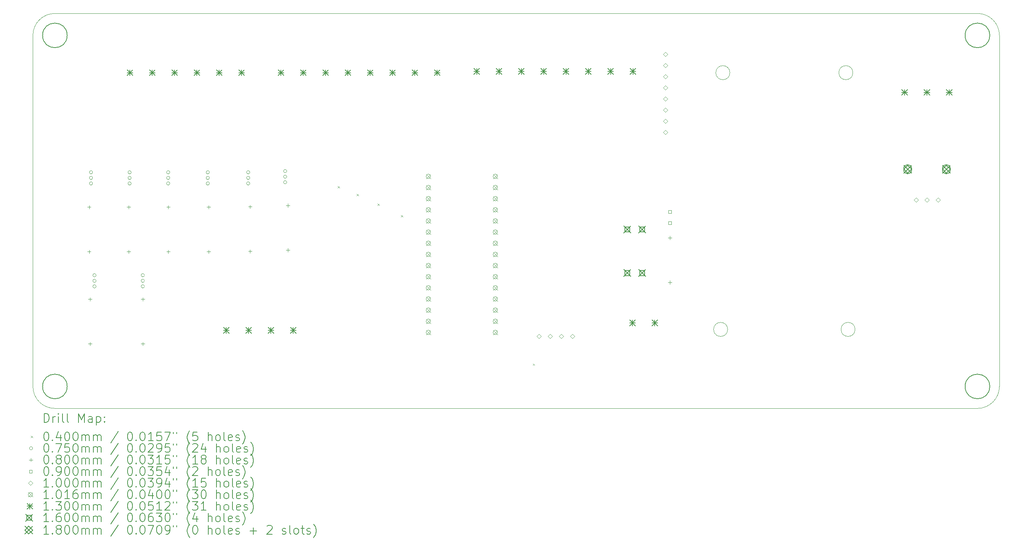
<source format=gbr>
%TF.GenerationSoftware,KiCad,Pcbnew,7.0.8*%
%TF.CreationDate,2024-12-10T03:26:17-06:00*%
%TF.ProjectId,CANBOARD_REV2,43414e42-4f41-4524-945f-524556322e6b,rev?*%
%TF.SameCoordinates,Original*%
%TF.FileFunction,Drillmap*%
%TF.FilePolarity,Positive*%
%FSLAX45Y45*%
G04 Gerber Fmt 4.5, Leading zero omitted, Abs format (unit mm)*
G04 Created by KiCad (PCBNEW 7.0.8) date 2024-12-10 03:26:17*
%MOMM*%
%LPD*%
G01*
G04 APERTURE LIST*
%ADD10C,0.100000*%
%ADD11C,0.150000*%
%ADD12C,0.200000*%
%ADD13C,0.040000*%
%ADD14C,0.075000*%
%ADD15C,0.080000*%
%ADD16C,0.090000*%
%ADD17C,0.101600*%
%ADD18C,0.130000*%
%ADD19C,0.160000*%
%ADD20C,0.180000*%
G04 APERTURE END LIST*
D10*
X4453500Y-3180500D02*
G75*
G03*
X3953500Y-3680500I0J-500000D01*
G01*
X25953500Y-3680500D02*
G75*
G03*
X25453500Y-3180500I-500000J0D01*
G01*
X4453500Y-3180500D02*
X25453500Y-3180500D01*
X3953500Y-11680500D02*
G75*
G03*
X4453500Y-12180500I500000J0D01*
G01*
X3953500Y-11680500D02*
X3953500Y-3680500D01*
X25453500Y-12180500D02*
G75*
G03*
X25953500Y-11680500I0J500000D01*
G01*
X25953500Y-3680500D02*
X25953500Y-11680500D01*
X25453500Y-12180500D02*
X4453500Y-12180500D01*
D11*
X25733500Y-11680500D02*
G75*
G03*
X25733500Y-11680500I-280000J0D01*
G01*
X4733500Y-3680500D02*
G75*
G03*
X4733500Y-3680500I-280000J0D01*
G01*
X25733500Y-3680500D02*
G75*
G03*
X25733500Y-3680500I-280000J0D01*
G01*
X4733500Y-11680500D02*
G75*
G03*
X4733500Y-11680500I-280000J0D01*
G01*
D10*
X22618000Y-4530500D02*
G75*
G03*
X22618000Y-4530500I-160000J0D01*
G01*
X19768000Y-10380500D02*
G75*
G03*
X19768000Y-10380500I-160000J0D01*
G01*
X19818000Y-4530500D02*
G75*
G03*
X19818000Y-4530500I-160000J0D01*
G01*
X22668000Y-10380500D02*
G75*
G03*
X22668000Y-10380500I-160000J0D01*
G01*
D12*
D13*
X10895500Y-7119000D02*
X10935500Y-7159000D01*
X10935500Y-7119000D02*
X10895500Y-7159000D01*
X11322500Y-7292000D02*
X11362500Y-7332000D01*
X11362500Y-7292000D02*
X11322500Y-7332000D01*
X11799500Y-7515000D02*
X11839500Y-7555000D01*
X11839500Y-7515000D02*
X11799500Y-7555000D01*
X12334500Y-7780000D02*
X12374500Y-7820000D01*
X12374500Y-7780000D02*
X12334500Y-7820000D01*
X15333500Y-11160500D02*
X15373500Y-11200500D01*
X15373500Y-11160500D02*
X15333500Y-11200500D01*
D14*
X5313000Y-6800000D02*
G75*
G03*
X5313000Y-6800000I-37500J0D01*
G01*
X5313000Y-6927000D02*
G75*
G03*
X5313000Y-6927000I-37500J0D01*
G01*
X5313000Y-7054000D02*
G75*
G03*
X5313000Y-7054000I-37500J0D01*
G01*
X5392000Y-9146000D02*
G75*
G03*
X5392000Y-9146000I-37500J0D01*
G01*
X5392000Y-9273000D02*
G75*
G03*
X5392000Y-9273000I-37500J0D01*
G01*
X5392000Y-9400000D02*
G75*
G03*
X5392000Y-9400000I-37500J0D01*
G01*
X6192000Y-6800000D02*
G75*
G03*
X6192000Y-6800000I-37500J0D01*
G01*
X6192000Y-6927000D02*
G75*
G03*
X6192000Y-6927000I-37500J0D01*
G01*
X6192000Y-7054000D02*
G75*
G03*
X6192000Y-7054000I-37500J0D01*
G01*
X6492000Y-9146000D02*
G75*
G03*
X6492000Y-9146000I-37500J0D01*
G01*
X6492000Y-9273000D02*
G75*
G03*
X6492000Y-9273000I-37500J0D01*
G01*
X6492000Y-9400000D02*
G75*
G03*
X6492000Y-9400000I-37500J0D01*
G01*
X7071000Y-6800000D02*
G75*
G03*
X7071000Y-6800000I-37500J0D01*
G01*
X7071000Y-6927000D02*
G75*
G03*
X7071000Y-6927000I-37500J0D01*
G01*
X7071000Y-7054000D02*
G75*
G03*
X7071000Y-7054000I-37500J0D01*
G01*
X7971000Y-6800000D02*
G75*
G03*
X7971000Y-6800000I-37500J0D01*
G01*
X7971000Y-6927000D02*
G75*
G03*
X7971000Y-6927000I-37500J0D01*
G01*
X7971000Y-7054000D02*
G75*
G03*
X7971000Y-7054000I-37500J0D01*
G01*
X8892000Y-6800000D02*
G75*
G03*
X8892000Y-6800000I-37500J0D01*
G01*
X8892000Y-6927000D02*
G75*
G03*
X8892000Y-6927000I-37500J0D01*
G01*
X8892000Y-7054000D02*
G75*
G03*
X8892000Y-7054000I-37500J0D01*
G01*
X9734000Y-6773000D02*
G75*
G03*
X9734000Y-6773000I-37500J0D01*
G01*
X9734000Y-6900000D02*
G75*
G03*
X9734000Y-6900000I-37500J0D01*
G01*
X9734000Y-7027000D02*
G75*
G03*
X9734000Y-7027000I-37500J0D01*
G01*
D15*
X5233500Y-7552000D02*
X5233500Y-7632000D01*
X5193500Y-7592000D02*
X5273500Y-7592000D01*
X5233500Y-8568000D02*
X5233500Y-8648000D01*
X5193500Y-8608000D02*
X5273500Y-8608000D01*
X5254500Y-9652000D02*
X5254500Y-9732000D01*
X5214500Y-9692000D02*
X5294500Y-9692000D01*
X5254500Y-10668000D02*
X5254500Y-10748000D01*
X5214500Y-10708000D02*
X5294500Y-10708000D01*
X6133500Y-7552000D02*
X6133500Y-7632000D01*
X6093500Y-7592000D02*
X6173500Y-7592000D01*
X6133500Y-8568000D02*
X6133500Y-8648000D01*
X6093500Y-8608000D02*
X6173500Y-8608000D01*
X6454500Y-9652000D02*
X6454500Y-9732000D01*
X6414500Y-9692000D02*
X6494500Y-9692000D01*
X6454500Y-10668000D02*
X6454500Y-10748000D01*
X6414500Y-10708000D02*
X6494500Y-10708000D01*
X7033500Y-7552000D02*
X7033500Y-7632000D01*
X6993500Y-7592000D02*
X7073500Y-7592000D01*
X7033500Y-8568000D02*
X7033500Y-8648000D01*
X6993500Y-8608000D02*
X7073500Y-8608000D01*
X7954500Y-7552000D02*
X7954500Y-7632000D01*
X7914500Y-7592000D02*
X7994500Y-7592000D01*
X7954500Y-8568000D02*
X7954500Y-8648000D01*
X7914500Y-8608000D02*
X7994500Y-8608000D01*
X8896500Y-7544000D02*
X8896500Y-7624000D01*
X8856500Y-7584000D02*
X8936500Y-7584000D01*
X8896500Y-8560000D02*
X8896500Y-8640000D01*
X8856500Y-8600000D02*
X8936500Y-8600000D01*
X9759500Y-7517000D02*
X9759500Y-7597000D01*
X9719500Y-7557000D02*
X9799500Y-7557000D01*
X9759500Y-8533000D02*
X9759500Y-8613000D01*
X9719500Y-8573000D02*
X9799500Y-8573000D01*
X18454500Y-8252000D02*
X18454500Y-8332000D01*
X18414500Y-8292000D02*
X18494500Y-8292000D01*
X18454500Y-9268000D02*
X18454500Y-9348000D01*
X18414500Y-9308000D02*
X18494500Y-9308000D01*
D16*
X18486320Y-7731820D02*
X18486320Y-7668180D01*
X18422680Y-7668180D01*
X18422680Y-7731820D01*
X18486320Y-7731820D01*
X18486320Y-7985820D02*
X18486320Y-7922180D01*
X18422680Y-7922180D01*
X18422680Y-7985820D01*
X18486320Y-7985820D01*
D10*
X15474500Y-10587500D02*
X15524500Y-10537500D01*
X15474500Y-10487500D01*
X15424500Y-10537500D01*
X15474500Y-10587500D01*
X15728500Y-10587500D02*
X15778500Y-10537500D01*
X15728500Y-10487500D01*
X15678500Y-10537500D01*
X15728500Y-10587500D01*
X15982500Y-10587500D02*
X16032500Y-10537500D01*
X15982500Y-10487500D01*
X15932500Y-10537500D01*
X15982500Y-10587500D01*
X16236500Y-10587500D02*
X16286500Y-10537500D01*
X16236500Y-10487500D01*
X16186500Y-10537500D01*
X16236500Y-10587500D01*
X18354500Y-4162500D02*
X18404500Y-4112500D01*
X18354500Y-4062500D01*
X18304500Y-4112500D01*
X18354500Y-4162500D01*
X18354500Y-4416500D02*
X18404500Y-4366500D01*
X18354500Y-4316500D01*
X18304500Y-4366500D01*
X18354500Y-4416500D01*
X18354500Y-4670500D02*
X18404500Y-4620500D01*
X18354500Y-4570500D01*
X18304500Y-4620500D01*
X18354500Y-4670500D01*
X18354500Y-4924500D02*
X18404500Y-4874500D01*
X18354500Y-4824500D01*
X18304500Y-4874500D01*
X18354500Y-4924500D01*
X18354500Y-5178500D02*
X18404500Y-5128500D01*
X18354500Y-5078500D01*
X18304500Y-5128500D01*
X18354500Y-5178500D01*
X18354500Y-5432500D02*
X18404500Y-5382500D01*
X18354500Y-5332500D01*
X18304500Y-5382500D01*
X18354500Y-5432500D01*
X18354500Y-5686500D02*
X18404500Y-5636500D01*
X18354500Y-5586500D01*
X18304500Y-5636500D01*
X18354500Y-5686500D01*
X18354500Y-5940500D02*
X18404500Y-5890500D01*
X18354500Y-5840500D01*
X18304500Y-5890500D01*
X18354500Y-5940500D01*
X24055500Y-7480500D02*
X24105500Y-7430500D01*
X24055500Y-7380500D01*
X24005500Y-7430500D01*
X24055500Y-7480500D01*
X24305500Y-7480500D02*
X24355500Y-7430500D01*
X24305500Y-7380500D01*
X24255500Y-7430500D01*
X24305500Y-7480500D01*
X24555500Y-7480500D02*
X24605500Y-7430500D01*
X24555500Y-7380500D01*
X24505500Y-7430500D01*
X24555500Y-7480500D01*
D17*
X12903700Y-6841200D02*
X13005300Y-6942800D01*
X13005300Y-6841200D02*
X12903700Y-6942800D01*
X13005300Y-6892000D02*
G75*
G03*
X13005300Y-6892000I-50800J0D01*
G01*
X12903700Y-7095200D02*
X13005300Y-7196800D01*
X13005300Y-7095200D02*
X12903700Y-7196800D01*
X13005300Y-7146000D02*
G75*
G03*
X13005300Y-7146000I-50800J0D01*
G01*
X12903700Y-7349200D02*
X13005300Y-7450800D01*
X13005300Y-7349200D02*
X12903700Y-7450800D01*
X13005300Y-7400000D02*
G75*
G03*
X13005300Y-7400000I-50800J0D01*
G01*
X12903700Y-7603200D02*
X13005300Y-7704800D01*
X13005300Y-7603200D02*
X12903700Y-7704800D01*
X13005300Y-7654000D02*
G75*
G03*
X13005300Y-7654000I-50800J0D01*
G01*
X12903700Y-7857200D02*
X13005300Y-7958800D01*
X13005300Y-7857200D02*
X12903700Y-7958800D01*
X13005300Y-7908000D02*
G75*
G03*
X13005300Y-7908000I-50800J0D01*
G01*
X12903700Y-8111200D02*
X13005300Y-8212800D01*
X13005300Y-8111200D02*
X12903700Y-8212800D01*
X13005300Y-8162000D02*
G75*
G03*
X13005300Y-8162000I-50800J0D01*
G01*
X12903700Y-8365200D02*
X13005300Y-8466800D01*
X13005300Y-8365200D02*
X12903700Y-8466800D01*
X13005300Y-8416000D02*
G75*
G03*
X13005300Y-8416000I-50800J0D01*
G01*
X12903700Y-8619200D02*
X13005300Y-8720800D01*
X13005300Y-8619200D02*
X12903700Y-8720800D01*
X13005300Y-8670000D02*
G75*
G03*
X13005300Y-8670000I-50800J0D01*
G01*
X12903700Y-8873200D02*
X13005300Y-8974800D01*
X13005300Y-8873200D02*
X12903700Y-8974800D01*
X13005300Y-8924000D02*
G75*
G03*
X13005300Y-8924000I-50800J0D01*
G01*
X12903700Y-9127200D02*
X13005300Y-9228800D01*
X13005300Y-9127200D02*
X12903700Y-9228800D01*
X13005300Y-9178000D02*
G75*
G03*
X13005300Y-9178000I-50800J0D01*
G01*
X12903700Y-9381200D02*
X13005300Y-9482800D01*
X13005300Y-9381200D02*
X12903700Y-9482800D01*
X13005300Y-9432000D02*
G75*
G03*
X13005300Y-9432000I-50800J0D01*
G01*
X12903700Y-9635200D02*
X13005300Y-9736800D01*
X13005300Y-9635200D02*
X12903700Y-9736800D01*
X13005300Y-9686000D02*
G75*
G03*
X13005300Y-9686000I-50800J0D01*
G01*
X12903700Y-9889200D02*
X13005300Y-9990800D01*
X13005300Y-9889200D02*
X12903700Y-9990800D01*
X13005300Y-9940000D02*
G75*
G03*
X13005300Y-9940000I-50800J0D01*
G01*
X12903700Y-10143200D02*
X13005300Y-10244800D01*
X13005300Y-10143200D02*
X12903700Y-10244800D01*
X13005300Y-10194000D02*
G75*
G03*
X13005300Y-10194000I-50800J0D01*
G01*
X12903700Y-10397200D02*
X13005300Y-10498800D01*
X13005300Y-10397200D02*
X12903700Y-10498800D01*
X13005300Y-10448000D02*
G75*
G03*
X13005300Y-10448000I-50800J0D01*
G01*
X14427700Y-6841200D02*
X14529300Y-6942800D01*
X14529300Y-6841200D02*
X14427700Y-6942800D01*
X14529300Y-6892000D02*
G75*
G03*
X14529300Y-6892000I-50800J0D01*
G01*
X14427700Y-7095200D02*
X14529300Y-7196800D01*
X14529300Y-7095200D02*
X14427700Y-7196800D01*
X14529300Y-7146000D02*
G75*
G03*
X14529300Y-7146000I-50800J0D01*
G01*
X14427700Y-7349200D02*
X14529300Y-7450800D01*
X14529300Y-7349200D02*
X14427700Y-7450800D01*
X14529300Y-7400000D02*
G75*
G03*
X14529300Y-7400000I-50800J0D01*
G01*
X14427700Y-7603200D02*
X14529300Y-7704800D01*
X14529300Y-7603200D02*
X14427700Y-7704800D01*
X14529300Y-7654000D02*
G75*
G03*
X14529300Y-7654000I-50800J0D01*
G01*
X14427700Y-7857200D02*
X14529300Y-7958800D01*
X14529300Y-7857200D02*
X14427700Y-7958800D01*
X14529300Y-7908000D02*
G75*
G03*
X14529300Y-7908000I-50800J0D01*
G01*
X14427700Y-8111200D02*
X14529300Y-8212800D01*
X14529300Y-8111200D02*
X14427700Y-8212800D01*
X14529300Y-8162000D02*
G75*
G03*
X14529300Y-8162000I-50800J0D01*
G01*
X14427700Y-8365200D02*
X14529300Y-8466800D01*
X14529300Y-8365200D02*
X14427700Y-8466800D01*
X14529300Y-8416000D02*
G75*
G03*
X14529300Y-8416000I-50800J0D01*
G01*
X14427700Y-8619200D02*
X14529300Y-8720800D01*
X14529300Y-8619200D02*
X14427700Y-8720800D01*
X14529300Y-8670000D02*
G75*
G03*
X14529300Y-8670000I-50800J0D01*
G01*
X14427700Y-8873200D02*
X14529300Y-8974800D01*
X14529300Y-8873200D02*
X14427700Y-8974800D01*
X14529300Y-8924000D02*
G75*
G03*
X14529300Y-8924000I-50800J0D01*
G01*
X14427700Y-9127200D02*
X14529300Y-9228800D01*
X14529300Y-9127200D02*
X14427700Y-9228800D01*
X14529300Y-9178000D02*
G75*
G03*
X14529300Y-9178000I-50800J0D01*
G01*
X14427700Y-9381200D02*
X14529300Y-9482800D01*
X14529300Y-9381200D02*
X14427700Y-9482800D01*
X14529300Y-9432000D02*
G75*
G03*
X14529300Y-9432000I-50800J0D01*
G01*
X14427700Y-9635200D02*
X14529300Y-9736800D01*
X14529300Y-9635200D02*
X14427700Y-9736800D01*
X14529300Y-9686000D02*
G75*
G03*
X14529300Y-9686000I-50800J0D01*
G01*
X14427700Y-9889200D02*
X14529300Y-9990800D01*
X14529300Y-9889200D02*
X14427700Y-9990800D01*
X14529300Y-9940000D02*
G75*
G03*
X14529300Y-9940000I-50800J0D01*
G01*
X14427700Y-10143200D02*
X14529300Y-10244800D01*
X14529300Y-10143200D02*
X14427700Y-10244800D01*
X14529300Y-10194000D02*
G75*
G03*
X14529300Y-10194000I-50800J0D01*
G01*
X14427700Y-10397200D02*
X14529300Y-10498800D01*
X14529300Y-10397200D02*
X14427700Y-10498800D01*
X14529300Y-10448000D02*
G75*
G03*
X14529300Y-10448000I-50800J0D01*
G01*
D18*
X6098500Y-4465500D02*
X6228500Y-4595500D01*
X6228500Y-4465500D02*
X6098500Y-4595500D01*
X6163500Y-4465500D02*
X6163500Y-4595500D01*
X6098500Y-4530500D02*
X6228500Y-4530500D01*
X6606500Y-4465500D02*
X6736500Y-4595500D01*
X6736500Y-4465500D02*
X6606500Y-4595500D01*
X6671500Y-4465500D02*
X6671500Y-4595500D01*
X6606500Y-4530500D02*
X6736500Y-4530500D01*
X7114500Y-4465500D02*
X7244500Y-4595500D01*
X7244500Y-4465500D02*
X7114500Y-4595500D01*
X7179500Y-4465500D02*
X7179500Y-4595500D01*
X7114500Y-4530500D02*
X7244500Y-4530500D01*
X7622500Y-4465500D02*
X7752500Y-4595500D01*
X7752500Y-4465500D02*
X7622500Y-4595500D01*
X7687500Y-4465500D02*
X7687500Y-4595500D01*
X7622500Y-4530500D02*
X7752500Y-4530500D01*
X8130500Y-4465500D02*
X8260500Y-4595500D01*
X8260500Y-4465500D02*
X8130500Y-4595500D01*
X8195500Y-4465500D02*
X8195500Y-4595500D01*
X8130500Y-4530500D02*
X8260500Y-4530500D01*
X8289500Y-10335000D02*
X8419500Y-10465000D01*
X8419500Y-10335000D02*
X8289500Y-10465000D01*
X8354500Y-10335000D02*
X8354500Y-10465000D01*
X8289500Y-10400000D02*
X8419500Y-10400000D01*
X8638500Y-4465500D02*
X8768500Y-4595500D01*
X8768500Y-4465500D02*
X8638500Y-4595500D01*
X8703500Y-4465500D02*
X8703500Y-4595500D01*
X8638500Y-4530500D02*
X8768500Y-4530500D01*
X8797500Y-10335000D02*
X8927500Y-10465000D01*
X8927500Y-10335000D02*
X8797500Y-10465000D01*
X8862500Y-10335000D02*
X8862500Y-10465000D01*
X8797500Y-10400000D02*
X8927500Y-10400000D01*
X9305500Y-10335000D02*
X9435500Y-10465000D01*
X9435500Y-10335000D02*
X9305500Y-10465000D01*
X9370500Y-10335000D02*
X9370500Y-10465000D01*
X9305500Y-10400000D02*
X9435500Y-10400000D01*
X9533500Y-4465500D02*
X9663500Y-4595500D01*
X9663500Y-4465500D02*
X9533500Y-4595500D01*
X9598500Y-4465500D02*
X9598500Y-4595500D01*
X9533500Y-4530500D02*
X9663500Y-4530500D01*
X9813500Y-10335000D02*
X9943500Y-10465000D01*
X9943500Y-10335000D02*
X9813500Y-10465000D01*
X9878500Y-10335000D02*
X9878500Y-10465000D01*
X9813500Y-10400000D02*
X9943500Y-10400000D01*
X10041500Y-4465500D02*
X10171500Y-4595500D01*
X10171500Y-4465500D02*
X10041500Y-4595500D01*
X10106500Y-4465500D02*
X10106500Y-4595500D01*
X10041500Y-4530500D02*
X10171500Y-4530500D01*
X10549500Y-4465500D02*
X10679500Y-4595500D01*
X10679500Y-4465500D02*
X10549500Y-4595500D01*
X10614500Y-4465500D02*
X10614500Y-4595500D01*
X10549500Y-4530500D02*
X10679500Y-4530500D01*
X11057500Y-4465500D02*
X11187500Y-4595500D01*
X11187500Y-4465500D02*
X11057500Y-4595500D01*
X11122500Y-4465500D02*
X11122500Y-4595500D01*
X11057500Y-4530500D02*
X11187500Y-4530500D01*
X11565500Y-4465500D02*
X11695500Y-4595500D01*
X11695500Y-4465500D02*
X11565500Y-4595500D01*
X11630500Y-4465500D02*
X11630500Y-4595500D01*
X11565500Y-4530500D02*
X11695500Y-4530500D01*
X12073500Y-4465500D02*
X12203500Y-4595500D01*
X12203500Y-4465500D02*
X12073500Y-4595500D01*
X12138500Y-4465500D02*
X12138500Y-4595500D01*
X12073500Y-4530500D02*
X12203500Y-4530500D01*
X12581500Y-4465500D02*
X12711500Y-4595500D01*
X12711500Y-4465500D02*
X12581500Y-4595500D01*
X12646500Y-4465500D02*
X12646500Y-4595500D01*
X12581500Y-4530500D02*
X12711500Y-4530500D01*
X13089500Y-4465500D02*
X13219500Y-4595500D01*
X13219500Y-4465500D02*
X13089500Y-4595500D01*
X13154500Y-4465500D02*
X13154500Y-4595500D01*
X13089500Y-4530500D02*
X13219500Y-4530500D01*
X13989500Y-4435000D02*
X14119500Y-4565000D01*
X14119500Y-4435000D02*
X13989500Y-4565000D01*
X14054500Y-4435000D02*
X14054500Y-4565000D01*
X13989500Y-4500000D02*
X14119500Y-4500000D01*
X14497500Y-4435000D02*
X14627500Y-4565000D01*
X14627500Y-4435000D02*
X14497500Y-4565000D01*
X14562500Y-4435000D02*
X14562500Y-4565000D01*
X14497500Y-4500000D02*
X14627500Y-4500000D01*
X15005500Y-4435000D02*
X15135500Y-4565000D01*
X15135500Y-4435000D02*
X15005500Y-4565000D01*
X15070500Y-4435000D02*
X15070500Y-4565000D01*
X15005500Y-4500000D02*
X15135500Y-4500000D01*
X15513500Y-4435000D02*
X15643500Y-4565000D01*
X15643500Y-4435000D02*
X15513500Y-4565000D01*
X15578500Y-4435000D02*
X15578500Y-4565000D01*
X15513500Y-4500000D02*
X15643500Y-4500000D01*
X16021500Y-4435000D02*
X16151500Y-4565000D01*
X16151500Y-4435000D02*
X16021500Y-4565000D01*
X16086500Y-4435000D02*
X16086500Y-4565000D01*
X16021500Y-4500000D02*
X16151500Y-4500000D01*
X16529500Y-4435000D02*
X16659500Y-4565000D01*
X16659500Y-4435000D02*
X16529500Y-4565000D01*
X16594500Y-4435000D02*
X16594500Y-4565000D01*
X16529500Y-4500000D02*
X16659500Y-4500000D01*
X17037500Y-4435000D02*
X17167500Y-4565000D01*
X17167500Y-4435000D02*
X17037500Y-4565000D01*
X17102500Y-4435000D02*
X17102500Y-4565000D01*
X17037500Y-4500000D02*
X17167500Y-4500000D01*
X17535000Y-10165500D02*
X17665000Y-10295500D01*
X17665000Y-10165500D02*
X17535000Y-10295500D01*
X17600000Y-10165500D02*
X17600000Y-10295500D01*
X17535000Y-10230500D02*
X17665000Y-10230500D01*
X17545500Y-4435000D02*
X17675500Y-4565000D01*
X17675500Y-4435000D02*
X17545500Y-4565000D01*
X17610500Y-4435000D02*
X17610500Y-4565000D01*
X17545500Y-4500000D02*
X17675500Y-4500000D01*
X18043000Y-10165500D02*
X18173000Y-10295500D01*
X18173000Y-10165500D02*
X18043000Y-10295500D01*
X18108000Y-10165500D02*
X18108000Y-10295500D01*
X18043000Y-10230500D02*
X18173000Y-10230500D01*
X23730500Y-4915500D02*
X23860500Y-5045500D01*
X23860500Y-4915500D02*
X23730500Y-5045500D01*
X23795500Y-4915500D02*
X23795500Y-5045500D01*
X23730500Y-4980500D02*
X23860500Y-4980500D01*
X24238500Y-4915500D02*
X24368500Y-5045500D01*
X24368500Y-4915500D02*
X24238500Y-5045500D01*
X24303500Y-4915500D02*
X24303500Y-5045500D01*
X24238500Y-4980500D02*
X24368500Y-4980500D01*
X24746500Y-4915500D02*
X24876500Y-5045500D01*
X24876500Y-4915500D02*
X24746500Y-5045500D01*
X24811500Y-4915500D02*
X24811500Y-5045500D01*
X24746500Y-4980500D02*
X24876500Y-4980500D01*
D19*
X17404500Y-8024000D02*
X17564500Y-8184000D01*
X17564500Y-8024000D02*
X17404500Y-8184000D01*
X17541069Y-8160569D02*
X17541069Y-8047431D01*
X17427931Y-8047431D01*
X17427931Y-8160569D01*
X17541069Y-8160569D01*
X17404500Y-9016000D02*
X17564500Y-9176000D01*
X17564500Y-9016000D02*
X17404500Y-9176000D01*
X17541069Y-9152569D02*
X17541069Y-9039431D01*
X17427931Y-9039431D01*
X17427931Y-9152569D01*
X17541069Y-9152569D01*
X17744500Y-8024000D02*
X17904500Y-8184000D01*
X17904500Y-8024000D02*
X17744500Y-8184000D01*
X17881069Y-8160569D02*
X17881069Y-8047431D01*
X17767931Y-8047431D01*
X17767931Y-8160569D01*
X17881069Y-8160569D01*
X17744500Y-9016000D02*
X17904500Y-9176000D01*
X17904500Y-9016000D02*
X17744500Y-9176000D01*
X17881069Y-9152569D02*
X17881069Y-9039431D01*
X17767931Y-9039431D01*
X17767931Y-9152569D01*
X17881069Y-9152569D01*
D20*
X23775500Y-6640500D02*
X23955500Y-6820500D01*
X23955500Y-6640500D02*
X23775500Y-6820500D01*
X23865500Y-6820500D02*
X23955500Y-6730500D01*
X23865500Y-6640500D01*
X23775500Y-6730500D01*
X23865500Y-6820500D01*
D12*
X23955500Y-6745500D02*
X23955500Y-6715500D01*
X23955500Y-6715500D02*
G75*
G03*
X23775500Y-6715500I-90000J0D01*
G01*
X23775500Y-6715500D02*
X23775500Y-6745500D01*
X23775500Y-6745500D02*
G75*
G03*
X23955500Y-6745500I90000J0D01*
G01*
D20*
X24655500Y-6640500D02*
X24835500Y-6820500D01*
X24835500Y-6640500D02*
X24655500Y-6820500D01*
X24745500Y-6820500D02*
X24835500Y-6730500D01*
X24745500Y-6640500D01*
X24655500Y-6730500D01*
X24745500Y-6820500D01*
D12*
X24835500Y-6745500D02*
X24835500Y-6715500D01*
X24835500Y-6715500D02*
G75*
G03*
X24655500Y-6715500I-90000J0D01*
G01*
X24655500Y-6715500D02*
X24655500Y-6745500D01*
X24655500Y-6745500D02*
G75*
G03*
X24835500Y-6745500I90000J0D01*
G01*
X4209277Y-12496984D02*
X4209277Y-12296984D01*
X4209277Y-12296984D02*
X4256896Y-12296984D01*
X4256896Y-12296984D02*
X4285467Y-12306508D01*
X4285467Y-12306508D02*
X4304515Y-12325555D01*
X4304515Y-12325555D02*
X4314039Y-12344603D01*
X4314039Y-12344603D02*
X4323563Y-12382698D01*
X4323563Y-12382698D02*
X4323563Y-12411269D01*
X4323563Y-12411269D02*
X4314039Y-12449365D01*
X4314039Y-12449365D02*
X4304515Y-12468412D01*
X4304515Y-12468412D02*
X4285467Y-12487460D01*
X4285467Y-12487460D02*
X4256896Y-12496984D01*
X4256896Y-12496984D02*
X4209277Y-12496984D01*
X4409277Y-12496984D02*
X4409277Y-12363650D01*
X4409277Y-12401746D02*
X4418801Y-12382698D01*
X4418801Y-12382698D02*
X4428324Y-12373174D01*
X4428324Y-12373174D02*
X4447372Y-12363650D01*
X4447372Y-12363650D02*
X4466420Y-12363650D01*
X4533086Y-12496984D02*
X4533086Y-12363650D01*
X4533086Y-12296984D02*
X4523563Y-12306508D01*
X4523563Y-12306508D02*
X4533086Y-12316031D01*
X4533086Y-12316031D02*
X4542610Y-12306508D01*
X4542610Y-12306508D02*
X4533086Y-12296984D01*
X4533086Y-12296984D02*
X4533086Y-12316031D01*
X4656896Y-12496984D02*
X4637848Y-12487460D01*
X4637848Y-12487460D02*
X4628324Y-12468412D01*
X4628324Y-12468412D02*
X4628324Y-12296984D01*
X4761658Y-12496984D02*
X4742610Y-12487460D01*
X4742610Y-12487460D02*
X4733086Y-12468412D01*
X4733086Y-12468412D02*
X4733086Y-12296984D01*
X4990229Y-12496984D02*
X4990229Y-12296984D01*
X4990229Y-12296984D02*
X5056896Y-12439841D01*
X5056896Y-12439841D02*
X5123563Y-12296984D01*
X5123563Y-12296984D02*
X5123563Y-12496984D01*
X5304515Y-12496984D02*
X5304515Y-12392222D01*
X5304515Y-12392222D02*
X5294991Y-12373174D01*
X5294991Y-12373174D02*
X5275944Y-12363650D01*
X5275944Y-12363650D02*
X5237848Y-12363650D01*
X5237848Y-12363650D02*
X5218801Y-12373174D01*
X5304515Y-12487460D02*
X5285467Y-12496984D01*
X5285467Y-12496984D02*
X5237848Y-12496984D01*
X5237848Y-12496984D02*
X5218801Y-12487460D01*
X5218801Y-12487460D02*
X5209277Y-12468412D01*
X5209277Y-12468412D02*
X5209277Y-12449365D01*
X5209277Y-12449365D02*
X5218801Y-12430317D01*
X5218801Y-12430317D02*
X5237848Y-12420793D01*
X5237848Y-12420793D02*
X5285467Y-12420793D01*
X5285467Y-12420793D02*
X5304515Y-12411269D01*
X5399753Y-12363650D02*
X5399753Y-12563650D01*
X5399753Y-12373174D02*
X5418801Y-12363650D01*
X5418801Y-12363650D02*
X5456896Y-12363650D01*
X5456896Y-12363650D02*
X5475944Y-12373174D01*
X5475944Y-12373174D02*
X5485467Y-12382698D01*
X5485467Y-12382698D02*
X5494991Y-12401746D01*
X5494991Y-12401746D02*
X5494991Y-12458888D01*
X5494991Y-12458888D02*
X5485467Y-12477936D01*
X5485467Y-12477936D02*
X5475944Y-12487460D01*
X5475944Y-12487460D02*
X5456896Y-12496984D01*
X5456896Y-12496984D02*
X5418801Y-12496984D01*
X5418801Y-12496984D02*
X5399753Y-12487460D01*
X5580705Y-12477936D02*
X5590229Y-12487460D01*
X5590229Y-12487460D02*
X5580705Y-12496984D01*
X5580705Y-12496984D02*
X5571182Y-12487460D01*
X5571182Y-12487460D02*
X5580705Y-12477936D01*
X5580705Y-12477936D02*
X5580705Y-12496984D01*
X5580705Y-12373174D02*
X5590229Y-12382698D01*
X5590229Y-12382698D02*
X5580705Y-12392222D01*
X5580705Y-12392222D02*
X5571182Y-12382698D01*
X5571182Y-12382698D02*
X5580705Y-12373174D01*
X5580705Y-12373174D02*
X5580705Y-12392222D01*
D13*
X3908500Y-12805500D02*
X3948500Y-12845500D01*
X3948500Y-12805500D02*
X3908500Y-12845500D01*
D12*
X4247372Y-12716984D02*
X4266420Y-12716984D01*
X4266420Y-12716984D02*
X4285467Y-12726508D01*
X4285467Y-12726508D02*
X4294991Y-12736031D01*
X4294991Y-12736031D02*
X4304515Y-12755079D01*
X4304515Y-12755079D02*
X4314039Y-12793174D01*
X4314039Y-12793174D02*
X4314039Y-12840793D01*
X4314039Y-12840793D02*
X4304515Y-12878888D01*
X4304515Y-12878888D02*
X4294991Y-12897936D01*
X4294991Y-12897936D02*
X4285467Y-12907460D01*
X4285467Y-12907460D02*
X4266420Y-12916984D01*
X4266420Y-12916984D02*
X4247372Y-12916984D01*
X4247372Y-12916984D02*
X4228324Y-12907460D01*
X4228324Y-12907460D02*
X4218801Y-12897936D01*
X4218801Y-12897936D02*
X4209277Y-12878888D01*
X4209277Y-12878888D02*
X4199753Y-12840793D01*
X4199753Y-12840793D02*
X4199753Y-12793174D01*
X4199753Y-12793174D02*
X4209277Y-12755079D01*
X4209277Y-12755079D02*
X4218801Y-12736031D01*
X4218801Y-12736031D02*
X4228324Y-12726508D01*
X4228324Y-12726508D02*
X4247372Y-12716984D01*
X4399753Y-12897936D02*
X4409277Y-12907460D01*
X4409277Y-12907460D02*
X4399753Y-12916984D01*
X4399753Y-12916984D02*
X4390229Y-12907460D01*
X4390229Y-12907460D02*
X4399753Y-12897936D01*
X4399753Y-12897936D02*
X4399753Y-12916984D01*
X4580705Y-12783650D02*
X4580705Y-12916984D01*
X4533086Y-12707460D02*
X4485467Y-12850317D01*
X4485467Y-12850317D02*
X4609277Y-12850317D01*
X4723563Y-12716984D02*
X4742610Y-12716984D01*
X4742610Y-12716984D02*
X4761658Y-12726508D01*
X4761658Y-12726508D02*
X4771182Y-12736031D01*
X4771182Y-12736031D02*
X4780705Y-12755079D01*
X4780705Y-12755079D02*
X4790229Y-12793174D01*
X4790229Y-12793174D02*
X4790229Y-12840793D01*
X4790229Y-12840793D02*
X4780705Y-12878888D01*
X4780705Y-12878888D02*
X4771182Y-12897936D01*
X4771182Y-12897936D02*
X4761658Y-12907460D01*
X4761658Y-12907460D02*
X4742610Y-12916984D01*
X4742610Y-12916984D02*
X4723563Y-12916984D01*
X4723563Y-12916984D02*
X4704515Y-12907460D01*
X4704515Y-12907460D02*
X4694991Y-12897936D01*
X4694991Y-12897936D02*
X4685467Y-12878888D01*
X4685467Y-12878888D02*
X4675944Y-12840793D01*
X4675944Y-12840793D02*
X4675944Y-12793174D01*
X4675944Y-12793174D02*
X4685467Y-12755079D01*
X4685467Y-12755079D02*
X4694991Y-12736031D01*
X4694991Y-12736031D02*
X4704515Y-12726508D01*
X4704515Y-12726508D02*
X4723563Y-12716984D01*
X4914039Y-12716984D02*
X4933086Y-12716984D01*
X4933086Y-12716984D02*
X4952134Y-12726508D01*
X4952134Y-12726508D02*
X4961658Y-12736031D01*
X4961658Y-12736031D02*
X4971182Y-12755079D01*
X4971182Y-12755079D02*
X4980705Y-12793174D01*
X4980705Y-12793174D02*
X4980705Y-12840793D01*
X4980705Y-12840793D02*
X4971182Y-12878888D01*
X4971182Y-12878888D02*
X4961658Y-12897936D01*
X4961658Y-12897936D02*
X4952134Y-12907460D01*
X4952134Y-12907460D02*
X4933086Y-12916984D01*
X4933086Y-12916984D02*
X4914039Y-12916984D01*
X4914039Y-12916984D02*
X4894991Y-12907460D01*
X4894991Y-12907460D02*
X4885467Y-12897936D01*
X4885467Y-12897936D02*
X4875944Y-12878888D01*
X4875944Y-12878888D02*
X4866420Y-12840793D01*
X4866420Y-12840793D02*
X4866420Y-12793174D01*
X4866420Y-12793174D02*
X4875944Y-12755079D01*
X4875944Y-12755079D02*
X4885467Y-12736031D01*
X4885467Y-12736031D02*
X4894991Y-12726508D01*
X4894991Y-12726508D02*
X4914039Y-12716984D01*
X5066420Y-12916984D02*
X5066420Y-12783650D01*
X5066420Y-12802698D02*
X5075944Y-12793174D01*
X5075944Y-12793174D02*
X5094991Y-12783650D01*
X5094991Y-12783650D02*
X5123563Y-12783650D01*
X5123563Y-12783650D02*
X5142610Y-12793174D01*
X5142610Y-12793174D02*
X5152134Y-12812222D01*
X5152134Y-12812222D02*
X5152134Y-12916984D01*
X5152134Y-12812222D02*
X5161658Y-12793174D01*
X5161658Y-12793174D02*
X5180705Y-12783650D01*
X5180705Y-12783650D02*
X5209277Y-12783650D01*
X5209277Y-12783650D02*
X5228325Y-12793174D01*
X5228325Y-12793174D02*
X5237848Y-12812222D01*
X5237848Y-12812222D02*
X5237848Y-12916984D01*
X5333086Y-12916984D02*
X5333086Y-12783650D01*
X5333086Y-12802698D02*
X5342610Y-12793174D01*
X5342610Y-12793174D02*
X5361658Y-12783650D01*
X5361658Y-12783650D02*
X5390229Y-12783650D01*
X5390229Y-12783650D02*
X5409277Y-12793174D01*
X5409277Y-12793174D02*
X5418801Y-12812222D01*
X5418801Y-12812222D02*
X5418801Y-12916984D01*
X5418801Y-12812222D02*
X5428325Y-12793174D01*
X5428325Y-12793174D02*
X5447372Y-12783650D01*
X5447372Y-12783650D02*
X5475944Y-12783650D01*
X5475944Y-12783650D02*
X5494991Y-12793174D01*
X5494991Y-12793174D02*
X5504515Y-12812222D01*
X5504515Y-12812222D02*
X5504515Y-12916984D01*
X5894991Y-12707460D02*
X5723563Y-12964603D01*
X6152134Y-12716984D02*
X6171182Y-12716984D01*
X6171182Y-12716984D02*
X6190229Y-12726508D01*
X6190229Y-12726508D02*
X6199753Y-12736031D01*
X6199753Y-12736031D02*
X6209277Y-12755079D01*
X6209277Y-12755079D02*
X6218801Y-12793174D01*
X6218801Y-12793174D02*
X6218801Y-12840793D01*
X6218801Y-12840793D02*
X6209277Y-12878888D01*
X6209277Y-12878888D02*
X6199753Y-12897936D01*
X6199753Y-12897936D02*
X6190229Y-12907460D01*
X6190229Y-12907460D02*
X6171182Y-12916984D01*
X6171182Y-12916984D02*
X6152134Y-12916984D01*
X6152134Y-12916984D02*
X6133086Y-12907460D01*
X6133086Y-12907460D02*
X6123563Y-12897936D01*
X6123563Y-12897936D02*
X6114039Y-12878888D01*
X6114039Y-12878888D02*
X6104515Y-12840793D01*
X6104515Y-12840793D02*
X6104515Y-12793174D01*
X6104515Y-12793174D02*
X6114039Y-12755079D01*
X6114039Y-12755079D02*
X6123563Y-12736031D01*
X6123563Y-12736031D02*
X6133086Y-12726508D01*
X6133086Y-12726508D02*
X6152134Y-12716984D01*
X6304515Y-12897936D02*
X6314039Y-12907460D01*
X6314039Y-12907460D02*
X6304515Y-12916984D01*
X6304515Y-12916984D02*
X6294991Y-12907460D01*
X6294991Y-12907460D02*
X6304515Y-12897936D01*
X6304515Y-12897936D02*
X6304515Y-12916984D01*
X6437848Y-12716984D02*
X6456896Y-12716984D01*
X6456896Y-12716984D02*
X6475944Y-12726508D01*
X6475944Y-12726508D02*
X6485467Y-12736031D01*
X6485467Y-12736031D02*
X6494991Y-12755079D01*
X6494991Y-12755079D02*
X6504515Y-12793174D01*
X6504515Y-12793174D02*
X6504515Y-12840793D01*
X6504515Y-12840793D02*
X6494991Y-12878888D01*
X6494991Y-12878888D02*
X6485467Y-12897936D01*
X6485467Y-12897936D02*
X6475944Y-12907460D01*
X6475944Y-12907460D02*
X6456896Y-12916984D01*
X6456896Y-12916984D02*
X6437848Y-12916984D01*
X6437848Y-12916984D02*
X6418801Y-12907460D01*
X6418801Y-12907460D02*
X6409277Y-12897936D01*
X6409277Y-12897936D02*
X6399753Y-12878888D01*
X6399753Y-12878888D02*
X6390229Y-12840793D01*
X6390229Y-12840793D02*
X6390229Y-12793174D01*
X6390229Y-12793174D02*
X6399753Y-12755079D01*
X6399753Y-12755079D02*
X6409277Y-12736031D01*
X6409277Y-12736031D02*
X6418801Y-12726508D01*
X6418801Y-12726508D02*
X6437848Y-12716984D01*
X6694991Y-12916984D02*
X6580706Y-12916984D01*
X6637848Y-12916984D02*
X6637848Y-12716984D01*
X6637848Y-12716984D02*
X6618801Y-12745555D01*
X6618801Y-12745555D02*
X6599753Y-12764603D01*
X6599753Y-12764603D02*
X6580706Y-12774127D01*
X6875944Y-12716984D02*
X6780706Y-12716984D01*
X6780706Y-12716984D02*
X6771182Y-12812222D01*
X6771182Y-12812222D02*
X6780706Y-12802698D01*
X6780706Y-12802698D02*
X6799753Y-12793174D01*
X6799753Y-12793174D02*
X6847372Y-12793174D01*
X6847372Y-12793174D02*
X6866420Y-12802698D01*
X6866420Y-12802698D02*
X6875944Y-12812222D01*
X6875944Y-12812222D02*
X6885467Y-12831269D01*
X6885467Y-12831269D02*
X6885467Y-12878888D01*
X6885467Y-12878888D02*
X6875944Y-12897936D01*
X6875944Y-12897936D02*
X6866420Y-12907460D01*
X6866420Y-12907460D02*
X6847372Y-12916984D01*
X6847372Y-12916984D02*
X6799753Y-12916984D01*
X6799753Y-12916984D02*
X6780706Y-12907460D01*
X6780706Y-12907460D02*
X6771182Y-12897936D01*
X6952134Y-12716984D02*
X7085467Y-12716984D01*
X7085467Y-12716984D02*
X6999753Y-12916984D01*
X7152134Y-12716984D02*
X7152134Y-12755079D01*
X7228325Y-12716984D02*
X7228325Y-12755079D01*
X7523563Y-12993174D02*
X7514039Y-12983650D01*
X7514039Y-12983650D02*
X7494991Y-12955079D01*
X7494991Y-12955079D02*
X7485468Y-12936031D01*
X7485468Y-12936031D02*
X7475944Y-12907460D01*
X7475944Y-12907460D02*
X7466420Y-12859841D01*
X7466420Y-12859841D02*
X7466420Y-12821746D01*
X7466420Y-12821746D02*
X7475944Y-12774127D01*
X7475944Y-12774127D02*
X7485468Y-12745555D01*
X7485468Y-12745555D02*
X7494991Y-12726508D01*
X7494991Y-12726508D02*
X7514039Y-12697936D01*
X7514039Y-12697936D02*
X7523563Y-12688412D01*
X7694991Y-12716984D02*
X7599753Y-12716984D01*
X7599753Y-12716984D02*
X7590229Y-12812222D01*
X7590229Y-12812222D02*
X7599753Y-12802698D01*
X7599753Y-12802698D02*
X7618801Y-12793174D01*
X7618801Y-12793174D02*
X7666420Y-12793174D01*
X7666420Y-12793174D02*
X7685468Y-12802698D01*
X7685468Y-12802698D02*
X7694991Y-12812222D01*
X7694991Y-12812222D02*
X7704515Y-12831269D01*
X7704515Y-12831269D02*
X7704515Y-12878888D01*
X7704515Y-12878888D02*
X7694991Y-12897936D01*
X7694991Y-12897936D02*
X7685468Y-12907460D01*
X7685468Y-12907460D02*
X7666420Y-12916984D01*
X7666420Y-12916984D02*
X7618801Y-12916984D01*
X7618801Y-12916984D02*
X7599753Y-12907460D01*
X7599753Y-12907460D02*
X7590229Y-12897936D01*
X7942610Y-12916984D02*
X7942610Y-12716984D01*
X8028325Y-12916984D02*
X8028325Y-12812222D01*
X8028325Y-12812222D02*
X8018801Y-12793174D01*
X8018801Y-12793174D02*
X7999753Y-12783650D01*
X7999753Y-12783650D02*
X7971182Y-12783650D01*
X7971182Y-12783650D02*
X7952134Y-12793174D01*
X7952134Y-12793174D02*
X7942610Y-12802698D01*
X8152134Y-12916984D02*
X8133087Y-12907460D01*
X8133087Y-12907460D02*
X8123563Y-12897936D01*
X8123563Y-12897936D02*
X8114039Y-12878888D01*
X8114039Y-12878888D02*
X8114039Y-12821746D01*
X8114039Y-12821746D02*
X8123563Y-12802698D01*
X8123563Y-12802698D02*
X8133087Y-12793174D01*
X8133087Y-12793174D02*
X8152134Y-12783650D01*
X8152134Y-12783650D02*
X8180706Y-12783650D01*
X8180706Y-12783650D02*
X8199753Y-12793174D01*
X8199753Y-12793174D02*
X8209277Y-12802698D01*
X8209277Y-12802698D02*
X8218801Y-12821746D01*
X8218801Y-12821746D02*
X8218801Y-12878888D01*
X8218801Y-12878888D02*
X8209277Y-12897936D01*
X8209277Y-12897936D02*
X8199753Y-12907460D01*
X8199753Y-12907460D02*
X8180706Y-12916984D01*
X8180706Y-12916984D02*
X8152134Y-12916984D01*
X8333087Y-12916984D02*
X8314039Y-12907460D01*
X8314039Y-12907460D02*
X8304515Y-12888412D01*
X8304515Y-12888412D02*
X8304515Y-12716984D01*
X8485468Y-12907460D02*
X8466420Y-12916984D01*
X8466420Y-12916984D02*
X8428325Y-12916984D01*
X8428325Y-12916984D02*
X8409277Y-12907460D01*
X8409277Y-12907460D02*
X8399753Y-12888412D01*
X8399753Y-12888412D02*
X8399753Y-12812222D01*
X8399753Y-12812222D02*
X8409277Y-12793174D01*
X8409277Y-12793174D02*
X8428325Y-12783650D01*
X8428325Y-12783650D02*
X8466420Y-12783650D01*
X8466420Y-12783650D02*
X8485468Y-12793174D01*
X8485468Y-12793174D02*
X8494992Y-12812222D01*
X8494992Y-12812222D02*
X8494992Y-12831269D01*
X8494992Y-12831269D02*
X8399753Y-12850317D01*
X8571182Y-12907460D02*
X8590230Y-12916984D01*
X8590230Y-12916984D02*
X8628325Y-12916984D01*
X8628325Y-12916984D02*
X8647373Y-12907460D01*
X8647373Y-12907460D02*
X8656896Y-12888412D01*
X8656896Y-12888412D02*
X8656896Y-12878888D01*
X8656896Y-12878888D02*
X8647373Y-12859841D01*
X8647373Y-12859841D02*
X8628325Y-12850317D01*
X8628325Y-12850317D02*
X8599753Y-12850317D01*
X8599753Y-12850317D02*
X8580706Y-12840793D01*
X8580706Y-12840793D02*
X8571182Y-12821746D01*
X8571182Y-12821746D02*
X8571182Y-12812222D01*
X8571182Y-12812222D02*
X8580706Y-12793174D01*
X8580706Y-12793174D02*
X8599753Y-12783650D01*
X8599753Y-12783650D02*
X8628325Y-12783650D01*
X8628325Y-12783650D02*
X8647373Y-12793174D01*
X8723563Y-12993174D02*
X8733087Y-12983650D01*
X8733087Y-12983650D02*
X8752134Y-12955079D01*
X8752134Y-12955079D02*
X8761658Y-12936031D01*
X8761658Y-12936031D02*
X8771182Y-12907460D01*
X8771182Y-12907460D02*
X8780706Y-12859841D01*
X8780706Y-12859841D02*
X8780706Y-12821746D01*
X8780706Y-12821746D02*
X8771182Y-12774127D01*
X8771182Y-12774127D02*
X8761658Y-12745555D01*
X8761658Y-12745555D02*
X8752134Y-12726508D01*
X8752134Y-12726508D02*
X8733087Y-12697936D01*
X8733087Y-12697936D02*
X8723563Y-12688412D01*
D14*
X3948500Y-13089500D02*
G75*
G03*
X3948500Y-13089500I-37500J0D01*
G01*
D12*
X4247372Y-12980984D02*
X4266420Y-12980984D01*
X4266420Y-12980984D02*
X4285467Y-12990508D01*
X4285467Y-12990508D02*
X4294991Y-13000031D01*
X4294991Y-13000031D02*
X4304515Y-13019079D01*
X4304515Y-13019079D02*
X4314039Y-13057174D01*
X4314039Y-13057174D02*
X4314039Y-13104793D01*
X4314039Y-13104793D02*
X4304515Y-13142888D01*
X4304515Y-13142888D02*
X4294991Y-13161936D01*
X4294991Y-13161936D02*
X4285467Y-13171460D01*
X4285467Y-13171460D02*
X4266420Y-13180984D01*
X4266420Y-13180984D02*
X4247372Y-13180984D01*
X4247372Y-13180984D02*
X4228324Y-13171460D01*
X4228324Y-13171460D02*
X4218801Y-13161936D01*
X4218801Y-13161936D02*
X4209277Y-13142888D01*
X4209277Y-13142888D02*
X4199753Y-13104793D01*
X4199753Y-13104793D02*
X4199753Y-13057174D01*
X4199753Y-13057174D02*
X4209277Y-13019079D01*
X4209277Y-13019079D02*
X4218801Y-13000031D01*
X4218801Y-13000031D02*
X4228324Y-12990508D01*
X4228324Y-12990508D02*
X4247372Y-12980984D01*
X4399753Y-13161936D02*
X4409277Y-13171460D01*
X4409277Y-13171460D02*
X4399753Y-13180984D01*
X4399753Y-13180984D02*
X4390229Y-13171460D01*
X4390229Y-13171460D02*
X4399753Y-13161936D01*
X4399753Y-13161936D02*
X4399753Y-13180984D01*
X4475944Y-12980984D02*
X4609277Y-12980984D01*
X4609277Y-12980984D02*
X4523563Y-13180984D01*
X4780705Y-12980984D02*
X4685467Y-12980984D01*
X4685467Y-12980984D02*
X4675944Y-13076222D01*
X4675944Y-13076222D02*
X4685467Y-13066698D01*
X4685467Y-13066698D02*
X4704515Y-13057174D01*
X4704515Y-13057174D02*
X4752134Y-13057174D01*
X4752134Y-13057174D02*
X4771182Y-13066698D01*
X4771182Y-13066698D02*
X4780705Y-13076222D01*
X4780705Y-13076222D02*
X4790229Y-13095269D01*
X4790229Y-13095269D02*
X4790229Y-13142888D01*
X4790229Y-13142888D02*
X4780705Y-13161936D01*
X4780705Y-13161936D02*
X4771182Y-13171460D01*
X4771182Y-13171460D02*
X4752134Y-13180984D01*
X4752134Y-13180984D02*
X4704515Y-13180984D01*
X4704515Y-13180984D02*
X4685467Y-13171460D01*
X4685467Y-13171460D02*
X4675944Y-13161936D01*
X4914039Y-12980984D02*
X4933086Y-12980984D01*
X4933086Y-12980984D02*
X4952134Y-12990508D01*
X4952134Y-12990508D02*
X4961658Y-13000031D01*
X4961658Y-13000031D02*
X4971182Y-13019079D01*
X4971182Y-13019079D02*
X4980705Y-13057174D01*
X4980705Y-13057174D02*
X4980705Y-13104793D01*
X4980705Y-13104793D02*
X4971182Y-13142888D01*
X4971182Y-13142888D02*
X4961658Y-13161936D01*
X4961658Y-13161936D02*
X4952134Y-13171460D01*
X4952134Y-13171460D02*
X4933086Y-13180984D01*
X4933086Y-13180984D02*
X4914039Y-13180984D01*
X4914039Y-13180984D02*
X4894991Y-13171460D01*
X4894991Y-13171460D02*
X4885467Y-13161936D01*
X4885467Y-13161936D02*
X4875944Y-13142888D01*
X4875944Y-13142888D02*
X4866420Y-13104793D01*
X4866420Y-13104793D02*
X4866420Y-13057174D01*
X4866420Y-13057174D02*
X4875944Y-13019079D01*
X4875944Y-13019079D02*
X4885467Y-13000031D01*
X4885467Y-13000031D02*
X4894991Y-12990508D01*
X4894991Y-12990508D02*
X4914039Y-12980984D01*
X5066420Y-13180984D02*
X5066420Y-13047650D01*
X5066420Y-13066698D02*
X5075944Y-13057174D01*
X5075944Y-13057174D02*
X5094991Y-13047650D01*
X5094991Y-13047650D02*
X5123563Y-13047650D01*
X5123563Y-13047650D02*
X5142610Y-13057174D01*
X5142610Y-13057174D02*
X5152134Y-13076222D01*
X5152134Y-13076222D02*
X5152134Y-13180984D01*
X5152134Y-13076222D02*
X5161658Y-13057174D01*
X5161658Y-13057174D02*
X5180705Y-13047650D01*
X5180705Y-13047650D02*
X5209277Y-13047650D01*
X5209277Y-13047650D02*
X5228325Y-13057174D01*
X5228325Y-13057174D02*
X5237848Y-13076222D01*
X5237848Y-13076222D02*
X5237848Y-13180984D01*
X5333086Y-13180984D02*
X5333086Y-13047650D01*
X5333086Y-13066698D02*
X5342610Y-13057174D01*
X5342610Y-13057174D02*
X5361658Y-13047650D01*
X5361658Y-13047650D02*
X5390229Y-13047650D01*
X5390229Y-13047650D02*
X5409277Y-13057174D01*
X5409277Y-13057174D02*
X5418801Y-13076222D01*
X5418801Y-13076222D02*
X5418801Y-13180984D01*
X5418801Y-13076222D02*
X5428325Y-13057174D01*
X5428325Y-13057174D02*
X5447372Y-13047650D01*
X5447372Y-13047650D02*
X5475944Y-13047650D01*
X5475944Y-13047650D02*
X5494991Y-13057174D01*
X5494991Y-13057174D02*
X5504515Y-13076222D01*
X5504515Y-13076222D02*
X5504515Y-13180984D01*
X5894991Y-12971460D02*
X5723563Y-13228603D01*
X6152134Y-12980984D02*
X6171182Y-12980984D01*
X6171182Y-12980984D02*
X6190229Y-12990508D01*
X6190229Y-12990508D02*
X6199753Y-13000031D01*
X6199753Y-13000031D02*
X6209277Y-13019079D01*
X6209277Y-13019079D02*
X6218801Y-13057174D01*
X6218801Y-13057174D02*
X6218801Y-13104793D01*
X6218801Y-13104793D02*
X6209277Y-13142888D01*
X6209277Y-13142888D02*
X6199753Y-13161936D01*
X6199753Y-13161936D02*
X6190229Y-13171460D01*
X6190229Y-13171460D02*
X6171182Y-13180984D01*
X6171182Y-13180984D02*
X6152134Y-13180984D01*
X6152134Y-13180984D02*
X6133086Y-13171460D01*
X6133086Y-13171460D02*
X6123563Y-13161936D01*
X6123563Y-13161936D02*
X6114039Y-13142888D01*
X6114039Y-13142888D02*
X6104515Y-13104793D01*
X6104515Y-13104793D02*
X6104515Y-13057174D01*
X6104515Y-13057174D02*
X6114039Y-13019079D01*
X6114039Y-13019079D02*
X6123563Y-13000031D01*
X6123563Y-13000031D02*
X6133086Y-12990508D01*
X6133086Y-12990508D02*
X6152134Y-12980984D01*
X6304515Y-13161936D02*
X6314039Y-13171460D01*
X6314039Y-13171460D02*
X6304515Y-13180984D01*
X6304515Y-13180984D02*
X6294991Y-13171460D01*
X6294991Y-13171460D02*
X6304515Y-13161936D01*
X6304515Y-13161936D02*
X6304515Y-13180984D01*
X6437848Y-12980984D02*
X6456896Y-12980984D01*
X6456896Y-12980984D02*
X6475944Y-12990508D01*
X6475944Y-12990508D02*
X6485467Y-13000031D01*
X6485467Y-13000031D02*
X6494991Y-13019079D01*
X6494991Y-13019079D02*
X6504515Y-13057174D01*
X6504515Y-13057174D02*
X6504515Y-13104793D01*
X6504515Y-13104793D02*
X6494991Y-13142888D01*
X6494991Y-13142888D02*
X6485467Y-13161936D01*
X6485467Y-13161936D02*
X6475944Y-13171460D01*
X6475944Y-13171460D02*
X6456896Y-13180984D01*
X6456896Y-13180984D02*
X6437848Y-13180984D01*
X6437848Y-13180984D02*
X6418801Y-13171460D01*
X6418801Y-13171460D02*
X6409277Y-13161936D01*
X6409277Y-13161936D02*
X6399753Y-13142888D01*
X6399753Y-13142888D02*
X6390229Y-13104793D01*
X6390229Y-13104793D02*
X6390229Y-13057174D01*
X6390229Y-13057174D02*
X6399753Y-13019079D01*
X6399753Y-13019079D02*
X6409277Y-13000031D01*
X6409277Y-13000031D02*
X6418801Y-12990508D01*
X6418801Y-12990508D02*
X6437848Y-12980984D01*
X6580706Y-13000031D02*
X6590229Y-12990508D01*
X6590229Y-12990508D02*
X6609277Y-12980984D01*
X6609277Y-12980984D02*
X6656896Y-12980984D01*
X6656896Y-12980984D02*
X6675944Y-12990508D01*
X6675944Y-12990508D02*
X6685467Y-13000031D01*
X6685467Y-13000031D02*
X6694991Y-13019079D01*
X6694991Y-13019079D02*
X6694991Y-13038127D01*
X6694991Y-13038127D02*
X6685467Y-13066698D01*
X6685467Y-13066698D02*
X6571182Y-13180984D01*
X6571182Y-13180984D02*
X6694991Y-13180984D01*
X6790229Y-13180984D02*
X6828325Y-13180984D01*
X6828325Y-13180984D02*
X6847372Y-13171460D01*
X6847372Y-13171460D02*
X6856896Y-13161936D01*
X6856896Y-13161936D02*
X6875944Y-13133365D01*
X6875944Y-13133365D02*
X6885467Y-13095269D01*
X6885467Y-13095269D02*
X6885467Y-13019079D01*
X6885467Y-13019079D02*
X6875944Y-13000031D01*
X6875944Y-13000031D02*
X6866420Y-12990508D01*
X6866420Y-12990508D02*
X6847372Y-12980984D01*
X6847372Y-12980984D02*
X6809277Y-12980984D01*
X6809277Y-12980984D02*
X6790229Y-12990508D01*
X6790229Y-12990508D02*
X6780706Y-13000031D01*
X6780706Y-13000031D02*
X6771182Y-13019079D01*
X6771182Y-13019079D02*
X6771182Y-13066698D01*
X6771182Y-13066698D02*
X6780706Y-13085746D01*
X6780706Y-13085746D02*
X6790229Y-13095269D01*
X6790229Y-13095269D02*
X6809277Y-13104793D01*
X6809277Y-13104793D02*
X6847372Y-13104793D01*
X6847372Y-13104793D02*
X6866420Y-13095269D01*
X6866420Y-13095269D02*
X6875944Y-13085746D01*
X6875944Y-13085746D02*
X6885467Y-13066698D01*
X7066420Y-12980984D02*
X6971182Y-12980984D01*
X6971182Y-12980984D02*
X6961658Y-13076222D01*
X6961658Y-13076222D02*
X6971182Y-13066698D01*
X6971182Y-13066698D02*
X6990229Y-13057174D01*
X6990229Y-13057174D02*
X7037848Y-13057174D01*
X7037848Y-13057174D02*
X7056896Y-13066698D01*
X7056896Y-13066698D02*
X7066420Y-13076222D01*
X7066420Y-13076222D02*
X7075944Y-13095269D01*
X7075944Y-13095269D02*
X7075944Y-13142888D01*
X7075944Y-13142888D02*
X7066420Y-13161936D01*
X7066420Y-13161936D02*
X7056896Y-13171460D01*
X7056896Y-13171460D02*
X7037848Y-13180984D01*
X7037848Y-13180984D02*
X6990229Y-13180984D01*
X6990229Y-13180984D02*
X6971182Y-13171460D01*
X6971182Y-13171460D02*
X6961658Y-13161936D01*
X7152134Y-12980984D02*
X7152134Y-13019079D01*
X7228325Y-12980984D02*
X7228325Y-13019079D01*
X7523563Y-13257174D02*
X7514039Y-13247650D01*
X7514039Y-13247650D02*
X7494991Y-13219079D01*
X7494991Y-13219079D02*
X7485468Y-13200031D01*
X7485468Y-13200031D02*
X7475944Y-13171460D01*
X7475944Y-13171460D02*
X7466420Y-13123841D01*
X7466420Y-13123841D02*
X7466420Y-13085746D01*
X7466420Y-13085746D02*
X7475944Y-13038127D01*
X7475944Y-13038127D02*
X7485468Y-13009555D01*
X7485468Y-13009555D02*
X7494991Y-12990508D01*
X7494991Y-12990508D02*
X7514039Y-12961936D01*
X7514039Y-12961936D02*
X7523563Y-12952412D01*
X7590229Y-13000031D02*
X7599753Y-12990508D01*
X7599753Y-12990508D02*
X7618801Y-12980984D01*
X7618801Y-12980984D02*
X7666420Y-12980984D01*
X7666420Y-12980984D02*
X7685468Y-12990508D01*
X7685468Y-12990508D02*
X7694991Y-13000031D01*
X7694991Y-13000031D02*
X7704515Y-13019079D01*
X7704515Y-13019079D02*
X7704515Y-13038127D01*
X7704515Y-13038127D02*
X7694991Y-13066698D01*
X7694991Y-13066698D02*
X7580706Y-13180984D01*
X7580706Y-13180984D02*
X7704515Y-13180984D01*
X7875944Y-13047650D02*
X7875944Y-13180984D01*
X7828325Y-12971460D02*
X7780706Y-13114317D01*
X7780706Y-13114317D02*
X7904515Y-13114317D01*
X8133087Y-13180984D02*
X8133087Y-12980984D01*
X8218801Y-13180984D02*
X8218801Y-13076222D01*
X8218801Y-13076222D02*
X8209277Y-13057174D01*
X8209277Y-13057174D02*
X8190230Y-13047650D01*
X8190230Y-13047650D02*
X8161658Y-13047650D01*
X8161658Y-13047650D02*
X8142610Y-13057174D01*
X8142610Y-13057174D02*
X8133087Y-13066698D01*
X8342610Y-13180984D02*
X8323563Y-13171460D01*
X8323563Y-13171460D02*
X8314039Y-13161936D01*
X8314039Y-13161936D02*
X8304515Y-13142888D01*
X8304515Y-13142888D02*
X8304515Y-13085746D01*
X8304515Y-13085746D02*
X8314039Y-13066698D01*
X8314039Y-13066698D02*
X8323563Y-13057174D01*
X8323563Y-13057174D02*
X8342610Y-13047650D01*
X8342610Y-13047650D02*
X8371182Y-13047650D01*
X8371182Y-13047650D02*
X8390230Y-13057174D01*
X8390230Y-13057174D02*
X8399753Y-13066698D01*
X8399753Y-13066698D02*
X8409277Y-13085746D01*
X8409277Y-13085746D02*
X8409277Y-13142888D01*
X8409277Y-13142888D02*
X8399753Y-13161936D01*
X8399753Y-13161936D02*
X8390230Y-13171460D01*
X8390230Y-13171460D02*
X8371182Y-13180984D01*
X8371182Y-13180984D02*
X8342610Y-13180984D01*
X8523563Y-13180984D02*
X8504515Y-13171460D01*
X8504515Y-13171460D02*
X8494992Y-13152412D01*
X8494992Y-13152412D02*
X8494992Y-12980984D01*
X8675944Y-13171460D02*
X8656896Y-13180984D01*
X8656896Y-13180984D02*
X8618801Y-13180984D01*
X8618801Y-13180984D02*
X8599753Y-13171460D01*
X8599753Y-13171460D02*
X8590230Y-13152412D01*
X8590230Y-13152412D02*
X8590230Y-13076222D01*
X8590230Y-13076222D02*
X8599753Y-13057174D01*
X8599753Y-13057174D02*
X8618801Y-13047650D01*
X8618801Y-13047650D02*
X8656896Y-13047650D01*
X8656896Y-13047650D02*
X8675944Y-13057174D01*
X8675944Y-13057174D02*
X8685468Y-13076222D01*
X8685468Y-13076222D02*
X8685468Y-13095269D01*
X8685468Y-13095269D02*
X8590230Y-13114317D01*
X8761658Y-13171460D02*
X8780706Y-13180984D01*
X8780706Y-13180984D02*
X8818801Y-13180984D01*
X8818801Y-13180984D02*
X8837849Y-13171460D01*
X8837849Y-13171460D02*
X8847373Y-13152412D01*
X8847373Y-13152412D02*
X8847373Y-13142888D01*
X8847373Y-13142888D02*
X8837849Y-13123841D01*
X8837849Y-13123841D02*
X8818801Y-13114317D01*
X8818801Y-13114317D02*
X8790230Y-13114317D01*
X8790230Y-13114317D02*
X8771182Y-13104793D01*
X8771182Y-13104793D02*
X8761658Y-13085746D01*
X8761658Y-13085746D02*
X8761658Y-13076222D01*
X8761658Y-13076222D02*
X8771182Y-13057174D01*
X8771182Y-13057174D02*
X8790230Y-13047650D01*
X8790230Y-13047650D02*
X8818801Y-13047650D01*
X8818801Y-13047650D02*
X8837849Y-13057174D01*
X8914039Y-13257174D02*
X8923563Y-13247650D01*
X8923563Y-13247650D02*
X8942611Y-13219079D01*
X8942611Y-13219079D02*
X8952134Y-13200031D01*
X8952134Y-13200031D02*
X8961658Y-13171460D01*
X8961658Y-13171460D02*
X8971182Y-13123841D01*
X8971182Y-13123841D02*
X8971182Y-13085746D01*
X8971182Y-13085746D02*
X8961658Y-13038127D01*
X8961658Y-13038127D02*
X8952134Y-13009555D01*
X8952134Y-13009555D02*
X8942611Y-12990508D01*
X8942611Y-12990508D02*
X8923563Y-12961936D01*
X8923563Y-12961936D02*
X8914039Y-12952412D01*
D15*
X3908500Y-13313500D02*
X3908500Y-13393500D01*
X3868500Y-13353500D02*
X3948500Y-13353500D01*
D12*
X4247372Y-13244984D02*
X4266420Y-13244984D01*
X4266420Y-13244984D02*
X4285467Y-13254508D01*
X4285467Y-13254508D02*
X4294991Y-13264031D01*
X4294991Y-13264031D02*
X4304515Y-13283079D01*
X4304515Y-13283079D02*
X4314039Y-13321174D01*
X4314039Y-13321174D02*
X4314039Y-13368793D01*
X4314039Y-13368793D02*
X4304515Y-13406888D01*
X4304515Y-13406888D02*
X4294991Y-13425936D01*
X4294991Y-13425936D02*
X4285467Y-13435460D01*
X4285467Y-13435460D02*
X4266420Y-13444984D01*
X4266420Y-13444984D02*
X4247372Y-13444984D01*
X4247372Y-13444984D02*
X4228324Y-13435460D01*
X4228324Y-13435460D02*
X4218801Y-13425936D01*
X4218801Y-13425936D02*
X4209277Y-13406888D01*
X4209277Y-13406888D02*
X4199753Y-13368793D01*
X4199753Y-13368793D02*
X4199753Y-13321174D01*
X4199753Y-13321174D02*
X4209277Y-13283079D01*
X4209277Y-13283079D02*
X4218801Y-13264031D01*
X4218801Y-13264031D02*
X4228324Y-13254508D01*
X4228324Y-13254508D02*
X4247372Y-13244984D01*
X4399753Y-13425936D02*
X4409277Y-13435460D01*
X4409277Y-13435460D02*
X4399753Y-13444984D01*
X4399753Y-13444984D02*
X4390229Y-13435460D01*
X4390229Y-13435460D02*
X4399753Y-13425936D01*
X4399753Y-13425936D02*
X4399753Y-13444984D01*
X4523563Y-13330698D02*
X4504515Y-13321174D01*
X4504515Y-13321174D02*
X4494991Y-13311650D01*
X4494991Y-13311650D02*
X4485467Y-13292603D01*
X4485467Y-13292603D02*
X4485467Y-13283079D01*
X4485467Y-13283079D02*
X4494991Y-13264031D01*
X4494991Y-13264031D02*
X4504515Y-13254508D01*
X4504515Y-13254508D02*
X4523563Y-13244984D01*
X4523563Y-13244984D02*
X4561658Y-13244984D01*
X4561658Y-13244984D02*
X4580705Y-13254508D01*
X4580705Y-13254508D02*
X4590229Y-13264031D01*
X4590229Y-13264031D02*
X4599753Y-13283079D01*
X4599753Y-13283079D02*
X4599753Y-13292603D01*
X4599753Y-13292603D02*
X4590229Y-13311650D01*
X4590229Y-13311650D02*
X4580705Y-13321174D01*
X4580705Y-13321174D02*
X4561658Y-13330698D01*
X4561658Y-13330698D02*
X4523563Y-13330698D01*
X4523563Y-13330698D02*
X4504515Y-13340222D01*
X4504515Y-13340222D02*
X4494991Y-13349746D01*
X4494991Y-13349746D02*
X4485467Y-13368793D01*
X4485467Y-13368793D02*
X4485467Y-13406888D01*
X4485467Y-13406888D02*
X4494991Y-13425936D01*
X4494991Y-13425936D02*
X4504515Y-13435460D01*
X4504515Y-13435460D02*
X4523563Y-13444984D01*
X4523563Y-13444984D02*
X4561658Y-13444984D01*
X4561658Y-13444984D02*
X4580705Y-13435460D01*
X4580705Y-13435460D02*
X4590229Y-13425936D01*
X4590229Y-13425936D02*
X4599753Y-13406888D01*
X4599753Y-13406888D02*
X4599753Y-13368793D01*
X4599753Y-13368793D02*
X4590229Y-13349746D01*
X4590229Y-13349746D02*
X4580705Y-13340222D01*
X4580705Y-13340222D02*
X4561658Y-13330698D01*
X4723563Y-13244984D02*
X4742610Y-13244984D01*
X4742610Y-13244984D02*
X4761658Y-13254508D01*
X4761658Y-13254508D02*
X4771182Y-13264031D01*
X4771182Y-13264031D02*
X4780705Y-13283079D01*
X4780705Y-13283079D02*
X4790229Y-13321174D01*
X4790229Y-13321174D02*
X4790229Y-13368793D01*
X4790229Y-13368793D02*
X4780705Y-13406888D01*
X4780705Y-13406888D02*
X4771182Y-13425936D01*
X4771182Y-13425936D02*
X4761658Y-13435460D01*
X4761658Y-13435460D02*
X4742610Y-13444984D01*
X4742610Y-13444984D02*
X4723563Y-13444984D01*
X4723563Y-13444984D02*
X4704515Y-13435460D01*
X4704515Y-13435460D02*
X4694991Y-13425936D01*
X4694991Y-13425936D02*
X4685467Y-13406888D01*
X4685467Y-13406888D02*
X4675944Y-13368793D01*
X4675944Y-13368793D02*
X4675944Y-13321174D01*
X4675944Y-13321174D02*
X4685467Y-13283079D01*
X4685467Y-13283079D02*
X4694991Y-13264031D01*
X4694991Y-13264031D02*
X4704515Y-13254508D01*
X4704515Y-13254508D02*
X4723563Y-13244984D01*
X4914039Y-13244984D02*
X4933086Y-13244984D01*
X4933086Y-13244984D02*
X4952134Y-13254508D01*
X4952134Y-13254508D02*
X4961658Y-13264031D01*
X4961658Y-13264031D02*
X4971182Y-13283079D01*
X4971182Y-13283079D02*
X4980705Y-13321174D01*
X4980705Y-13321174D02*
X4980705Y-13368793D01*
X4980705Y-13368793D02*
X4971182Y-13406888D01*
X4971182Y-13406888D02*
X4961658Y-13425936D01*
X4961658Y-13425936D02*
X4952134Y-13435460D01*
X4952134Y-13435460D02*
X4933086Y-13444984D01*
X4933086Y-13444984D02*
X4914039Y-13444984D01*
X4914039Y-13444984D02*
X4894991Y-13435460D01*
X4894991Y-13435460D02*
X4885467Y-13425936D01*
X4885467Y-13425936D02*
X4875944Y-13406888D01*
X4875944Y-13406888D02*
X4866420Y-13368793D01*
X4866420Y-13368793D02*
X4866420Y-13321174D01*
X4866420Y-13321174D02*
X4875944Y-13283079D01*
X4875944Y-13283079D02*
X4885467Y-13264031D01*
X4885467Y-13264031D02*
X4894991Y-13254508D01*
X4894991Y-13254508D02*
X4914039Y-13244984D01*
X5066420Y-13444984D02*
X5066420Y-13311650D01*
X5066420Y-13330698D02*
X5075944Y-13321174D01*
X5075944Y-13321174D02*
X5094991Y-13311650D01*
X5094991Y-13311650D02*
X5123563Y-13311650D01*
X5123563Y-13311650D02*
X5142610Y-13321174D01*
X5142610Y-13321174D02*
X5152134Y-13340222D01*
X5152134Y-13340222D02*
X5152134Y-13444984D01*
X5152134Y-13340222D02*
X5161658Y-13321174D01*
X5161658Y-13321174D02*
X5180705Y-13311650D01*
X5180705Y-13311650D02*
X5209277Y-13311650D01*
X5209277Y-13311650D02*
X5228325Y-13321174D01*
X5228325Y-13321174D02*
X5237848Y-13340222D01*
X5237848Y-13340222D02*
X5237848Y-13444984D01*
X5333086Y-13444984D02*
X5333086Y-13311650D01*
X5333086Y-13330698D02*
X5342610Y-13321174D01*
X5342610Y-13321174D02*
X5361658Y-13311650D01*
X5361658Y-13311650D02*
X5390229Y-13311650D01*
X5390229Y-13311650D02*
X5409277Y-13321174D01*
X5409277Y-13321174D02*
X5418801Y-13340222D01*
X5418801Y-13340222D02*
X5418801Y-13444984D01*
X5418801Y-13340222D02*
X5428325Y-13321174D01*
X5428325Y-13321174D02*
X5447372Y-13311650D01*
X5447372Y-13311650D02*
X5475944Y-13311650D01*
X5475944Y-13311650D02*
X5494991Y-13321174D01*
X5494991Y-13321174D02*
X5504515Y-13340222D01*
X5504515Y-13340222D02*
X5504515Y-13444984D01*
X5894991Y-13235460D02*
X5723563Y-13492603D01*
X6152134Y-13244984D02*
X6171182Y-13244984D01*
X6171182Y-13244984D02*
X6190229Y-13254508D01*
X6190229Y-13254508D02*
X6199753Y-13264031D01*
X6199753Y-13264031D02*
X6209277Y-13283079D01*
X6209277Y-13283079D02*
X6218801Y-13321174D01*
X6218801Y-13321174D02*
X6218801Y-13368793D01*
X6218801Y-13368793D02*
X6209277Y-13406888D01*
X6209277Y-13406888D02*
X6199753Y-13425936D01*
X6199753Y-13425936D02*
X6190229Y-13435460D01*
X6190229Y-13435460D02*
X6171182Y-13444984D01*
X6171182Y-13444984D02*
X6152134Y-13444984D01*
X6152134Y-13444984D02*
X6133086Y-13435460D01*
X6133086Y-13435460D02*
X6123563Y-13425936D01*
X6123563Y-13425936D02*
X6114039Y-13406888D01*
X6114039Y-13406888D02*
X6104515Y-13368793D01*
X6104515Y-13368793D02*
X6104515Y-13321174D01*
X6104515Y-13321174D02*
X6114039Y-13283079D01*
X6114039Y-13283079D02*
X6123563Y-13264031D01*
X6123563Y-13264031D02*
X6133086Y-13254508D01*
X6133086Y-13254508D02*
X6152134Y-13244984D01*
X6304515Y-13425936D02*
X6314039Y-13435460D01*
X6314039Y-13435460D02*
X6304515Y-13444984D01*
X6304515Y-13444984D02*
X6294991Y-13435460D01*
X6294991Y-13435460D02*
X6304515Y-13425936D01*
X6304515Y-13425936D02*
X6304515Y-13444984D01*
X6437848Y-13244984D02*
X6456896Y-13244984D01*
X6456896Y-13244984D02*
X6475944Y-13254508D01*
X6475944Y-13254508D02*
X6485467Y-13264031D01*
X6485467Y-13264031D02*
X6494991Y-13283079D01*
X6494991Y-13283079D02*
X6504515Y-13321174D01*
X6504515Y-13321174D02*
X6504515Y-13368793D01*
X6504515Y-13368793D02*
X6494991Y-13406888D01*
X6494991Y-13406888D02*
X6485467Y-13425936D01*
X6485467Y-13425936D02*
X6475944Y-13435460D01*
X6475944Y-13435460D02*
X6456896Y-13444984D01*
X6456896Y-13444984D02*
X6437848Y-13444984D01*
X6437848Y-13444984D02*
X6418801Y-13435460D01*
X6418801Y-13435460D02*
X6409277Y-13425936D01*
X6409277Y-13425936D02*
X6399753Y-13406888D01*
X6399753Y-13406888D02*
X6390229Y-13368793D01*
X6390229Y-13368793D02*
X6390229Y-13321174D01*
X6390229Y-13321174D02*
X6399753Y-13283079D01*
X6399753Y-13283079D02*
X6409277Y-13264031D01*
X6409277Y-13264031D02*
X6418801Y-13254508D01*
X6418801Y-13254508D02*
X6437848Y-13244984D01*
X6571182Y-13244984D02*
X6694991Y-13244984D01*
X6694991Y-13244984D02*
X6628325Y-13321174D01*
X6628325Y-13321174D02*
X6656896Y-13321174D01*
X6656896Y-13321174D02*
X6675944Y-13330698D01*
X6675944Y-13330698D02*
X6685467Y-13340222D01*
X6685467Y-13340222D02*
X6694991Y-13359269D01*
X6694991Y-13359269D02*
X6694991Y-13406888D01*
X6694991Y-13406888D02*
X6685467Y-13425936D01*
X6685467Y-13425936D02*
X6675944Y-13435460D01*
X6675944Y-13435460D02*
X6656896Y-13444984D01*
X6656896Y-13444984D02*
X6599753Y-13444984D01*
X6599753Y-13444984D02*
X6580706Y-13435460D01*
X6580706Y-13435460D02*
X6571182Y-13425936D01*
X6885467Y-13444984D02*
X6771182Y-13444984D01*
X6828325Y-13444984D02*
X6828325Y-13244984D01*
X6828325Y-13244984D02*
X6809277Y-13273555D01*
X6809277Y-13273555D02*
X6790229Y-13292603D01*
X6790229Y-13292603D02*
X6771182Y-13302127D01*
X7066420Y-13244984D02*
X6971182Y-13244984D01*
X6971182Y-13244984D02*
X6961658Y-13340222D01*
X6961658Y-13340222D02*
X6971182Y-13330698D01*
X6971182Y-13330698D02*
X6990229Y-13321174D01*
X6990229Y-13321174D02*
X7037848Y-13321174D01*
X7037848Y-13321174D02*
X7056896Y-13330698D01*
X7056896Y-13330698D02*
X7066420Y-13340222D01*
X7066420Y-13340222D02*
X7075944Y-13359269D01*
X7075944Y-13359269D02*
X7075944Y-13406888D01*
X7075944Y-13406888D02*
X7066420Y-13425936D01*
X7066420Y-13425936D02*
X7056896Y-13435460D01*
X7056896Y-13435460D02*
X7037848Y-13444984D01*
X7037848Y-13444984D02*
X6990229Y-13444984D01*
X6990229Y-13444984D02*
X6971182Y-13435460D01*
X6971182Y-13435460D02*
X6961658Y-13425936D01*
X7152134Y-13244984D02*
X7152134Y-13283079D01*
X7228325Y-13244984D02*
X7228325Y-13283079D01*
X7523563Y-13521174D02*
X7514039Y-13511650D01*
X7514039Y-13511650D02*
X7494991Y-13483079D01*
X7494991Y-13483079D02*
X7485468Y-13464031D01*
X7485468Y-13464031D02*
X7475944Y-13435460D01*
X7475944Y-13435460D02*
X7466420Y-13387841D01*
X7466420Y-13387841D02*
X7466420Y-13349746D01*
X7466420Y-13349746D02*
X7475944Y-13302127D01*
X7475944Y-13302127D02*
X7485468Y-13273555D01*
X7485468Y-13273555D02*
X7494991Y-13254508D01*
X7494991Y-13254508D02*
X7514039Y-13225936D01*
X7514039Y-13225936D02*
X7523563Y-13216412D01*
X7704515Y-13444984D02*
X7590229Y-13444984D01*
X7647372Y-13444984D02*
X7647372Y-13244984D01*
X7647372Y-13244984D02*
X7628325Y-13273555D01*
X7628325Y-13273555D02*
X7609277Y-13292603D01*
X7609277Y-13292603D02*
X7590229Y-13302127D01*
X7818801Y-13330698D02*
X7799753Y-13321174D01*
X7799753Y-13321174D02*
X7790229Y-13311650D01*
X7790229Y-13311650D02*
X7780706Y-13292603D01*
X7780706Y-13292603D02*
X7780706Y-13283079D01*
X7780706Y-13283079D02*
X7790229Y-13264031D01*
X7790229Y-13264031D02*
X7799753Y-13254508D01*
X7799753Y-13254508D02*
X7818801Y-13244984D01*
X7818801Y-13244984D02*
X7856896Y-13244984D01*
X7856896Y-13244984D02*
X7875944Y-13254508D01*
X7875944Y-13254508D02*
X7885468Y-13264031D01*
X7885468Y-13264031D02*
X7894991Y-13283079D01*
X7894991Y-13283079D02*
X7894991Y-13292603D01*
X7894991Y-13292603D02*
X7885468Y-13311650D01*
X7885468Y-13311650D02*
X7875944Y-13321174D01*
X7875944Y-13321174D02*
X7856896Y-13330698D01*
X7856896Y-13330698D02*
X7818801Y-13330698D01*
X7818801Y-13330698D02*
X7799753Y-13340222D01*
X7799753Y-13340222D02*
X7790229Y-13349746D01*
X7790229Y-13349746D02*
X7780706Y-13368793D01*
X7780706Y-13368793D02*
X7780706Y-13406888D01*
X7780706Y-13406888D02*
X7790229Y-13425936D01*
X7790229Y-13425936D02*
X7799753Y-13435460D01*
X7799753Y-13435460D02*
X7818801Y-13444984D01*
X7818801Y-13444984D02*
X7856896Y-13444984D01*
X7856896Y-13444984D02*
X7875944Y-13435460D01*
X7875944Y-13435460D02*
X7885468Y-13425936D01*
X7885468Y-13425936D02*
X7894991Y-13406888D01*
X7894991Y-13406888D02*
X7894991Y-13368793D01*
X7894991Y-13368793D02*
X7885468Y-13349746D01*
X7885468Y-13349746D02*
X7875944Y-13340222D01*
X7875944Y-13340222D02*
X7856896Y-13330698D01*
X8133087Y-13444984D02*
X8133087Y-13244984D01*
X8218801Y-13444984D02*
X8218801Y-13340222D01*
X8218801Y-13340222D02*
X8209277Y-13321174D01*
X8209277Y-13321174D02*
X8190230Y-13311650D01*
X8190230Y-13311650D02*
X8161658Y-13311650D01*
X8161658Y-13311650D02*
X8142610Y-13321174D01*
X8142610Y-13321174D02*
X8133087Y-13330698D01*
X8342610Y-13444984D02*
X8323563Y-13435460D01*
X8323563Y-13435460D02*
X8314039Y-13425936D01*
X8314039Y-13425936D02*
X8304515Y-13406888D01*
X8304515Y-13406888D02*
X8304515Y-13349746D01*
X8304515Y-13349746D02*
X8314039Y-13330698D01*
X8314039Y-13330698D02*
X8323563Y-13321174D01*
X8323563Y-13321174D02*
X8342610Y-13311650D01*
X8342610Y-13311650D02*
X8371182Y-13311650D01*
X8371182Y-13311650D02*
X8390230Y-13321174D01*
X8390230Y-13321174D02*
X8399753Y-13330698D01*
X8399753Y-13330698D02*
X8409277Y-13349746D01*
X8409277Y-13349746D02*
X8409277Y-13406888D01*
X8409277Y-13406888D02*
X8399753Y-13425936D01*
X8399753Y-13425936D02*
X8390230Y-13435460D01*
X8390230Y-13435460D02*
X8371182Y-13444984D01*
X8371182Y-13444984D02*
X8342610Y-13444984D01*
X8523563Y-13444984D02*
X8504515Y-13435460D01*
X8504515Y-13435460D02*
X8494992Y-13416412D01*
X8494992Y-13416412D02*
X8494992Y-13244984D01*
X8675944Y-13435460D02*
X8656896Y-13444984D01*
X8656896Y-13444984D02*
X8618801Y-13444984D01*
X8618801Y-13444984D02*
X8599753Y-13435460D01*
X8599753Y-13435460D02*
X8590230Y-13416412D01*
X8590230Y-13416412D02*
X8590230Y-13340222D01*
X8590230Y-13340222D02*
X8599753Y-13321174D01*
X8599753Y-13321174D02*
X8618801Y-13311650D01*
X8618801Y-13311650D02*
X8656896Y-13311650D01*
X8656896Y-13311650D02*
X8675944Y-13321174D01*
X8675944Y-13321174D02*
X8685468Y-13340222D01*
X8685468Y-13340222D02*
X8685468Y-13359269D01*
X8685468Y-13359269D02*
X8590230Y-13378317D01*
X8761658Y-13435460D02*
X8780706Y-13444984D01*
X8780706Y-13444984D02*
X8818801Y-13444984D01*
X8818801Y-13444984D02*
X8837849Y-13435460D01*
X8837849Y-13435460D02*
X8847373Y-13416412D01*
X8847373Y-13416412D02*
X8847373Y-13406888D01*
X8847373Y-13406888D02*
X8837849Y-13387841D01*
X8837849Y-13387841D02*
X8818801Y-13378317D01*
X8818801Y-13378317D02*
X8790230Y-13378317D01*
X8790230Y-13378317D02*
X8771182Y-13368793D01*
X8771182Y-13368793D02*
X8761658Y-13349746D01*
X8761658Y-13349746D02*
X8761658Y-13340222D01*
X8761658Y-13340222D02*
X8771182Y-13321174D01*
X8771182Y-13321174D02*
X8790230Y-13311650D01*
X8790230Y-13311650D02*
X8818801Y-13311650D01*
X8818801Y-13311650D02*
X8837849Y-13321174D01*
X8914039Y-13521174D02*
X8923563Y-13511650D01*
X8923563Y-13511650D02*
X8942611Y-13483079D01*
X8942611Y-13483079D02*
X8952134Y-13464031D01*
X8952134Y-13464031D02*
X8961658Y-13435460D01*
X8961658Y-13435460D02*
X8971182Y-13387841D01*
X8971182Y-13387841D02*
X8971182Y-13349746D01*
X8971182Y-13349746D02*
X8961658Y-13302127D01*
X8961658Y-13302127D02*
X8952134Y-13273555D01*
X8952134Y-13273555D02*
X8942611Y-13254508D01*
X8942611Y-13254508D02*
X8923563Y-13225936D01*
X8923563Y-13225936D02*
X8914039Y-13216412D01*
D16*
X3935320Y-13649320D02*
X3935320Y-13585680D01*
X3871680Y-13585680D01*
X3871680Y-13649320D01*
X3935320Y-13649320D01*
D12*
X4247372Y-13508984D02*
X4266420Y-13508984D01*
X4266420Y-13508984D02*
X4285467Y-13518508D01*
X4285467Y-13518508D02*
X4294991Y-13528031D01*
X4294991Y-13528031D02*
X4304515Y-13547079D01*
X4304515Y-13547079D02*
X4314039Y-13585174D01*
X4314039Y-13585174D02*
X4314039Y-13632793D01*
X4314039Y-13632793D02*
X4304515Y-13670888D01*
X4304515Y-13670888D02*
X4294991Y-13689936D01*
X4294991Y-13689936D02*
X4285467Y-13699460D01*
X4285467Y-13699460D02*
X4266420Y-13708984D01*
X4266420Y-13708984D02*
X4247372Y-13708984D01*
X4247372Y-13708984D02*
X4228324Y-13699460D01*
X4228324Y-13699460D02*
X4218801Y-13689936D01*
X4218801Y-13689936D02*
X4209277Y-13670888D01*
X4209277Y-13670888D02*
X4199753Y-13632793D01*
X4199753Y-13632793D02*
X4199753Y-13585174D01*
X4199753Y-13585174D02*
X4209277Y-13547079D01*
X4209277Y-13547079D02*
X4218801Y-13528031D01*
X4218801Y-13528031D02*
X4228324Y-13518508D01*
X4228324Y-13518508D02*
X4247372Y-13508984D01*
X4399753Y-13689936D02*
X4409277Y-13699460D01*
X4409277Y-13699460D02*
X4399753Y-13708984D01*
X4399753Y-13708984D02*
X4390229Y-13699460D01*
X4390229Y-13699460D02*
X4399753Y-13689936D01*
X4399753Y-13689936D02*
X4399753Y-13708984D01*
X4504515Y-13708984D02*
X4542610Y-13708984D01*
X4542610Y-13708984D02*
X4561658Y-13699460D01*
X4561658Y-13699460D02*
X4571182Y-13689936D01*
X4571182Y-13689936D02*
X4590229Y-13661365D01*
X4590229Y-13661365D02*
X4599753Y-13623269D01*
X4599753Y-13623269D02*
X4599753Y-13547079D01*
X4599753Y-13547079D02*
X4590229Y-13528031D01*
X4590229Y-13528031D02*
X4580705Y-13518508D01*
X4580705Y-13518508D02*
X4561658Y-13508984D01*
X4561658Y-13508984D02*
X4523563Y-13508984D01*
X4523563Y-13508984D02*
X4504515Y-13518508D01*
X4504515Y-13518508D02*
X4494991Y-13528031D01*
X4494991Y-13528031D02*
X4485467Y-13547079D01*
X4485467Y-13547079D02*
X4485467Y-13594698D01*
X4485467Y-13594698D02*
X4494991Y-13613746D01*
X4494991Y-13613746D02*
X4504515Y-13623269D01*
X4504515Y-13623269D02*
X4523563Y-13632793D01*
X4523563Y-13632793D02*
X4561658Y-13632793D01*
X4561658Y-13632793D02*
X4580705Y-13623269D01*
X4580705Y-13623269D02*
X4590229Y-13613746D01*
X4590229Y-13613746D02*
X4599753Y-13594698D01*
X4723563Y-13508984D02*
X4742610Y-13508984D01*
X4742610Y-13508984D02*
X4761658Y-13518508D01*
X4761658Y-13518508D02*
X4771182Y-13528031D01*
X4771182Y-13528031D02*
X4780705Y-13547079D01*
X4780705Y-13547079D02*
X4790229Y-13585174D01*
X4790229Y-13585174D02*
X4790229Y-13632793D01*
X4790229Y-13632793D02*
X4780705Y-13670888D01*
X4780705Y-13670888D02*
X4771182Y-13689936D01*
X4771182Y-13689936D02*
X4761658Y-13699460D01*
X4761658Y-13699460D02*
X4742610Y-13708984D01*
X4742610Y-13708984D02*
X4723563Y-13708984D01*
X4723563Y-13708984D02*
X4704515Y-13699460D01*
X4704515Y-13699460D02*
X4694991Y-13689936D01*
X4694991Y-13689936D02*
X4685467Y-13670888D01*
X4685467Y-13670888D02*
X4675944Y-13632793D01*
X4675944Y-13632793D02*
X4675944Y-13585174D01*
X4675944Y-13585174D02*
X4685467Y-13547079D01*
X4685467Y-13547079D02*
X4694991Y-13528031D01*
X4694991Y-13528031D02*
X4704515Y-13518508D01*
X4704515Y-13518508D02*
X4723563Y-13508984D01*
X4914039Y-13508984D02*
X4933086Y-13508984D01*
X4933086Y-13508984D02*
X4952134Y-13518508D01*
X4952134Y-13518508D02*
X4961658Y-13528031D01*
X4961658Y-13528031D02*
X4971182Y-13547079D01*
X4971182Y-13547079D02*
X4980705Y-13585174D01*
X4980705Y-13585174D02*
X4980705Y-13632793D01*
X4980705Y-13632793D02*
X4971182Y-13670888D01*
X4971182Y-13670888D02*
X4961658Y-13689936D01*
X4961658Y-13689936D02*
X4952134Y-13699460D01*
X4952134Y-13699460D02*
X4933086Y-13708984D01*
X4933086Y-13708984D02*
X4914039Y-13708984D01*
X4914039Y-13708984D02*
X4894991Y-13699460D01*
X4894991Y-13699460D02*
X4885467Y-13689936D01*
X4885467Y-13689936D02*
X4875944Y-13670888D01*
X4875944Y-13670888D02*
X4866420Y-13632793D01*
X4866420Y-13632793D02*
X4866420Y-13585174D01*
X4866420Y-13585174D02*
X4875944Y-13547079D01*
X4875944Y-13547079D02*
X4885467Y-13528031D01*
X4885467Y-13528031D02*
X4894991Y-13518508D01*
X4894991Y-13518508D02*
X4914039Y-13508984D01*
X5066420Y-13708984D02*
X5066420Y-13575650D01*
X5066420Y-13594698D02*
X5075944Y-13585174D01*
X5075944Y-13585174D02*
X5094991Y-13575650D01*
X5094991Y-13575650D02*
X5123563Y-13575650D01*
X5123563Y-13575650D02*
X5142610Y-13585174D01*
X5142610Y-13585174D02*
X5152134Y-13604222D01*
X5152134Y-13604222D02*
X5152134Y-13708984D01*
X5152134Y-13604222D02*
X5161658Y-13585174D01*
X5161658Y-13585174D02*
X5180705Y-13575650D01*
X5180705Y-13575650D02*
X5209277Y-13575650D01*
X5209277Y-13575650D02*
X5228325Y-13585174D01*
X5228325Y-13585174D02*
X5237848Y-13604222D01*
X5237848Y-13604222D02*
X5237848Y-13708984D01*
X5333086Y-13708984D02*
X5333086Y-13575650D01*
X5333086Y-13594698D02*
X5342610Y-13585174D01*
X5342610Y-13585174D02*
X5361658Y-13575650D01*
X5361658Y-13575650D02*
X5390229Y-13575650D01*
X5390229Y-13575650D02*
X5409277Y-13585174D01*
X5409277Y-13585174D02*
X5418801Y-13604222D01*
X5418801Y-13604222D02*
X5418801Y-13708984D01*
X5418801Y-13604222D02*
X5428325Y-13585174D01*
X5428325Y-13585174D02*
X5447372Y-13575650D01*
X5447372Y-13575650D02*
X5475944Y-13575650D01*
X5475944Y-13575650D02*
X5494991Y-13585174D01*
X5494991Y-13585174D02*
X5504515Y-13604222D01*
X5504515Y-13604222D02*
X5504515Y-13708984D01*
X5894991Y-13499460D02*
X5723563Y-13756603D01*
X6152134Y-13508984D02*
X6171182Y-13508984D01*
X6171182Y-13508984D02*
X6190229Y-13518508D01*
X6190229Y-13518508D02*
X6199753Y-13528031D01*
X6199753Y-13528031D02*
X6209277Y-13547079D01*
X6209277Y-13547079D02*
X6218801Y-13585174D01*
X6218801Y-13585174D02*
X6218801Y-13632793D01*
X6218801Y-13632793D02*
X6209277Y-13670888D01*
X6209277Y-13670888D02*
X6199753Y-13689936D01*
X6199753Y-13689936D02*
X6190229Y-13699460D01*
X6190229Y-13699460D02*
X6171182Y-13708984D01*
X6171182Y-13708984D02*
X6152134Y-13708984D01*
X6152134Y-13708984D02*
X6133086Y-13699460D01*
X6133086Y-13699460D02*
X6123563Y-13689936D01*
X6123563Y-13689936D02*
X6114039Y-13670888D01*
X6114039Y-13670888D02*
X6104515Y-13632793D01*
X6104515Y-13632793D02*
X6104515Y-13585174D01*
X6104515Y-13585174D02*
X6114039Y-13547079D01*
X6114039Y-13547079D02*
X6123563Y-13528031D01*
X6123563Y-13528031D02*
X6133086Y-13518508D01*
X6133086Y-13518508D02*
X6152134Y-13508984D01*
X6304515Y-13689936D02*
X6314039Y-13699460D01*
X6314039Y-13699460D02*
X6304515Y-13708984D01*
X6304515Y-13708984D02*
X6294991Y-13699460D01*
X6294991Y-13699460D02*
X6304515Y-13689936D01*
X6304515Y-13689936D02*
X6304515Y-13708984D01*
X6437848Y-13508984D02*
X6456896Y-13508984D01*
X6456896Y-13508984D02*
X6475944Y-13518508D01*
X6475944Y-13518508D02*
X6485467Y-13528031D01*
X6485467Y-13528031D02*
X6494991Y-13547079D01*
X6494991Y-13547079D02*
X6504515Y-13585174D01*
X6504515Y-13585174D02*
X6504515Y-13632793D01*
X6504515Y-13632793D02*
X6494991Y-13670888D01*
X6494991Y-13670888D02*
X6485467Y-13689936D01*
X6485467Y-13689936D02*
X6475944Y-13699460D01*
X6475944Y-13699460D02*
X6456896Y-13708984D01*
X6456896Y-13708984D02*
X6437848Y-13708984D01*
X6437848Y-13708984D02*
X6418801Y-13699460D01*
X6418801Y-13699460D02*
X6409277Y-13689936D01*
X6409277Y-13689936D02*
X6399753Y-13670888D01*
X6399753Y-13670888D02*
X6390229Y-13632793D01*
X6390229Y-13632793D02*
X6390229Y-13585174D01*
X6390229Y-13585174D02*
X6399753Y-13547079D01*
X6399753Y-13547079D02*
X6409277Y-13528031D01*
X6409277Y-13528031D02*
X6418801Y-13518508D01*
X6418801Y-13518508D02*
X6437848Y-13508984D01*
X6571182Y-13508984D02*
X6694991Y-13508984D01*
X6694991Y-13508984D02*
X6628325Y-13585174D01*
X6628325Y-13585174D02*
X6656896Y-13585174D01*
X6656896Y-13585174D02*
X6675944Y-13594698D01*
X6675944Y-13594698D02*
X6685467Y-13604222D01*
X6685467Y-13604222D02*
X6694991Y-13623269D01*
X6694991Y-13623269D02*
X6694991Y-13670888D01*
X6694991Y-13670888D02*
X6685467Y-13689936D01*
X6685467Y-13689936D02*
X6675944Y-13699460D01*
X6675944Y-13699460D02*
X6656896Y-13708984D01*
X6656896Y-13708984D02*
X6599753Y-13708984D01*
X6599753Y-13708984D02*
X6580706Y-13699460D01*
X6580706Y-13699460D02*
X6571182Y-13689936D01*
X6875944Y-13508984D02*
X6780706Y-13508984D01*
X6780706Y-13508984D02*
X6771182Y-13604222D01*
X6771182Y-13604222D02*
X6780706Y-13594698D01*
X6780706Y-13594698D02*
X6799753Y-13585174D01*
X6799753Y-13585174D02*
X6847372Y-13585174D01*
X6847372Y-13585174D02*
X6866420Y-13594698D01*
X6866420Y-13594698D02*
X6875944Y-13604222D01*
X6875944Y-13604222D02*
X6885467Y-13623269D01*
X6885467Y-13623269D02*
X6885467Y-13670888D01*
X6885467Y-13670888D02*
X6875944Y-13689936D01*
X6875944Y-13689936D02*
X6866420Y-13699460D01*
X6866420Y-13699460D02*
X6847372Y-13708984D01*
X6847372Y-13708984D02*
X6799753Y-13708984D01*
X6799753Y-13708984D02*
X6780706Y-13699460D01*
X6780706Y-13699460D02*
X6771182Y-13689936D01*
X7056896Y-13575650D02*
X7056896Y-13708984D01*
X7009277Y-13499460D02*
X6961658Y-13642317D01*
X6961658Y-13642317D02*
X7085467Y-13642317D01*
X7152134Y-13508984D02*
X7152134Y-13547079D01*
X7228325Y-13508984D02*
X7228325Y-13547079D01*
X7523563Y-13785174D02*
X7514039Y-13775650D01*
X7514039Y-13775650D02*
X7494991Y-13747079D01*
X7494991Y-13747079D02*
X7485468Y-13728031D01*
X7485468Y-13728031D02*
X7475944Y-13699460D01*
X7475944Y-13699460D02*
X7466420Y-13651841D01*
X7466420Y-13651841D02*
X7466420Y-13613746D01*
X7466420Y-13613746D02*
X7475944Y-13566127D01*
X7475944Y-13566127D02*
X7485468Y-13537555D01*
X7485468Y-13537555D02*
X7494991Y-13518508D01*
X7494991Y-13518508D02*
X7514039Y-13489936D01*
X7514039Y-13489936D02*
X7523563Y-13480412D01*
X7590229Y-13528031D02*
X7599753Y-13518508D01*
X7599753Y-13518508D02*
X7618801Y-13508984D01*
X7618801Y-13508984D02*
X7666420Y-13508984D01*
X7666420Y-13508984D02*
X7685468Y-13518508D01*
X7685468Y-13518508D02*
X7694991Y-13528031D01*
X7694991Y-13528031D02*
X7704515Y-13547079D01*
X7704515Y-13547079D02*
X7704515Y-13566127D01*
X7704515Y-13566127D02*
X7694991Y-13594698D01*
X7694991Y-13594698D02*
X7580706Y-13708984D01*
X7580706Y-13708984D02*
X7704515Y-13708984D01*
X7942610Y-13708984D02*
X7942610Y-13508984D01*
X8028325Y-13708984D02*
X8028325Y-13604222D01*
X8028325Y-13604222D02*
X8018801Y-13585174D01*
X8018801Y-13585174D02*
X7999753Y-13575650D01*
X7999753Y-13575650D02*
X7971182Y-13575650D01*
X7971182Y-13575650D02*
X7952134Y-13585174D01*
X7952134Y-13585174D02*
X7942610Y-13594698D01*
X8152134Y-13708984D02*
X8133087Y-13699460D01*
X8133087Y-13699460D02*
X8123563Y-13689936D01*
X8123563Y-13689936D02*
X8114039Y-13670888D01*
X8114039Y-13670888D02*
X8114039Y-13613746D01*
X8114039Y-13613746D02*
X8123563Y-13594698D01*
X8123563Y-13594698D02*
X8133087Y-13585174D01*
X8133087Y-13585174D02*
X8152134Y-13575650D01*
X8152134Y-13575650D02*
X8180706Y-13575650D01*
X8180706Y-13575650D02*
X8199753Y-13585174D01*
X8199753Y-13585174D02*
X8209277Y-13594698D01*
X8209277Y-13594698D02*
X8218801Y-13613746D01*
X8218801Y-13613746D02*
X8218801Y-13670888D01*
X8218801Y-13670888D02*
X8209277Y-13689936D01*
X8209277Y-13689936D02*
X8199753Y-13699460D01*
X8199753Y-13699460D02*
X8180706Y-13708984D01*
X8180706Y-13708984D02*
X8152134Y-13708984D01*
X8333087Y-13708984D02*
X8314039Y-13699460D01*
X8314039Y-13699460D02*
X8304515Y-13680412D01*
X8304515Y-13680412D02*
X8304515Y-13508984D01*
X8485468Y-13699460D02*
X8466420Y-13708984D01*
X8466420Y-13708984D02*
X8428325Y-13708984D01*
X8428325Y-13708984D02*
X8409277Y-13699460D01*
X8409277Y-13699460D02*
X8399753Y-13680412D01*
X8399753Y-13680412D02*
X8399753Y-13604222D01*
X8399753Y-13604222D02*
X8409277Y-13585174D01*
X8409277Y-13585174D02*
X8428325Y-13575650D01*
X8428325Y-13575650D02*
X8466420Y-13575650D01*
X8466420Y-13575650D02*
X8485468Y-13585174D01*
X8485468Y-13585174D02*
X8494992Y-13604222D01*
X8494992Y-13604222D02*
X8494992Y-13623269D01*
X8494992Y-13623269D02*
X8399753Y-13642317D01*
X8571182Y-13699460D02*
X8590230Y-13708984D01*
X8590230Y-13708984D02*
X8628325Y-13708984D01*
X8628325Y-13708984D02*
X8647373Y-13699460D01*
X8647373Y-13699460D02*
X8656896Y-13680412D01*
X8656896Y-13680412D02*
X8656896Y-13670888D01*
X8656896Y-13670888D02*
X8647373Y-13651841D01*
X8647373Y-13651841D02*
X8628325Y-13642317D01*
X8628325Y-13642317D02*
X8599753Y-13642317D01*
X8599753Y-13642317D02*
X8580706Y-13632793D01*
X8580706Y-13632793D02*
X8571182Y-13613746D01*
X8571182Y-13613746D02*
X8571182Y-13604222D01*
X8571182Y-13604222D02*
X8580706Y-13585174D01*
X8580706Y-13585174D02*
X8599753Y-13575650D01*
X8599753Y-13575650D02*
X8628325Y-13575650D01*
X8628325Y-13575650D02*
X8647373Y-13585174D01*
X8723563Y-13785174D02*
X8733087Y-13775650D01*
X8733087Y-13775650D02*
X8752134Y-13747079D01*
X8752134Y-13747079D02*
X8761658Y-13728031D01*
X8761658Y-13728031D02*
X8771182Y-13699460D01*
X8771182Y-13699460D02*
X8780706Y-13651841D01*
X8780706Y-13651841D02*
X8780706Y-13613746D01*
X8780706Y-13613746D02*
X8771182Y-13566127D01*
X8771182Y-13566127D02*
X8761658Y-13537555D01*
X8761658Y-13537555D02*
X8752134Y-13518508D01*
X8752134Y-13518508D02*
X8733087Y-13489936D01*
X8733087Y-13489936D02*
X8723563Y-13480412D01*
D10*
X3898500Y-13931500D02*
X3948500Y-13881500D01*
X3898500Y-13831500D01*
X3848500Y-13881500D01*
X3898500Y-13931500D01*
D12*
X4314039Y-13972984D02*
X4199753Y-13972984D01*
X4256896Y-13972984D02*
X4256896Y-13772984D01*
X4256896Y-13772984D02*
X4237848Y-13801555D01*
X4237848Y-13801555D02*
X4218801Y-13820603D01*
X4218801Y-13820603D02*
X4199753Y-13830127D01*
X4399753Y-13953936D02*
X4409277Y-13963460D01*
X4409277Y-13963460D02*
X4399753Y-13972984D01*
X4399753Y-13972984D02*
X4390229Y-13963460D01*
X4390229Y-13963460D02*
X4399753Y-13953936D01*
X4399753Y-13953936D02*
X4399753Y-13972984D01*
X4533086Y-13772984D02*
X4552134Y-13772984D01*
X4552134Y-13772984D02*
X4571182Y-13782508D01*
X4571182Y-13782508D02*
X4580705Y-13792031D01*
X4580705Y-13792031D02*
X4590229Y-13811079D01*
X4590229Y-13811079D02*
X4599753Y-13849174D01*
X4599753Y-13849174D02*
X4599753Y-13896793D01*
X4599753Y-13896793D02*
X4590229Y-13934888D01*
X4590229Y-13934888D02*
X4580705Y-13953936D01*
X4580705Y-13953936D02*
X4571182Y-13963460D01*
X4571182Y-13963460D02*
X4552134Y-13972984D01*
X4552134Y-13972984D02*
X4533086Y-13972984D01*
X4533086Y-13972984D02*
X4514039Y-13963460D01*
X4514039Y-13963460D02*
X4504515Y-13953936D01*
X4504515Y-13953936D02*
X4494991Y-13934888D01*
X4494991Y-13934888D02*
X4485467Y-13896793D01*
X4485467Y-13896793D02*
X4485467Y-13849174D01*
X4485467Y-13849174D02*
X4494991Y-13811079D01*
X4494991Y-13811079D02*
X4504515Y-13792031D01*
X4504515Y-13792031D02*
X4514039Y-13782508D01*
X4514039Y-13782508D02*
X4533086Y-13772984D01*
X4723563Y-13772984D02*
X4742610Y-13772984D01*
X4742610Y-13772984D02*
X4761658Y-13782508D01*
X4761658Y-13782508D02*
X4771182Y-13792031D01*
X4771182Y-13792031D02*
X4780705Y-13811079D01*
X4780705Y-13811079D02*
X4790229Y-13849174D01*
X4790229Y-13849174D02*
X4790229Y-13896793D01*
X4790229Y-13896793D02*
X4780705Y-13934888D01*
X4780705Y-13934888D02*
X4771182Y-13953936D01*
X4771182Y-13953936D02*
X4761658Y-13963460D01*
X4761658Y-13963460D02*
X4742610Y-13972984D01*
X4742610Y-13972984D02*
X4723563Y-13972984D01*
X4723563Y-13972984D02*
X4704515Y-13963460D01*
X4704515Y-13963460D02*
X4694991Y-13953936D01*
X4694991Y-13953936D02*
X4685467Y-13934888D01*
X4685467Y-13934888D02*
X4675944Y-13896793D01*
X4675944Y-13896793D02*
X4675944Y-13849174D01*
X4675944Y-13849174D02*
X4685467Y-13811079D01*
X4685467Y-13811079D02*
X4694991Y-13792031D01*
X4694991Y-13792031D02*
X4704515Y-13782508D01*
X4704515Y-13782508D02*
X4723563Y-13772984D01*
X4914039Y-13772984D02*
X4933086Y-13772984D01*
X4933086Y-13772984D02*
X4952134Y-13782508D01*
X4952134Y-13782508D02*
X4961658Y-13792031D01*
X4961658Y-13792031D02*
X4971182Y-13811079D01*
X4971182Y-13811079D02*
X4980705Y-13849174D01*
X4980705Y-13849174D02*
X4980705Y-13896793D01*
X4980705Y-13896793D02*
X4971182Y-13934888D01*
X4971182Y-13934888D02*
X4961658Y-13953936D01*
X4961658Y-13953936D02*
X4952134Y-13963460D01*
X4952134Y-13963460D02*
X4933086Y-13972984D01*
X4933086Y-13972984D02*
X4914039Y-13972984D01*
X4914039Y-13972984D02*
X4894991Y-13963460D01*
X4894991Y-13963460D02*
X4885467Y-13953936D01*
X4885467Y-13953936D02*
X4875944Y-13934888D01*
X4875944Y-13934888D02*
X4866420Y-13896793D01*
X4866420Y-13896793D02*
X4866420Y-13849174D01*
X4866420Y-13849174D02*
X4875944Y-13811079D01*
X4875944Y-13811079D02*
X4885467Y-13792031D01*
X4885467Y-13792031D02*
X4894991Y-13782508D01*
X4894991Y-13782508D02*
X4914039Y-13772984D01*
X5066420Y-13972984D02*
X5066420Y-13839650D01*
X5066420Y-13858698D02*
X5075944Y-13849174D01*
X5075944Y-13849174D02*
X5094991Y-13839650D01*
X5094991Y-13839650D02*
X5123563Y-13839650D01*
X5123563Y-13839650D02*
X5142610Y-13849174D01*
X5142610Y-13849174D02*
X5152134Y-13868222D01*
X5152134Y-13868222D02*
X5152134Y-13972984D01*
X5152134Y-13868222D02*
X5161658Y-13849174D01*
X5161658Y-13849174D02*
X5180705Y-13839650D01*
X5180705Y-13839650D02*
X5209277Y-13839650D01*
X5209277Y-13839650D02*
X5228325Y-13849174D01*
X5228325Y-13849174D02*
X5237848Y-13868222D01*
X5237848Y-13868222D02*
X5237848Y-13972984D01*
X5333086Y-13972984D02*
X5333086Y-13839650D01*
X5333086Y-13858698D02*
X5342610Y-13849174D01*
X5342610Y-13849174D02*
X5361658Y-13839650D01*
X5361658Y-13839650D02*
X5390229Y-13839650D01*
X5390229Y-13839650D02*
X5409277Y-13849174D01*
X5409277Y-13849174D02*
X5418801Y-13868222D01*
X5418801Y-13868222D02*
X5418801Y-13972984D01*
X5418801Y-13868222D02*
X5428325Y-13849174D01*
X5428325Y-13849174D02*
X5447372Y-13839650D01*
X5447372Y-13839650D02*
X5475944Y-13839650D01*
X5475944Y-13839650D02*
X5494991Y-13849174D01*
X5494991Y-13849174D02*
X5504515Y-13868222D01*
X5504515Y-13868222D02*
X5504515Y-13972984D01*
X5894991Y-13763460D02*
X5723563Y-14020603D01*
X6152134Y-13772984D02*
X6171182Y-13772984D01*
X6171182Y-13772984D02*
X6190229Y-13782508D01*
X6190229Y-13782508D02*
X6199753Y-13792031D01*
X6199753Y-13792031D02*
X6209277Y-13811079D01*
X6209277Y-13811079D02*
X6218801Y-13849174D01*
X6218801Y-13849174D02*
X6218801Y-13896793D01*
X6218801Y-13896793D02*
X6209277Y-13934888D01*
X6209277Y-13934888D02*
X6199753Y-13953936D01*
X6199753Y-13953936D02*
X6190229Y-13963460D01*
X6190229Y-13963460D02*
X6171182Y-13972984D01*
X6171182Y-13972984D02*
X6152134Y-13972984D01*
X6152134Y-13972984D02*
X6133086Y-13963460D01*
X6133086Y-13963460D02*
X6123563Y-13953936D01*
X6123563Y-13953936D02*
X6114039Y-13934888D01*
X6114039Y-13934888D02*
X6104515Y-13896793D01*
X6104515Y-13896793D02*
X6104515Y-13849174D01*
X6104515Y-13849174D02*
X6114039Y-13811079D01*
X6114039Y-13811079D02*
X6123563Y-13792031D01*
X6123563Y-13792031D02*
X6133086Y-13782508D01*
X6133086Y-13782508D02*
X6152134Y-13772984D01*
X6304515Y-13953936D02*
X6314039Y-13963460D01*
X6314039Y-13963460D02*
X6304515Y-13972984D01*
X6304515Y-13972984D02*
X6294991Y-13963460D01*
X6294991Y-13963460D02*
X6304515Y-13953936D01*
X6304515Y-13953936D02*
X6304515Y-13972984D01*
X6437848Y-13772984D02*
X6456896Y-13772984D01*
X6456896Y-13772984D02*
X6475944Y-13782508D01*
X6475944Y-13782508D02*
X6485467Y-13792031D01*
X6485467Y-13792031D02*
X6494991Y-13811079D01*
X6494991Y-13811079D02*
X6504515Y-13849174D01*
X6504515Y-13849174D02*
X6504515Y-13896793D01*
X6504515Y-13896793D02*
X6494991Y-13934888D01*
X6494991Y-13934888D02*
X6485467Y-13953936D01*
X6485467Y-13953936D02*
X6475944Y-13963460D01*
X6475944Y-13963460D02*
X6456896Y-13972984D01*
X6456896Y-13972984D02*
X6437848Y-13972984D01*
X6437848Y-13972984D02*
X6418801Y-13963460D01*
X6418801Y-13963460D02*
X6409277Y-13953936D01*
X6409277Y-13953936D02*
X6399753Y-13934888D01*
X6399753Y-13934888D02*
X6390229Y-13896793D01*
X6390229Y-13896793D02*
X6390229Y-13849174D01*
X6390229Y-13849174D02*
X6399753Y-13811079D01*
X6399753Y-13811079D02*
X6409277Y-13792031D01*
X6409277Y-13792031D02*
X6418801Y-13782508D01*
X6418801Y-13782508D02*
X6437848Y-13772984D01*
X6571182Y-13772984D02*
X6694991Y-13772984D01*
X6694991Y-13772984D02*
X6628325Y-13849174D01*
X6628325Y-13849174D02*
X6656896Y-13849174D01*
X6656896Y-13849174D02*
X6675944Y-13858698D01*
X6675944Y-13858698D02*
X6685467Y-13868222D01*
X6685467Y-13868222D02*
X6694991Y-13887269D01*
X6694991Y-13887269D02*
X6694991Y-13934888D01*
X6694991Y-13934888D02*
X6685467Y-13953936D01*
X6685467Y-13953936D02*
X6675944Y-13963460D01*
X6675944Y-13963460D02*
X6656896Y-13972984D01*
X6656896Y-13972984D02*
X6599753Y-13972984D01*
X6599753Y-13972984D02*
X6580706Y-13963460D01*
X6580706Y-13963460D02*
X6571182Y-13953936D01*
X6790229Y-13972984D02*
X6828325Y-13972984D01*
X6828325Y-13972984D02*
X6847372Y-13963460D01*
X6847372Y-13963460D02*
X6856896Y-13953936D01*
X6856896Y-13953936D02*
X6875944Y-13925365D01*
X6875944Y-13925365D02*
X6885467Y-13887269D01*
X6885467Y-13887269D02*
X6885467Y-13811079D01*
X6885467Y-13811079D02*
X6875944Y-13792031D01*
X6875944Y-13792031D02*
X6866420Y-13782508D01*
X6866420Y-13782508D02*
X6847372Y-13772984D01*
X6847372Y-13772984D02*
X6809277Y-13772984D01*
X6809277Y-13772984D02*
X6790229Y-13782508D01*
X6790229Y-13782508D02*
X6780706Y-13792031D01*
X6780706Y-13792031D02*
X6771182Y-13811079D01*
X6771182Y-13811079D02*
X6771182Y-13858698D01*
X6771182Y-13858698D02*
X6780706Y-13877746D01*
X6780706Y-13877746D02*
X6790229Y-13887269D01*
X6790229Y-13887269D02*
X6809277Y-13896793D01*
X6809277Y-13896793D02*
X6847372Y-13896793D01*
X6847372Y-13896793D02*
X6866420Y-13887269D01*
X6866420Y-13887269D02*
X6875944Y-13877746D01*
X6875944Y-13877746D02*
X6885467Y-13858698D01*
X7056896Y-13839650D02*
X7056896Y-13972984D01*
X7009277Y-13763460D02*
X6961658Y-13906317D01*
X6961658Y-13906317D02*
X7085467Y-13906317D01*
X7152134Y-13772984D02*
X7152134Y-13811079D01*
X7228325Y-13772984D02*
X7228325Y-13811079D01*
X7523563Y-14049174D02*
X7514039Y-14039650D01*
X7514039Y-14039650D02*
X7494991Y-14011079D01*
X7494991Y-14011079D02*
X7485468Y-13992031D01*
X7485468Y-13992031D02*
X7475944Y-13963460D01*
X7475944Y-13963460D02*
X7466420Y-13915841D01*
X7466420Y-13915841D02*
X7466420Y-13877746D01*
X7466420Y-13877746D02*
X7475944Y-13830127D01*
X7475944Y-13830127D02*
X7485468Y-13801555D01*
X7485468Y-13801555D02*
X7494991Y-13782508D01*
X7494991Y-13782508D02*
X7514039Y-13753936D01*
X7514039Y-13753936D02*
X7523563Y-13744412D01*
X7704515Y-13972984D02*
X7590229Y-13972984D01*
X7647372Y-13972984D02*
X7647372Y-13772984D01*
X7647372Y-13772984D02*
X7628325Y-13801555D01*
X7628325Y-13801555D02*
X7609277Y-13820603D01*
X7609277Y-13820603D02*
X7590229Y-13830127D01*
X7885468Y-13772984D02*
X7790229Y-13772984D01*
X7790229Y-13772984D02*
X7780706Y-13868222D01*
X7780706Y-13868222D02*
X7790229Y-13858698D01*
X7790229Y-13858698D02*
X7809277Y-13849174D01*
X7809277Y-13849174D02*
X7856896Y-13849174D01*
X7856896Y-13849174D02*
X7875944Y-13858698D01*
X7875944Y-13858698D02*
X7885468Y-13868222D01*
X7885468Y-13868222D02*
X7894991Y-13887269D01*
X7894991Y-13887269D02*
X7894991Y-13934888D01*
X7894991Y-13934888D02*
X7885468Y-13953936D01*
X7885468Y-13953936D02*
X7875944Y-13963460D01*
X7875944Y-13963460D02*
X7856896Y-13972984D01*
X7856896Y-13972984D02*
X7809277Y-13972984D01*
X7809277Y-13972984D02*
X7790229Y-13963460D01*
X7790229Y-13963460D02*
X7780706Y-13953936D01*
X8133087Y-13972984D02*
X8133087Y-13772984D01*
X8218801Y-13972984D02*
X8218801Y-13868222D01*
X8218801Y-13868222D02*
X8209277Y-13849174D01*
X8209277Y-13849174D02*
X8190230Y-13839650D01*
X8190230Y-13839650D02*
X8161658Y-13839650D01*
X8161658Y-13839650D02*
X8142610Y-13849174D01*
X8142610Y-13849174D02*
X8133087Y-13858698D01*
X8342610Y-13972984D02*
X8323563Y-13963460D01*
X8323563Y-13963460D02*
X8314039Y-13953936D01*
X8314039Y-13953936D02*
X8304515Y-13934888D01*
X8304515Y-13934888D02*
X8304515Y-13877746D01*
X8304515Y-13877746D02*
X8314039Y-13858698D01*
X8314039Y-13858698D02*
X8323563Y-13849174D01*
X8323563Y-13849174D02*
X8342610Y-13839650D01*
X8342610Y-13839650D02*
X8371182Y-13839650D01*
X8371182Y-13839650D02*
X8390230Y-13849174D01*
X8390230Y-13849174D02*
X8399753Y-13858698D01*
X8399753Y-13858698D02*
X8409277Y-13877746D01*
X8409277Y-13877746D02*
X8409277Y-13934888D01*
X8409277Y-13934888D02*
X8399753Y-13953936D01*
X8399753Y-13953936D02*
X8390230Y-13963460D01*
X8390230Y-13963460D02*
X8371182Y-13972984D01*
X8371182Y-13972984D02*
X8342610Y-13972984D01*
X8523563Y-13972984D02*
X8504515Y-13963460D01*
X8504515Y-13963460D02*
X8494992Y-13944412D01*
X8494992Y-13944412D02*
X8494992Y-13772984D01*
X8675944Y-13963460D02*
X8656896Y-13972984D01*
X8656896Y-13972984D02*
X8618801Y-13972984D01*
X8618801Y-13972984D02*
X8599753Y-13963460D01*
X8599753Y-13963460D02*
X8590230Y-13944412D01*
X8590230Y-13944412D02*
X8590230Y-13868222D01*
X8590230Y-13868222D02*
X8599753Y-13849174D01*
X8599753Y-13849174D02*
X8618801Y-13839650D01*
X8618801Y-13839650D02*
X8656896Y-13839650D01*
X8656896Y-13839650D02*
X8675944Y-13849174D01*
X8675944Y-13849174D02*
X8685468Y-13868222D01*
X8685468Y-13868222D02*
X8685468Y-13887269D01*
X8685468Y-13887269D02*
X8590230Y-13906317D01*
X8761658Y-13963460D02*
X8780706Y-13972984D01*
X8780706Y-13972984D02*
X8818801Y-13972984D01*
X8818801Y-13972984D02*
X8837849Y-13963460D01*
X8837849Y-13963460D02*
X8847373Y-13944412D01*
X8847373Y-13944412D02*
X8847373Y-13934888D01*
X8847373Y-13934888D02*
X8837849Y-13915841D01*
X8837849Y-13915841D02*
X8818801Y-13906317D01*
X8818801Y-13906317D02*
X8790230Y-13906317D01*
X8790230Y-13906317D02*
X8771182Y-13896793D01*
X8771182Y-13896793D02*
X8761658Y-13877746D01*
X8761658Y-13877746D02*
X8761658Y-13868222D01*
X8761658Y-13868222D02*
X8771182Y-13849174D01*
X8771182Y-13849174D02*
X8790230Y-13839650D01*
X8790230Y-13839650D02*
X8818801Y-13839650D01*
X8818801Y-13839650D02*
X8837849Y-13849174D01*
X8914039Y-14049174D02*
X8923563Y-14039650D01*
X8923563Y-14039650D02*
X8942611Y-14011079D01*
X8942611Y-14011079D02*
X8952134Y-13992031D01*
X8952134Y-13992031D02*
X8961658Y-13963460D01*
X8961658Y-13963460D02*
X8971182Y-13915841D01*
X8971182Y-13915841D02*
X8971182Y-13877746D01*
X8971182Y-13877746D02*
X8961658Y-13830127D01*
X8961658Y-13830127D02*
X8952134Y-13801555D01*
X8952134Y-13801555D02*
X8942611Y-13782508D01*
X8942611Y-13782508D02*
X8923563Y-13753936D01*
X8923563Y-13753936D02*
X8914039Y-13744412D01*
D17*
X3846900Y-14094700D02*
X3948500Y-14196300D01*
X3948500Y-14094700D02*
X3846900Y-14196300D01*
X3948500Y-14145500D02*
G75*
G03*
X3948500Y-14145500I-50800J0D01*
G01*
D12*
X4314039Y-14236984D02*
X4199753Y-14236984D01*
X4256896Y-14236984D02*
X4256896Y-14036984D01*
X4256896Y-14036984D02*
X4237848Y-14065555D01*
X4237848Y-14065555D02*
X4218801Y-14084603D01*
X4218801Y-14084603D02*
X4199753Y-14094127D01*
X4399753Y-14217936D02*
X4409277Y-14227460D01*
X4409277Y-14227460D02*
X4399753Y-14236984D01*
X4399753Y-14236984D02*
X4390229Y-14227460D01*
X4390229Y-14227460D02*
X4399753Y-14217936D01*
X4399753Y-14217936D02*
X4399753Y-14236984D01*
X4533086Y-14036984D02*
X4552134Y-14036984D01*
X4552134Y-14036984D02*
X4571182Y-14046508D01*
X4571182Y-14046508D02*
X4580705Y-14056031D01*
X4580705Y-14056031D02*
X4590229Y-14075079D01*
X4590229Y-14075079D02*
X4599753Y-14113174D01*
X4599753Y-14113174D02*
X4599753Y-14160793D01*
X4599753Y-14160793D02*
X4590229Y-14198888D01*
X4590229Y-14198888D02*
X4580705Y-14217936D01*
X4580705Y-14217936D02*
X4571182Y-14227460D01*
X4571182Y-14227460D02*
X4552134Y-14236984D01*
X4552134Y-14236984D02*
X4533086Y-14236984D01*
X4533086Y-14236984D02*
X4514039Y-14227460D01*
X4514039Y-14227460D02*
X4504515Y-14217936D01*
X4504515Y-14217936D02*
X4494991Y-14198888D01*
X4494991Y-14198888D02*
X4485467Y-14160793D01*
X4485467Y-14160793D02*
X4485467Y-14113174D01*
X4485467Y-14113174D02*
X4494991Y-14075079D01*
X4494991Y-14075079D02*
X4504515Y-14056031D01*
X4504515Y-14056031D02*
X4514039Y-14046508D01*
X4514039Y-14046508D02*
X4533086Y-14036984D01*
X4790229Y-14236984D02*
X4675944Y-14236984D01*
X4733086Y-14236984D02*
X4733086Y-14036984D01*
X4733086Y-14036984D02*
X4714039Y-14065555D01*
X4714039Y-14065555D02*
X4694991Y-14084603D01*
X4694991Y-14084603D02*
X4675944Y-14094127D01*
X4961658Y-14036984D02*
X4923563Y-14036984D01*
X4923563Y-14036984D02*
X4904515Y-14046508D01*
X4904515Y-14046508D02*
X4894991Y-14056031D01*
X4894991Y-14056031D02*
X4875944Y-14084603D01*
X4875944Y-14084603D02*
X4866420Y-14122698D01*
X4866420Y-14122698D02*
X4866420Y-14198888D01*
X4866420Y-14198888D02*
X4875944Y-14217936D01*
X4875944Y-14217936D02*
X4885467Y-14227460D01*
X4885467Y-14227460D02*
X4904515Y-14236984D01*
X4904515Y-14236984D02*
X4942610Y-14236984D01*
X4942610Y-14236984D02*
X4961658Y-14227460D01*
X4961658Y-14227460D02*
X4971182Y-14217936D01*
X4971182Y-14217936D02*
X4980705Y-14198888D01*
X4980705Y-14198888D02*
X4980705Y-14151269D01*
X4980705Y-14151269D02*
X4971182Y-14132222D01*
X4971182Y-14132222D02*
X4961658Y-14122698D01*
X4961658Y-14122698D02*
X4942610Y-14113174D01*
X4942610Y-14113174D02*
X4904515Y-14113174D01*
X4904515Y-14113174D02*
X4885467Y-14122698D01*
X4885467Y-14122698D02*
X4875944Y-14132222D01*
X4875944Y-14132222D02*
X4866420Y-14151269D01*
X5066420Y-14236984D02*
X5066420Y-14103650D01*
X5066420Y-14122698D02*
X5075944Y-14113174D01*
X5075944Y-14113174D02*
X5094991Y-14103650D01*
X5094991Y-14103650D02*
X5123563Y-14103650D01*
X5123563Y-14103650D02*
X5142610Y-14113174D01*
X5142610Y-14113174D02*
X5152134Y-14132222D01*
X5152134Y-14132222D02*
X5152134Y-14236984D01*
X5152134Y-14132222D02*
X5161658Y-14113174D01*
X5161658Y-14113174D02*
X5180705Y-14103650D01*
X5180705Y-14103650D02*
X5209277Y-14103650D01*
X5209277Y-14103650D02*
X5228325Y-14113174D01*
X5228325Y-14113174D02*
X5237848Y-14132222D01*
X5237848Y-14132222D02*
X5237848Y-14236984D01*
X5333086Y-14236984D02*
X5333086Y-14103650D01*
X5333086Y-14122698D02*
X5342610Y-14113174D01*
X5342610Y-14113174D02*
X5361658Y-14103650D01*
X5361658Y-14103650D02*
X5390229Y-14103650D01*
X5390229Y-14103650D02*
X5409277Y-14113174D01*
X5409277Y-14113174D02*
X5418801Y-14132222D01*
X5418801Y-14132222D02*
X5418801Y-14236984D01*
X5418801Y-14132222D02*
X5428325Y-14113174D01*
X5428325Y-14113174D02*
X5447372Y-14103650D01*
X5447372Y-14103650D02*
X5475944Y-14103650D01*
X5475944Y-14103650D02*
X5494991Y-14113174D01*
X5494991Y-14113174D02*
X5504515Y-14132222D01*
X5504515Y-14132222D02*
X5504515Y-14236984D01*
X5894991Y-14027460D02*
X5723563Y-14284603D01*
X6152134Y-14036984D02*
X6171182Y-14036984D01*
X6171182Y-14036984D02*
X6190229Y-14046508D01*
X6190229Y-14046508D02*
X6199753Y-14056031D01*
X6199753Y-14056031D02*
X6209277Y-14075079D01*
X6209277Y-14075079D02*
X6218801Y-14113174D01*
X6218801Y-14113174D02*
X6218801Y-14160793D01*
X6218801Y-14160793D02*
X6209277Y-14198888D01*
X6209277Y-14198888D02*
X6199753Y-14217936D01*
X6199753Y-14217936D02*
X6190229Y-14227460D01*
X6190229Y-14227460D02*
X6171182Y-14236984D01*
X6171182Y-14236984D02*
X6152134Y-14236984D01*
X6152134Y-14236984D02*
X6133086Y-14227460D01*
X6133086Y-14227460D02*
X6123563Y-14217936D01*
X6123563Y-14217936D02*
X6114039Y-14198888D01*
X6114039Y-14198888D02*
X6104515Y-14160793D01*
X6104515Y-14160793D02*
X6104515Y-14113174D01*
X6104515Y-14113174D02*
X6114039Y-14075079D01*
X6114039Y-14075079D02*
X6123563Y-14056031D01*
X6123563Y-14056031D02*
X6133086Y-14046508D01*
X6133086Y-14046508D02*
X6152134Y-14036984D01*
X6304515Y-14217936D02*
X6314039Y-14227460D01*
X6314039Y-14227460D02*
X6304515Y-14236984D01*
X6304515Y-14236984D02*
X6294991Y-14227460D01*
X6294991Y-14227460D02*
X6304515Y-14217936D01*
X6304515Y-14217936D02*
X6304515Y-14236984D01*
X6437848Y-14036984D02*
X6456896Y-14036984D01*
X6456896Y-14036984D02*
X6475944Y-14046508D01*
X6475944Y-14046508D02*
X6485467Y-14056031D01*
X6485467Y-14056031D02*
X6494991Y-14075079D01*
X6494991Y-14075079D02*
X6504515Y-14113174D01*
X6504515Y-14113174D02*
X6504515Y-14160793D01*
X6504515Y-14160793D02*
X6494991Y-14198888D01*
X6494991Y-14198888D02*
X6485467Y-14217936D01*
X6485467Y-14217936D02*
X6475944Y-14227460D01*
X6475944Y-14227460D02*
X6456896Y-14236984D01*
X6456896Y-14236984D02*
X6437848Y-14236984D01*
X6437848Y-14236984D02*
X6418801Y-14227460D01*
X6418801Y-14227460D02*
X6409277Y-14217936D01*
X6409277Y-14217936D02*
X6399753Y-14198888D01*
X6399753Y-14198888D02*
X6390229Y-14160793D01*
X6390229Y-14160793D02*
X6390229Y-14113174D01*
X6390229Y-14113174D02*
X6399753Y-14075079D01*
X6399753Y-14075079D02*
X6409277Y-14056031D01*
X6409277Y-14056031D02*
X6418801Y-14046508D01*
X6418801Y-14046508D02*
X6437848Y-14036984D01*
X6675944Y-14103650D02*
X6675944Y-14236984D01*
X6628325Y-14027460D02*
X6580706Y-14170317D01*
X6580706Y-14170317D02*
X6704515Y-14170317D01*
X6818801Y-14036984D02*
X6837848Y-14036984D01*
X6837848Y-14036984D02*
X6856896Y-14046508D01*
X6856896Y-14046508D02*
X6866420Y-14056031D01*
X6866420Y-14056031D02*
X6875944Y-14075079D01*
X6875944Y-14075079D02*
X6885467Y-14113174D01*
X6885467Y-14113174D02*
X6885467Y-14160793D01*
X6885467Y-14160793D02*
X6875944Y-14198888D01*
X6875944Y-14198888D02*
X6866420Y-14217936D01*
X6866420Y-14217936D02*
X6856896Y-14227460D01*
X6856896Y-14227460D02*
X6837848Y-14236984D01*
X6837848Y-14236984D02*
X6818801Y-14236984D01*
X6818801Y-14236984D02*
X6799753Y-14227460D01*
X6799753Y-14227460D02*
X6790229Y-14217936D01*
X6790229Y-14217936D02*
X6780706Y-14198888D01*
X6780706Y-14198888D02*
X6771182Y-14160793D01*
X6771182Y-14160793D02*
X6771182Y-14113174D01*
X6771182Y-14113174D02*
X6780706Y-14075079D01*
X6780706Y-14075079D02*
X6790229Y-14056031D01*
X6790229Y-14056031D02*
X6799753Y-14046508D01*
X6799753Y-14046508D02*
X6818801Y-14036984D01*
X7009277Y-14036984D02*
X7028325Y-14036984D01*
X7028325Y-14036984D02*
X7047372Y-14046508D01*
X7047372Y-14046508D02*
X7056896Y-14056031D01*
X7056896Y-14056031D02*
X7066420Y-14075079D01*
X7066420Y-14075079D02*
X7075944Y-14113174D01*
X7075944Y-14113174D02*
X7075944Y-14160793D01*
X7075944Y-14160793D02*
X7066420Y-14198888D01*
X7066420Y-14198888D02*
X7056896Y-14217936D01*
X7056896Y-14217936D02*
X7047372Y-14227460D01*
X7047372Y-14227460D02*
X7028325Y-14236984D01*
X7028325Y-14236984D02*
X7009277Y-14236984D01*
X7009277Y-14236984D02*
X6990229Y-14227460D01*
X6990229Y-14227460D02*
X6980706Y-14217936D01*
X6980706Y-14217936D02*
X6971182Y-14198888D01*
X6971182Y-14198888D02*
X6961658Y-14160793D01*
X6961658Y-14160793D02*
X6961658Y-14113174D01*
X6961658Y-14113174D02*
X6971182Y-14075079D01*
X6971182Y-14075079D02*
X6980706Y-14056031D01*
X6980706Y-14056031D02*
X6990229Y-14046508D01*
X6990229Y-14046508D02*
X7009277Y-14036984D01*
X7152134Y-14036984D02*
X7152134Y-14075079D01*
X7228325Y-14036984D02*
X7228325Y-14075079D01*
X7523563Y-14313174D02*
X7514039Y-14303650D01*
X7514039Y-14303650D02*
X7494991Y-14275079D01*
X7494991Y-14275079D02*
X7485468Y-14256031D01*
X7485468Y-14256031D02*
X7475944Y-14227460D01*
X7475944Y-14227460D02*
X7466420Y-14179841D01*
X7466420Y-14179841D02*
X7466420Y-14141746D01*
X7466420Y-14141746D02*
X7475944Y-14094127D01*
X7475944Y-14094127D02*
X7485468Y-14065555D01*
X7485468Y-14065555D02*
X7494991Y-14046508D01*
X7494991Y-14046508D02*
X7514039Y-14017936D01*
X7514039Y-14017936D02*
X7523563Y-14008412D01*
X7580706Y-14036984D02*
X7704515Y-14036984D01*
X7704515Y-14036984D02*
X7637848Y-14113174D01*
X7637848Y-14113174D02*
X7666420Y-14113174D01*
X7666420Y-14113174D02*
X7685468Y-14122698D01*
X7685468Y-14122698D02*
X7694991Y-14132222D01*
X7694991Y-14132222D02*
X7704515Y-14151269D01*
X7704515Y-14151269D02*
X7704515Y-14198888D01*
X7704515Y-14198888D02*
X7694991Y-14217936D01*
X7694991Y-14217936D02*
X7685468Y-14227460D01*
X7685468Y-14227460D02*
X7666420Y-14236984D01*
X7666420Y-14236984D02*
X7609277Y-14236984D01*
X7609277Y-14236984D02*
X7590229Y-14227460D01*
X7590229Y-14227460D02*
X7580706Y-14217936D01*
X7828325Y-14036984D02*
X7847372Y-14036984D01*
X7847372Y-14036984D02*
X7866420Y-14046508D01*
X7866420Y-14046508D02*
X7875944Y-14056031D01*
X7875944Y-14056031D02*
X7885468Y-14075079D01*
X7885468Y-14075079D02*
X7894991Y-14113174D01*
X7894991Y-14113174D02*
X7894991Y-14160793D01*
X7894991Y-14160793D02*
X7885468Y-14198888D01*
X7885468Y-14198888D02*
X7875944Y-14217936D01*
X7875944Y-14217936D02*
X7866420Y-14227460D01*
X7866420Y-14227460D02*
X7847372Y-14236984D01*
X7847372Y-14236984D02*
X7828325Y-14236984D01*
X7828325Y-14236984D02*
X7809277Y-14227460D01*
X7809277Y-14227460D02*
X7799753Y-14217936D01*
X7799753Y-14217936D02*
X7790229Y-14198888D01*
X7790229Y-14198888D02*
X7780706Y-14160793D01*
X7780706Y-14160793D02*
X7780706Y-14113174D01*
X7780706Y-14113174D02*
X7790229Y-14075079D01*
X7790229Y-14075079D02*
X7799753Y-14056031D01*
X7799753Y-14056031D02*
X7809277Y-14046508D01*
X7809277Y-14046508D02*
X7828325Y-14036984D01*
X8133087Y-14236984D02*
X8133087Y-14036984D01*
X8218801Y-14236984D02*
X8218801Y-14132222D01*
X8218801Y-14132222D02*
X8209277Y-14113174D01*
X8209277Y-14113174D02*
X8190230Y-14103650D01*
X8190230Y-14103650D02*
X8161658Y-14103650D01*
X8161658Y-14103650D02*
X8142610Y-14113174D01*
X8142610Y-14113174D02*
X8133087Y-14122698D01*
X8342610Y-14236984D02*
X8323563Y-14227460D01*
X8323563Y-14227460D02*
X8314039Y-14217936D01*
X8314039Y-14217936D02*
X8304515Y-14198888D01*
X8304515Y-14198888D02*
X8304515Y-14141746D01*
X8304515Y-14141746D02*
X8314039Y-14122698D01*
X8314039Y-14122698D02*
X8323563Y-14113174D01*
X8323563Y-14113174D02*
X8342610Y-14103650D01*
X8342610Y-14103650D02*
X8371182Y-14103650D01*
X8371182Y-14103650D02*
X8390230Y-14113174D01*
X8390230Y-14113174D02*
X8399753Y-14122698D01*
X8399753Y-14122698D02*
X8409277Y-14141746D01*
X8409277Y-14141746D02*
X8409277Y-14198888D01*
X8409277Y-14198888D02*
X8399753Y-14217936D01*
X8399753Y-14217936D02*
X8390230Y-14227460D01*
X8390230Y-14227460D02*
X8371182Y-14236984D01*
X8371182Y-14236984D02*
X8342610Y-14236984D01*
X8523563Y-14236984D02*
X8504515Y-14227460D01*
X8504515Y-14227460D02*
X8494992Y-14208412D01*
X8494992Y-14208412D02*
X8494992Y-14036984D01*
X8675944Y-14227460D02*
X8656896Y-14236984D01*
X8656896Y-14236984D02*
X8618801Y-14236984D01*
X8618801Y-14236984D02*
X8599753Y-14227460D01*
X8599753Y-14227460D02*
X8590230Y-14208412D01*
X8590230Y-14208412D02*
X8590230Y-14132222D01*
X8590230Y-14132222D02*
X8599753Y-14113174D01*
X8599753Y-14113174D02*
X8618801Y-14103650D01*
X8618801Y-14103650D02*
X8656896Y-14103650D01*
X8656896Y-14103650D02*
X8675944Y-14113174D01*
X8675944Y-14113174D02*
X8685468Y-14132222D01*
X8685468Y-14132222D02*
X8685468Y-14151269D01*
X8685468Y-14151269D02*
X8590230Y-14170317D01*
X8761658Y-14227460D02*
X8780706Y-14236984D01*
X8780706Y-14236984D02*
X8818801Y-14236984D01*
X8818801Y-14236984D02*
X8837849Y-14227460D01*
X8837849Y-14227460D02*
X8847373Y-14208412D01*
X8847373Y-14208412D02*
X8847373Y-14198888D01*
X8847373Y-14198888D02*
X8837849Y-14179841D01*
X8837849Y-14179841D02*
X8818801Y-14170317D01*
X8818801Y-14170317D02*
X8790230Y-14170317D01*
X8790230Y-14170317D02*
X8771182Y-14160793D01*
X8771182Y-14160793D02*
X8761658Y-14141746D01*
X8761658Y-14141746D02*
X8761658Y-14132222D01*
X8761658Y-14132222D02*
X8771182Y-14113174D01*
X8771182Y-14113174D02*
X8790230Y-14103650D01*
X8790230Y-14103650D02*
X8818801Y-14103650D01*
X8818801Y-14103650D02*
X8837849Y-14113174D01*
X8914039Y-14313174D02*
X8923563Y-14303650D01*
X8923563Y-14303650D02*
X8942611Y-14275079D01*
X8942611Y-14275079D02*
X8952134Y-14256031D01*
X8952134Y-14256031D02*
X8961658Y-14227460D01*
X8961658Y-14227460D02*
X8971182Y-14179841D01*
X8971182Y-14179841D02*
X8971182Y-14141746D01*
X8971182Y-14141746D02*
X8961658Y-14094127D01*
X8961658Y-14094127D02*
X8952134Y-14065555D01*
X8952134Y-14065555D02*
X8942611Y-14046508D01*
X8942611Y-14046508D02*
X8923563Y-14017936D01*
X8923563Y-14017936D02*
X8914039Y-14008412D01*
D18*
X3818500Y-14344500D02*
X3948500Y-14474500D01*
X3948500Y-14344500D02*
X3818500Y-14474500D01*
X3883500Y-14344500D02*
X3883500Y-14474500D01*
X3818500Y-14409500D02*
X3948500Y-14409500D01*
D12*
X4314039Y-14500984D02*
X4199753Y-14500984D01*
X4256896Y-14500984D02*
X4256896Y-14300984D01*
X4256896Y-14300984D02*
X4237848Y-14329555D01*
X4237848Y-14329555D02*
X4218801Y-14348603D01*
X4218801Y-14348603D02*
X4199753Y-14358127D01*
X4399753Y-14481936D02*
X4409277Y-14491460D01*
X4409277Y-14491460D02*
X4399753Y-14500984D01*
X4399753Y-14500984D02*
X4390229Y-14491460D01*
X4390229Y-14491460D02*
X4399753Y-14481936D01*
X4399753Y-14481936D02*
X4399753Y-14500984D01*
X4475944Y-14300984D02*
X4599753Y-14300984D01*
X4599753Y-14300984D02*
X4533086Y-14377174D01*
X4533086Y-14377174D02*
X4561658Y-14377174D01*
X4561658Y-14377174D02*
X4580705Y-14386698D01*
X4580705Y-14386698D02*
X4590229Y-14396222D01*
X4590229Y-14396222D02*
X4599753Y-14415269D01*
X4599753Y-14415269D02*
X4599753Y-14462888D01*
X4599753Y-14462888D02*
X4590229Y-14481936D01*
X4590229Y-14481936D02*
X4580705Y-14491460D01*
X4580705Y-14491460D02*
X4561658Y-14500984D01*
X4561658Y-14500984D02*
X4504515Y-14500984D01*
X4504515Y-14500984D02*
X4485467Y-14491460D01*
X4485467Y-14491460D02*
X4475944Y-14481936D01*
X4723563Y-14300984D02*
X4742610Y-14300984D01*
X4742610Y-14300984D02*
X4761658Y-14310508D01*
X4761658Y-14310508D02*
X4771182Y-14320031D01*
X4771182Y-14320031D02*
X4780705Y-14339079D01*
X4780705Y-14339079D02*
X4790229Y-14377174D01*
X4790229Y-14377174D02*
X4790229Y-14424793D01*
X4790229Y-14424793D02*
X4780705Y-14462888D01*
X4780705Y-14462888D02*
X4771182Y-14481936D01*
X4771182Y-14481936D02*
X4761658Y-14491460D01*
X4761658Y-14491460D02*
X4742610Y-14500984D01*
X4742610Y-14500984D02*
X4723563Y-14500984D01*
X4723563Y-14500984D02*
X4704515Y-14491460D01*
X4704515Y-14491460D02*
X4694991Y-14481936D01*
X4694991Y-14481936D02*
X4685467Y-14462888D01*
X4685467Y-14462888D02*
X4675944Y-14424793D01*
X4675944Y-14424793D02*
X4675944Y-14377174D01*
X4675944Y-14377174D02*
X4685467Y-14339079D01*
X4685467Y-14339079D02*
X4694991Y-14320031D01*
X4694991Y-14320031D02*
X4704515Y-14310508D01*
X4704515Y-14310508D02*
X4723563Y-14300984D01*
X4914039Y-14300984D02*
X4933086Y-14300984D01*
X4933086Y-14300984D02*
X4952134Y-14310508D01*
X4952134Y-14310508D02*
X4961658Y-14320031D01*
X4961658Y-14320031D02*
X4971182Y-14339079D01*
X4971182Y-14339079D02*
X4980705Y-14377174D01*
X4980705Y-14377174D02*
X4980705Y-14424793D01*
X4980705Y-14424793D02*
X4971182Y-14462888D01*
X4971182Y-14462888D02*
X4961658Y-14481936D01*
X4961658Y-14481936D02*
X4952134Y-14491460D01*
X4952134Y-14491460D02*
X4933086Y-14500984D01*
X4933086Y-14500984D02*
X4914039Y-14500984D01*
X4914039Y-14500984D02*
X4894991Y-14491460D01*
X4894991Y-14491460D02*
X4885467Y-14481936D01*
X4885467Y-14481936D02*
X4875944Y-14462888D01*
X4875944Y-14462888D02*
X4866420Y-14424793D01*
X4866420Y-14424793D02*
X4866420Y-14377174D01*
X4866420Y-14377174D02*
X4875944Y-14339079D01*
X4875944Y-14339079D02*
X4885467Y-14320031D01*
X4885467Y-14320031D02*
X4894991Y-14310508D01*
X4894991Y-14310508D02*
X4914039Y-14300984D01*
X5066420Y-14500984D02*
X5066420Y-14367650D01*
X5066420Y-14386698D02*
X5075944Y-14377174D01*
X5075944Y-14377174D02*
X5094991Y-14367650D01*
X5094991Y-14367650D02*
X5123563Y-14367650D01*
X5123563Y-14367650D02*
X5142610Y-14377174D01*
X5142610Y-14377174D02*
X5152134Y-14396222D01*
X5152134Y-14396222D02*
X5152134Y-14500984D01*
X5152134Y-14396222D02*
X5161658Y-14377174D01*
X5161658Y-14377174D02*
X5180705Y-14367650D01*
X5180705Y-14367650D02*
X5209277Y-14367650D01*
X5209277Y-14367650D02*
X5228325Y-14377174D01*
X5228325Y-14377174D02*
X5237848Y-14396222D01*
X5237848Y-14396222D02*
X5237848Y-14500984D01*
X5333086Y-14500984D02*
X5333086Y-14367650D01*
X5333086Y-14386698D02*
X5342610Y-14377174D01*
X5342610Y-14377174D02*
X5361658Y-14367650D01*
X5361658Y-14367650D02*
X5390229Y-14367650D01*
X5390229Y-14367650D02*
X5409277Y-14377174D01*
X5409277Y-14377174D02*
X5418801Y-14396222D01*
X5418801Y-14396222D02*
X5418801Y-14500984D01*
X5418801Y-14396222D02*
X5428325Y-14377174D01*
X5428325Y-14377174D02*
X5447372Y-14367650D01*
X5447372Y-14367650D02*
X5475944Y-14367650D01*
X5475944Y-14367650D02*
X5494991Y-14377174D01*
X5494991Y-14377174D02*
X5504515Y-14396222D01*
X5504515Y-14396222D02*
X5504515Y-14500984D01*
X5894991Y-14291460D02*
X5723563Y-14548603D01*
X6152134Y-14300984D02*
X6171182Y-14300984D01*
X6171182Y-14300984D02*
X6190229Y-14310508D01*
X6190229Y-14310508D02*
X6199753Y-14320031D01*
X6199753Y-14320031D02*
X6209277Y-14339079D01*
X6209277Y-14339079D02*
X6218801Y-14377174D01*
X6218801Y-14377174D02*
X6218801Y-14424793D01*
X6218801Y-14424793D02*
X6209277Y-14462888D01*
X6209277Y-14462888D02*
X6199753Y-14481936D01*
X6199753Y-14481936D02*
X6190229Y-14491460D01*
X6190229Y-14491460D02*
X6171182Y-14500984D01*
X6171182Y-14500984D02*
X6152134Y-14500984D01*
X6152134Y-14500984D02*
X6133086Y-14491460D01*
X6133086Y-14491460D02*
X6123563Y-14481936D01*
X6123563Y-14481936D02*
X6114039Y-14462888D01*
X6114039Y-14462888D02*
X6104515Y-14424793D01*
X6104515Y-14424793D02*
X6104515Y-14377174D01*
X6104515Y-14377174D02*
X6114039Y-14339079D01*
X6114039Y-14339079D02*
X6123563Y-14320031D01*
X6123563Y-14320031D02*
X6133086Y-14310508D01*
X6133086Y-14310508D02*
X6152134Y-14300984D01*
X6304515Y-14481936D02*
X6314039Y-14491460D01*
X6314039Y-14491460D02*
X6304515Y-14500984D01*
X6304515Y-14500984D02*
X6294991Y-14491460D01*
X6294991Y-14491460D02*
X6304515Y-14481936D01*
X6304515Y-14481936D02*
X6304515Y-14500984D01*
X6437848Y-14300984D02*
X6456896Y-14300984D01*
X6456896Y-14300984D02*
X6475944Y-14310508D01*
X6475944Y-14310508D02*
X6485467Y-14320031D01*
X6485467Y-14320031D02*
X6494991Y-14339079D01*
X6494991Y-14339079D02*
X6504515Y-14377174D01*
X6504515Y-14377174D02*
X6504515Y-14424793D01*
X6504515Y-14424793D02*
X6494991Y-14462888D01*
X6494991Y-14462888D02*
X6485467Y-14481936D01*
X6485467Y-14481936D02*
X6475944Y-14491460D01*
X6475944Y-14491460D02*
X6456896Y-14500984D01*
X6456896Y-14500984D02*
X6437848Y-14500984D01*
X6437848Y-14500984D02*
X6418801Y-14491460D01*
X6418801Y-14491460D02*
X6409277Y-14481936D01*
X6409277Y-14481936D02*
X6399753Y-14462888D01*
X6399753Y-14462888D02*
X6390229Y-14424793D01*
X6390229Y-14424793D02*
X6390229Y-14377174D01*
X6390229Y-14377174D02*
X6399753Y-14339079D01*
X6399753Y-14339079D02*
X6409277Y-14320031D01*
X6409277Y-14320031D02*
X6418801Y-14310508D01*
X6418801Y-14310508D02*
X6437848Y-14300984D01*
X6685467Y-14300984D02*
X6590229Y-14300984D01*
X6590229Y-14300984D02*
X6580706Y-14396222D01*
X6580706Y-14396222D02*
X6590229Y-14386698D01*
X6590229Y-14386698D02*
X6609277Y-14377174D01*
X6609277Y-14377174D02*
X6656896Y-14377174D01*
X6656896Y-14377174D02*
X6675944Y-14386698D01*
X6675944Y-14386698D02*
X6685467Y-14396222D01*
X6685467Y-14396222D02*
X6694991Y-14415269D01*
X6694991Y-14415269D02*
X6694991Y-14462888D01*
X6694991Y-14462888D02*
X6685467Y-14481936D01*
X6685467Y-14481936D02*
X6675944Y-14491460D01*
X6675944Y-14491460D02*
X6656896Y-14500984D01*
X6656896Y-14500984D02*
X6609277Y-14500984D01*
X6609277Y-14500984D02*
X6590229Y-14491460D01*
X6590229Y-14491460D02*
X6580706Y-14481936D01*
X6885467Y-14500984D02*
X6771182Y-14500984D01*
X6828325Y-14500984D02*
X6828325Y-14300984D01*
X6828325Y-14300984D02*
X6809277Y-14329555D01*
X6809277Y-14329555D02*
X6790229Y-14348603D01*
X6790229Y-14348603D02*
X6771182Y-14358127D01*
X6961658Y-14320031D02*
X6971182Y-14310508D01*
X6971182Y-14310508D02*
X6990229Y-14300984D01*
X6990229Y-14300984D02*
X7037848Y-14300984D01*
X7037848Y-14300984D02*
X7056896Y-14310508D01*
X7056896Y-14310508D02*
X7066420Y-14320031D01*
X7066420Y-14320031D02*
X7075944Y-14339079D01*
X7075944Y-14339079D02*
X7075944Y-14358127D01*
X7075944Y-14358127D02*
X7066420Y-14386698D01*
X7066420Y-14386698D02*
X6952134Y-14500984D01*
X6952134Y-14500984D02*
X7075944Y-14500984D01*
X7152134Y-14300984D02*
X7152134Y-14339079D01*
X7228325Y-14300984D02*
X7228325Y-14339079D01*
X7523563Y-14577174D02*
X7514039Y-14567650D01*
X7514039Y-14567650D02*
X7494991Y-14539079D01*
X7494991Y-14539079D02*
X7485468Y-14520031D01*
X7485468Y-14520031D02*
X7475944Y-14491460D01*
X7475944Y-14491460D02*
X7466420Y-14443841D01*
X7466420Y-14443841D02*
X7466420Y-14405746D01*
X7466420Y-14405746D02*
X7475944Y-14358127D01*
X7475944Y-14358127D02*
X7485468Y-14329555D01*
X7485468Y-14329555D02*
X7494991Y-14310508D01*
X7494991Y-14310508D02*
X7514039Y-14281936D01*
X7514039Y-14281936D02*
X7523563Y-14272412D01*
X7580706Y-14300984D02*
X7704515Y-14300984D01*
X7704515Y-14300984D02*
X7637848Y-14377174D01*
X7637848Y-14377174D02*
X7666420Y-14377174D01*
X7666420Y-14377174D02*
X7685468Y-14386698D01*
X7685468Y-14386698D02*
X7694991Y-14396222D01*
X7694991Y-14396222D02*
X7704515Y-14415269D01*
X7704515Y-14415269D02*
X7704515Y-14462888D01*
X7704515Y-14462888D02*
X7694991Y-14481936D01*
X7694991Y-14481936D02*
X7685468Y-14491460D01*
X7685468Y-14491460D02*
X7666420Y-14500984D01*
X7666420Y-14500984D02*
X7609277Y-14500984D01*
X7609277Y-14500984D02*
X7590229Y-14491460D01*
X7590229Y-14491460D02*
X7580706Y-14481936D01*
X7894991Y-14500984D02*
X7780706Y-14500984D01*
X7837848Y-14500984D02*
X7837848Y-14300984D01*
X7837848Y-14300984D02*
X7818801Y-14329555D01*
X7818801Y-14329555D02*
X7799753Y-14348603D01*
X7799753Y-14348603D02*
X7780706Y-14358127D01*
X8133087Y-14500984D02*
X8133087Y-14300984D01*
X8218801Y-14500984D02*
X8218801Y-14396222D01*
X8218801Y-14396222D02*
X8209277Y-14377174D01*
X8209277Y-14377174D02*
X8190230Y-14367650D01*
X8190230Y-14367650D02*
X8161658Y-14367650D01*
X8161658Y-14367650D02*
X8142610Y-14377174D01*
X8142610Y-14377174D02*
X8133087Y-14386698D01*
X8342610Y-14500984D02*
X8323563Y-14491460D01*
X8323563Y-14491460D02*
X8314039Y-14481936D01*
X8314039Y-14481936D02*
X8304515Y-14462888D01*
X8304515Y-14462888D02*
X8304515Y-14405746D01*
X8304515Y-14405746D02*
X8314039Y-14386698D01*
X8314039Y-14386698D02*
X8323563Y-14377174D01*
X8323563Y-14377174D02*
X8342610Y-14367650D01*
X8342610Y-14367650D02*
X8371182Y-14367650D01*
X8371182Y-14367650D02*
X8390230Y-14377174D01*
X8390230Y-14377174D02*
X8399753Y-14386698D01*
X8399753Y-14386698D02*
X8409277Y-14405746D01*
X8409277Y-14405746D02*
X8409277Y-14462888D01*
X8409277Y-14462888D02*
X8399753Y-14481936D01*
X8399753Y-14481936D02*
X8390230Y-14491460D01*
X8390230Y-14491460D02*
X8371182Y-14500984D01*
X8371182Y-14500984D02*
X8342610Y-14500984D01*
X8523563Y-14500984D02*
X8504515Y-14491460D01*
X8504515Y-14491460D02*
X8494992Y-14472412D01*
X8494992Y-14472412D02*
X8494992Y-14300984D01*
X8675944Y-14491460D02*
X8656896Y-14500984D01*
X8656896Y-14500984D02*
X8618801Y-14500984D01*
X8618801Y-14500984D02*
X8599753Y-14491460D01*
X8599753Y-14491460D02*
X8590230Y-14472412D01*
X8590230Y-14472412D02*
X8590230Y-14396222D01*
X8590230Y-14396222D02*
X8599753Y-14377174D01*
X8599753Y-14377174D02*
X8618801Y-14367650D01*
X8618801Y-14367650D02*
X8656896Y-14367650D01*
X8656896Y-14367650D02*
X8675944Y-14377174D01*
X8675944Y-14377174D02*
X8685468Y-14396222D01*
X8685468Y-14396222D02*
X8685468Y-14415269D01*
X8685468Y-14415269D02*
X8590230Y-14434317D01*
X8761658Y-14491460D02*
X8780706Y-14500984D01*
X8780706Y-14500984D02*
X8818801Y-14500984D01*
X8818801Y-14500984D02*
X8837849Y-14491460D01*
X8837849Y-14491460D02*
X8847373Y-14472412D01*
X8847373Y-14472412D02*
X8847373Y-14462888D01*
X8847373Y-14462888D02*
X8837849Y-14443841D01*
X8837849Y-14443841D02*
X8818801Y-14434317D01*
X8818801Y-14434317D02*
X8790230Y-14434317D01*
X8790230Y-14434317D02*
X8771182Y-14424793D01*
X8771182Y-14424793D02*
X8761658Y-14405746D01*
X8761658Y-14405746D02*
X8761658Y-14396222D01*
X8761658Y-14396222D02*
X8771182Y-14377174D01*
X8771182Y-14377174D02*
X8790230Y-14367650D01*
X8790230Y-14367650D02*
X8818801Y-14367650D01*
X8818801Y-14367650D02*
X8837849Y-14377174D01*
X8914039Y-14577174D02*
X8923563Y-14567650D01*
X8923563Y-14567650D02*
X8942611Y-14539079D01*
X8942611Y-14539079D02*
X8952134Y-14520031D01*
X8952134Y-14520031D02*
X8961658Y-14491460D01*
X8961658Y-14491460D02*
X8971182Y-14443841D01*
X8971182Y-14443841D02*
X8971182Y-14405746D01*
X8971182Y-14405746D02*
X8961658Y-14358127D01*
X8961658Y-14358127D02*
X8952134Y-14329555D01*
X8952134Y-14329555D02*
X8942611Y-14310508D01*
X8942611Y-14310508D02*
X8923563Y-14281936D01*
X8923563Y-14281936D02*
X8914039Y-14272412D01*
D19*
X3788500Y-14593500D02*
X3948500Y-14753500D01*
X3948500Y-14593500D02*
X3788500Y-14753500D01*
X3925069Y-14730069D02*
X3925069Y-14616931D01*
X3811931Y-14616931D01*
X3811931Y-14730069D01*
X3925069Y-14730069D01*
D12*
X4314039Y-14764984D02*
X4199753Y-14764984D01*
X4256896Y-14764984D02*
X4256896Y-14564984D01*
X4256896Y-14564984D02*
X4237848Y-14593555D01*
X4237848Y-14593555D02*
X4218801Y-14612603D01*
X4218801Y-14612603D02*
X4199753Y-14622127D01*
X4399753Y-14745936D02*
X4409277Y-14755460D01*
X4409277Y-14755460D02*
X4399753Y-14764984D01*
X4399753Y-14764984D02*
X4390229Y-14755460D01*
X4390229Y-14755460D02*
X4399753Y-14745936D01*
X4399753Y-14745936D02*
X4399753Y-14764984D01*
X4580705Y-14564984D02*
X4542610Y-14564984D01*
X4542610Y-14564984D02*
X4523563Y-14574508D01*
X4523563Y-14574508D02*
X4514039Y-14584031D01*
X4514039Y-14584031D02*
X4494991Y-14612603D01*
X4494991Y-14612603D02*
X4485467Y-14650698D01*
X4485467Y-14650698D02*
X4485467Y-14726888D01*
X4485467Y-14726888D02*
X4494991Y-14745936D01*
X4494991Y-14745936D02*
X4504515Y-14755460D01*
X4504515Y-14755460D02*
X4523563Y-14764984D01*
X4523563Y-14764984D02*
X4561658Y-14764984D01*
X4561658Y-14764984D02*
X4580705Y-14755460D01*
X4580705Y-14755460D02*
X4590229Y-14745936D01*
X4590229Y-14745936D02*
X4599753Y-14726888D01*
X4599753Y-14726888D02*
X4599753Y-14679269D01*
X4599753Y-14679269D02*
X4590229Y-14660222D01*
X4590229Y-14660222D02*
X4580705Y-14650698D01*
X4580705Y-14650698D02*
X4561658Y-14641174D01*
X4561658Y-14641174D02*
X4523563Y-14641174D01*
X4523563Y-14641174D02*
X4504515Y-14650698D01*
X4504515Y-14650698D02*
X4494991Y-14660222D01*
X4494991Y-14660222D02*
X4485467Y-14679269D01*
X4723563Y-14564984D02*
X4742610Y-14564984D01*
X4742610Y-14564984D02*
X4761658Y-14574508D01*
X4761658Y-14574508D02*
X4771182Y-14584031D01*
X4771182Y-14584031D02*
X4780705Y-14603079D01*
X4780705Y-14603079D02*
X4790229Y-14641174D01*
X4790229Y-14641174D02*
X4790229Y-14688793D01*
X4790229Y-14688793D02*
X4780705Y-14726888D01*
X4780705Y-14726888D02*
X4771182Y-14745936D01*
X4771182Y-14745936D02*
X4761658Y-14755460D01*
X4761658Y-14755460D02*
X4742610Y-14764984D01*
X4742610Y-14764984D02*
X4723563Y-14764984D01*
X4723563Y-14764984D02*
X4704515Y-14755460D01*
X4704515Y-14755460D02*
X4694991Y-14745936D01*
X4694991Y-14745936D02*
X4685467Y-14726888D01*
X4685467Y-14726888D02*
X4675944Y-14688793D01*
X4675944Y-14688793D02*
X4675944Y-14641174D01*
X4675944Y-14641174D02*
X4685467Y-14603079D01*
X4685467Y-14603079D02*
X4694991Y-14584031D01*
X4694991Y-14584031D02*
X4704515Y-14574508D01*
X4704515Y-14574508D02*
X4723563Y-14564984D01*
X4914039Y-14564984D02*
X4933086Y-14564984D01*
X4933086Y-14564984D02*
X4952134Y-14574508D01*
X4952134Y-14574508D02*
X4961658Y-14584031D01*
X4961658Y-14584031D02*
X4971182Y-14603079D01*
X4971182Y-14603079D02*
X4980705Y-14641174D01*
X4980705Y-14641174D02*
X4980705Y-14688793D01*
X4980705Y-14688793D02*
X4971182Y-14726888D01*
X4971182Y-14726888D02*
X4961658Y-14745936D01*
X4961658Y-14745936D02*
X4952134Y-14755460D01*
X4952134Y-14755460D02*
X4933086Y-14764984D01*
X4933086Y-14764984D02*
X4914039Y-14764984D01*
X4914039Y-14764984D02*
X4894991Y-14755460D01*
X4894991Y-14755460D02*
X4885467Y-14745936D01*
X4885467Y-14745936D02*
X4875944Y-14726888D01*
X4875944Y-14726888D02*
X4866420Y-14688793D01*
X4866420Y-14688793D02*
X4866420Y-14641174D01*
X4866420Y-14641174D02*
X4875944Y-14603079D01*
X4875944Y-14603079D02*
X4885467Y-14584031D01*
X4885467Y-14584031D02*
X4894991Y-14574508D01*
X4894991Y-14574508D02*
X4914039Y-14564984D01*
X5066420Y-14764984D02*
X5066420Y-14631650D01*
X5066420Y-14650698D02*
X5075944Y-14641174D01*
X5075944Y-14641174D02*
X5094991Y-14631650D01*
X5094991Y-14631650D02*
X5123563Y-14631650D01*
X5123563Y-14631650D02*
X5142610Y-14641174D01*
X5142610Y-14641174D02*
X5152134Y-14660222D01*
X5152134Y-14660222D02*
X5152134Y-14764984D01*
X5152134Y-14660222D02*
X5161658Y-14641174D01*
X5161658Y-14641174D02*
X5180705Y-14631650D01*
X5180705Y-14631650D02*
X5209277Y-14631650D01*
X5209277Y-14631650D02*
X5228325Y-14641174D01*
X5228325Y-14641174D02*
X5237848Y-14660222D01*
X5237848Y-14660222D02*
X5237848Y-14764984D01*
X5333086Y-14764984D02*
X5333086Y-14631650D01*
X5333086Y-14650698D02*
X5342610Y-14641174D01*
X5342610Y-14641174D02*
X5361658Y-14631650D01*
X5361658Y-14631650D02*
X5390229Y-14631650D01*
X5390229Y-14631650D02*
X5409277Y-14641174D01*
X5409277Y-14641174D02*
X5418801Y-14660222D01*
X5418801Y-14660222D02*
X5418801Y-14764984D01*
X5418801Y-14660222D02*
X5428325Y-14641174D01*
X5428325Y-14641174D02*
X5447372Y-14631650D01*
X5447372Y-14631650D02*
X5475944Y-14631650D01*
X5475944Y-14631650D02*
X5494991Y-14641174D01*
X5494991Y-14641174D02*
X5504515Y-14660222D01*
X5504515Y-14660222D02*
X5504515Y-14764984D01*
X5894991Y-14555460D02*
X5723563Y-14812603D01*
X6152134Y-14564984D02*
X6171182Y-14564984D01*
X6171182Y-14564984D02*
X6190229Y-14574508D01*
X6190229Y-14574508D02*
X6199753Y-14584031D01*
X6199753Y-14584031D02*
X6209277Y-14603079D01*
X6209277Y-14603079D02*
X6218801Y-14641174D01*
X6218801Y-14641174D02*
X6218801Y-14688793D01*
X6218801Y-14688793D02*
X6209277Y-14726888D01*
X6209277Y-14726888D02*
X6199753Y-14745936D01*
X6199753Y-14745936D02*
X6190229Y-14755460D01*
X6190229Y-14755460D02*
X6171182Y-14764984D01*
X6171182Y-14764984D02*
X6152134Y-14764984D01*
X6152134Y-14764984D02*
X6133086Y-14755460D01*
X6133086Y-14755460D02*
X6123563Y-14745936D01*
X6123563Y-14745936D02*
X6114039Y-14726888D01*
X6114039Y-14726888D02*
X6104515Y-14688793D01*
X6104515Y-14688793D02*
X6104515Y-14641174D01*
X6104515Y-14641174D02*
X6114039Y-14603079D01*
X6114039Y-14603079D02*
X6123563Y-14584031D01*
X6123563Y-14584031D02*
X6133086Y-14574508D01*
X6133086Y-14574508D02*
X6152134Y-14564984D01*
X6304515Y-14745936D02*
X6314039Y-14755460D01*
X6314039Y-14755460D02*
X6304515Y-14764984D01*
X6304515Y-14764984D02*
X6294991Y-14755460D01*
X6294991Y-14755460D02*
X6304515Y-14745936D01*
X6304515Y-14745936D02*
X6304515Y-14764984D01*
X6437848Y-14564984D02*
X6456896Y-14564984D01*
X6456896Y-14564984D02*
X6475944Y-14574508D01*
X6475944Y-14574508D02*
X6485467Y-14584031D01*
X6485467Y-14584031D02*
X6494991Y-14603079D01*
X6494991Y-14603079D02*
X6504515Y-14641174D01*
X6504515Y-14641174D02*
X6504515Y-14688793D01*
X6504515Y-14688793D02*
X6494991Y-14726888D01*
X6494991Y-14726888D02*
X6485467Y-14745936D01*
X6485467Y-14745936D02*
X6475944Y-14755460D01*
X6475944Y-14755460D02*
X6456896Y-14764984D01*
X6456896Y-14764984D02*
X6437848Y-14764984D01*
X6437848Y-14764984D02*
X6418801Y-14755460D01*
X6418801Y-14755460D02*
X6409277Y-14745936D01*
X6409277Y-14745936D02*
X6399753Y-14726888D01*
X6399753Y-14726888D02*
X6390229Y-14688793D01*
X6390229Y-14688793D02*
X6390229Y-14641174D01*
X6390229Y-14641174D02*
X6399753Y-14603079D01*
X6399753Y-14603079D02*
X6409277Y-14584031D01*
X6409277Y-14584031D02*
X6418801Y-14574508D01*
X6418801Y-14574508D02*
X6437848Y-14564984D01*
X6675944Y-14564984D02*
X6637848Y-14564984D01*
X6637848Y-14564984D02*
X6618801Y-14574508D01*
X6618801Y-14574508D02*
X6609277Y-14584031D01*
X6609277Y-14584031D02*
X6590229Y-14612603D01*
X6590229Y-14612603D02*
X6580706Y-14650698D01*
X6580706Y-14650698D02*
X6580706Y-14726888D01*
X6580706Y-14726888D02*
X6590229Y-14745936D01*
X6590229Y-14745936D02*
X6599753Y-14755460D01*
X6599753Y-14755460D02*
X6618801Y-14764984D01*
X6618801Y-14764984D02*
X6656896Y-14764984D01*
X6656896Y-14764984D02*
X6675944Y-14755460D01*
X6675944Y-14755460D02*
X6685467Y-14745936D01*
X6685467Y-14745936D02*
X6694991Y-14726888D01*
X6694991Y-14726888D02*
X6694991Y-14679269D01*
X6694991Y-14679269D02*
X6685467Y-14660222D01*
X6685467Y-14660222D02*
X6675944Y-14650698D01*
X6675944Y-14650698D02*
X6656896Y-14641174D01*
X6656896Y-14641174D02*
X6618801Y-14641174D01*
X6618801Y-14641174D02*
X6599753Y-14650698D01*
X6599753Y-14650698D02*
X6590229Y-14660222D01*
X6590229Y-14660222D02*
X6580706Y-14679269D01*
X6761658Y-14564984D02*
X6885467Y-14564984D01*
X6885467Y-14564984D02*
X6818801Y-14641174D01*
X6818801Y-14641174D02*
X6847372Y-14641174D01*
X6847372Y-14641174D02*
X6866420Y-14650698D01*
X6866420Y-14650698D02*
X6875944Y-14660222D01*
X6875944Y-14660222D02*
X6885467Y-14679269D01*
X6885467Y-14679269D02*
X6885467Y-14726888D01*
X6885467Y-14726888D02*
X6875944Y-14745936D01*
X6875944Y-14745936D02*
X6866420Y-14755460D01*
X6866420Y-14755460D02*
X6847372Y-14764984D01*
X6847372Y-14764984D02*
X6790229Y-14764984D01*
X6790229Y-14764984D02*
X6771182Y-14755460D01*
X6771182Y-14755460D02*
X6761658Y-14745936D01*
X7009277Y-14564984D02*
X7028325Y-14564984D01*
X7028325Y-14564984D02*
X7047372Y-14574508D01*
X7047372Y-14574508D02*
X7056896Y-14584031D01*
X7056896Y-14584031D02*
X7066420Y-14603079D01*
X7066420Y-14603079D02*
X7075944Y-14641174D01*
X7075944Y-14641174D02*
X7075944Y-14688793D01*
X7075944Y-14688793D02*
X7066420Y-14726888D01*
X7066420Y-14726888D02*
X7056896Y-14745936D01*
X7056896Y-14745936D02*
X7047372Y-14755460D01*
X7047372Y-14755460D02*
X7028325Y-14764984D01*
X7028325Y-14764984D02*
X7009277Y-14764984D01*
X7009277Y-14764984D02*
X6990229Y-14755460D01*
X6990229Y-14755460D02*
X6980706Y-14745936D01*
X6980706Y-14745936D02*
X6971182Y-14726888D01*
X6971182Y-14726888D02*
X6961658Y-14688793D01*
X6961658Y-14688793D02*
X6961658Y-14641174D01*
X6961658Y-14641174D02*
X6971182Y-14603079D01*
X6971182Y-14603079D02*
X6980706Y-14584031D01*
X6980706Y-14584031D02*
X6990229Y-14574508D01*
X6990229Y-14574508D02*
X7009277Y-14564984D01*
X7152134Y-14564984D02*
X7152134Y-14603079D01*
X7228325Y-14564984D02*
X7228325Y-14603079D01*
X7523563Y-14841174D02*
X7514039Y-14831650D01*
X7514039Y-14831650D02*
X7494991Y-14803079D01*
X7494991Y-14803079D02*
X7485468Y-14784031D01*
X7485468Y-14784031D02*
X7475944Y-14755460D01*
X7475944Y-14755460D02*
X7466420Y-14707841D01*
X7466420Y-14707841D02*
X7466420Y-14669746D01*
X7466420Y-14669746D02*
X7475944Y-14622127D01*
X7475944Y-14622127D02*
X7485468Y-14593555D01*
X7485468Y-14593555D02*
X7494991Y-14574508D01*
X7494991Y-14574508D02*
X7514039Y-14545936D01*
X7514039Y-14545936D02*
X7523563Y-14536412D01*
X7685468Y-14631650D02*
X7685468Y-14764984D01*
X7637848Y-14555460D02*
X7590229Y-14698317D01*
X7590229Y-14698317D02*
X7714039Y-14698317D01*
X7942610Y-14764984D02*
X7942610Y-14564984D01*
X8028325Y-14764984D02*
X8028325Y-14660222D01*
X8028325Y-14660222D02*
X8018801Y-14641174D01*
X8018801Y-14641174D02*
X7999753Y-14631650D01*
X7999753Y-14631650D02*
X7971182Y-14631650D01*
X7971182Y-14631650D02*
X7952134Y-14641174D01*
X7952134Y-14641174D02*
X7942610Y-14650698D01*
X8152134Y-14764984D02*
X8133087Y-14755460D01*
X8133087Y-14755460D02*
X8123563Y-14745936D01*
X8123563Y-14745936D02*
X8114039Y-14726888D01*
X8114039Y-14726888D02*
X8114039Y-14669746D01*
X8114039Y-14669746D02*
X8123563Y-14650698D01*
X8123563Y-14650698D02*
X8133087Y-14641174D01*
X8133087Y-14641174D02*
X8152134Y-14631650D01*
X8152134Y-14631650D02*
X8180706Y-14631650D01*
X8180706Y-14631650D02*
X8199753Y-14641174D01*
X8199753Y-14641174D02*
X8209277Y-14650698D01*
X8209277Y-14650698D02*
X8218801Y-14669746D01*
X8218801Y-14669746D02*
X8218801Y-14726888D01*
X8218801Y-14726888D02*
X8209277Y-14745936D01*
X8209277Y-14745936D02*
X8199753Y-14755460D01*
X8199753Y-14755460D02*
X8180706Y-14764984D01*
X8180706Y-14764984D02*
X8152134Y-14764984D01*
X8333087Y-14764984D02*
X8314039Y-14755460D01*
X8314039Y-14755460D02*
X8304515Y-14736412D01*
X8304515Y-14736412D02*
X8304515Y-14564984D01*
X8485468Y-14755460D02*
X8466420Y-14764984D01*
X8466420Y-14764984D02*
X8428325Y-14764984D01*
X8428325Y-14764984D02*
X8409277Y-14755460D01*
X8409277Y-14755460D02*
X8399753Y-14736412D01*
X8399753Y-14736412D02*
X8399753Y-14660222D01*
X8399753Y-14660222D02*
X8409277Y-14641174D01*
X8409277Y-14641174D02*
X8428325Y-14631650D01*
X8428325Y-14631650D02*
X8466420Y-14631650D01*
X8466420Y-14631650D02*
X8485468Y-14641174D01*
X8485468Y-14641174D02*
X8494992Y-14660222D01*
X8494992Y-14660222D02*
X8494992Y-14679269D01*
X8494992Y-14679269D02*
X8399753Y-14698317D01*
X8571182Y-14755460D02*
X8590230Y-14764984D01*
X8590230Y-14764984D02*
X8628325Y-14764984D01*
X8628325Y-14764984D02*
X8647373Y-14755460D01*
X8647373Y-14755460D02*
X8656896Y-14736412D01*
X8656896Y-14736412D02*
X8656896Y-14726888D01*
X8656896Y-14726888D02*
X8647373Y-14707841D01*
X8647373Y-14707841D02*
X8628325Y-14698317D01*
X8628325Y-14698317D02*
X8599753Y-14698317D01*
X8599753Y-14698317D02*
X8580706Y-14688793D01*
X8580706Y-14688793D02*
X8571182Y-14669746D01*
X8571182Y-14669746D02*
X8571182Y-14660222D01*
X8571182Y-14660222D02*
X8580706Y-14641174D01*
X8580706Y-14641174D02*
X8599753Y-14631650D01*
X8599753Y-14631650D02*
X8628325Y-14631650D01*
X8628325Y-14631650D02*
X8647373Y-14641174D01*
X8723563Y-14841174D02*
X8733087Y-14831650D01*
X8733087Y-14831650D02*
X8752134Y-14803079D01*
X8752134Y-14803079D02*
X8761658Y-14784031D01*
X8761658Y-14784031D02*
X8771182Y-14755460D01*
X8771182Y-14755460D02*
X8780706Y-14707841D01*
X8780706Y-14707841D02*
X8780706Y-14669746D01*
X8780706Y-14669746D02*
X8771182Y-14622127D01*
X8771182Y-14622127D02*
X8761658Y-14593555D01*
X8761658Y-14593555D02*
X8752134Y-14574508D01*
X8752134Y-14574508D02*
X8733087Y-14545936D01*
X8733087Y-14545936D02*
X8723563Y-14536412D01*
D20*
X3768500Y-14863500D02*
X3948500Y-15043500D01*
X3948500Y-14863500D02*
X3768500Y-15043500D01*
X3858500Y-15043500D02*
X3948500Y-14953500D01*
X3858500Y-14863500D01*
X3768500Y-14953500D01*
X3858500Y-15043500D01*
D12*
X4314039Y-15044984D02*
X4199753Y-15044984D01*
X4256896Y-15044984D02*
X4256896Y-14844984D01*
X4256896Y-14844984D02*
X4237848Y-14873555D01*
X4237848Y-14873555D02*
X4218801Y-14892603D01*
X4218801Y-14892603D02*
X4199753Y-14902127D01*
X4399753Y-15025936D02*
X4409277Y-15035460D01*
X4409277Y-15035460D02*
X4399753Y-15044984D01*
X4399753Y-15044984D02*
X4390229Y-15035460D01*
X4390229Y-15035460D02*
X4399753Y-15025936D01*
X4399753Y-15025936D02*
X4399753Y-15044984D01*
X4523563Y-14930698D02*
X4504515Y-14921174D01*
X4504515Y-14921174D02*
X4494991Y-14911650D01*
X4494991Y-14911650D02*
X4485467Y-14892603D01*
X4485467Y-14892603D02*
X4485467Y-14883079D01*
X4485467Y-14883079D02*
X4494991Y-14864031D01*
X4494991Y-14864031D02*
X4504515Y-14854508D01*
X4504515Y-14854508D02*
X4523563Y-14844984D01*
X4523563Y-14844984D02*
X4561658Y-14844984D01*
X4561658Y-14844984D02*
X4580705Y-14854508D01*
X4580705Y-14854508D02*
X4590229Y-14864031D01*
X4590229Y-14864031D02*
X4599753Y-14883079D01*
X4599753Y-14883079D02*
X4599753Y-14892603D01*
X4599753Y-14892603D02*
X4590229Y-14911650D01*
X4590229Y-14911650D02*
X4580705Y-14921174D01*
X4580705Y-14921174D02*
X4561658Y-14930698D01*
X4561658Y-14930698D02*
X4523563Y-14930698D01*
X4523563Y-14930698D02*
X4504515Y-14940222D01*
X4504515Y-14940222D02*
X4494991Y-14949746D01*
X4494991Y-14949746D02*
X4485467Y-14968793D01*
X4485467Y-14968793D02*
X4485467Y-15006888D01*
X4485467Y-15006888D02*
X4494991Y-15025936D01*
X4494991Y-15025936D02*
X4504515Y-15035460D01*
X4504515Y-15035460D02*
X4523563Y-15044984D01*
X4523563Y-15044984D02*
X4561658Y-15044984D01*
X4561658Y-15044984D02*
X4580705Y-15035460D01*
X4580705Y-15035460D02*
X4590229Y-15025936D01*
X4590229Y-15025936D02*
X4599753Y-15006888D01*
X4599753Y-15006888D02*
X4599753Y-14968793D01*
X4599753Y-14968793D02*
X4590229Y-14949746D01*
X4590229Y-14949746D02*
X4580705Y-14940222D01*
X4580705Y-14940222D02*
X4561658Y-14930698D01*
X4723563Y-14844984D02*
X4742610Y-14844984D01*
X4742610Y-14844984D02*
X4761658Y-14854508D01*
X4761658Y-14854508D02*
X4771182Y-14864031D01*
X4771182Y-14864031D02*
X4780705Y-14883079D01*
X4780705Y-14883079D02*
X4790229Y-14921174D01*
X4790229Y-14921174D02*
X4790229Y-14968793D01*
X4790229Y-14968793D02*
X4780705Y-15006888D01*
X4780705Y-15006888D02*
X4771182Y-15025936D01*
X4771182Y-15025936D02*
X4761658Y-15035460D01*
X4761658Y-15035460D02*
X4742610Y-15044984D01*
X4742610Y-15044984D02*
X4723563Y-15044984D01*
X4723563Y-15044984D02*
X4704515Y-15035460D01*
X4704515Y-15035460D02*
X4694991Y-15025936D01*
X4694991Y-15025936D02*
X4685467Y-15006888D01*
X4685467Y-15006888D02*
X4675944Y-14968793D01*
X4675944Y-14968793D02*
X4675944Y-14921174D01*
X4675944Y-14921174D02*
X4685467Y-14883079D01*
X4685467Y-14883079D02*
X4694991Y-14864031D01*
X4694991Y-14864031D02*
X4704515Y-14854508D01*
X4704515Y-14854508D02*
X4723563Y-14844984D01*
X4914039Y-14844984D02*
X4933086Y-14844984D01*
X4933086Y-14844984D02*
X4952134Y-14854508D01*
X4952134Y-14854508D02*
X4961658Y-14864031D01*
X4961658Y-14864031D02*
X4971182Y-14883079D01*
X4971182Y-14883079D02*
X4980705Y-14921174D01*
X4980705Y-14921174D02*
X4980705Y-14968793D01*
X4980705Y-14968793D02*
X4971182Y-15006888D01*
X4971182Y-15006888D02*
X4961658Y-15025936D01*
X4961658Y-15025936D02*
X4952134Y-15035460D01*
X4952134Y-15035460D02*
X4933086Y-15044984D01*
X4933086Y-15044984D02*
X4914039Y-15044984D01*
X4914039Y-15044984D02*
X4894991Y-15035460D01*
X4894991Y-15035460D02*
X4885467Y-15025936D01*
X4885467Y-15025936D02*
X4875944Y-15006888D01*
X4875944Y-15006888D02*
X4866420Y-14968793D01*
X4866420Y-14968793D02*
X4866420Y-14921174D01*
X4866420Y-14921174D02*
X4875944Y-14883079D01*
X4875944Y-14883079D02*
X4885467Y-14864031D01*
X4885467Y-14864031D02*
X4894991Y-14854508D01*
X4894991Y-14854508D02*
X4914039Y-14844984D01*
X5066420Y-15044984D02*
X5066420Y-14911650D01*
X5066420Y-14930698D02*
X5075944Y-14921174D01*
X5075944Y-14921174D02*
X5094991Y-14911650D01*
X5094991Y-14911650D02*
X5123563Y-14911650D01*
X5123563Y-14911650D02*
X5142610Y-14921174D01*
X5142610Y-14921174D02*
X5152134Y-14940222D01*
X5152134Y-14940222D02*
X5152134Y-15044984D01*
X5152134Y-14940222D02*
X5161658Y-14921174D01*
X5161658Y-14921174D02*
X5180705Y-14911650D01*
X5180705Y-14911650D02*
X5209277Y-14911650D01*
X5209277Y-14911650D02*
X5228325Y-14921174D01*
X5228325Y-14921174D02*
X5237848Y-14940222D01*
X5237848Y-14940222D02*
X5237848Y-15044984D01*
X5333086Y-15044984D02*
X5333086Y-14911650D01*
X5333086Y-14930698D02*
X5342610Y-14921174D01*
X5342610Y-14921174D02*
X5361658Y-14911650D01*
X5361658Y-14911650D02*
X5390229Y-14911650D01*
X5390229Y-14911650D02*
X5409277Y-14921174D01*
X5409277Y-14921174D02*
X5418801Y-14940222D01*
X5418801Y-14940222D02*
X5418801Y-15044984D01*
X5418801Y-14940222D02*
X5428325Y-14921174D01*
X5428325Y-14921174D02*
X5447372Y-14911650D01*
X5447372Y-14911650D02*
X5475944Y-14911650D01*
X5475944Y-14911650D02*
X5494991Y-14921174D01*
X5494991Y-14921174D02*
X5504515Y-14940222D01*
X5504515Y-14940222D02*
X5504515Y-15044984D01*
X5894991Y-14835460D02*
X5723563Y-15092603D01*
X6152134Y-14844984D02*
X6171182Y-14844984D01*
X6171182Y-14844984D02*
X6190229Y-14854508D01*
X6190229Y-14854508D02*
X6199753Y-14864031D01*
X6199753Y-14864031D02*
X6209277Y-14883079D01*
X6209277Y-14883079D02*
X6218801Y-14921174D01*
X6218801Y-14921174D02*
X6218801Y-14968793D01*
X6218801Y-14968793D02*
X6209277Y-15006888D01*
X6209277Y-15006888D02*
X6199753Y-15025936D01*
X6199753Y-15025936D02*
X6190229Y-15035460D01*
X6190229Y-15035460D02*
X6171182Y-15044984D01*
X6171182Y-15044984D02*
X6152134Y-15044984D01*
X6152134Y-15044984D02*
X6133086Y-15035460D01*
X6133086Y-15035460D02*
X6123563Y-15025936D01*
X6123563Y-15025936D02*
X6114039Y-15006888D01*
X6114039Y-15006888D02*
X6104515Y-14968793D01*
X6104515Y-14968793D02*
X6104515Y-14921174D01*
X6104515Y-14921174D02*
X6114039Y-14883079D01*
X6114039Y-14883079D02*
X6123563Y-14864031D01*
X6123563Y-14864031D02*
X6133086Y-14854508D01*
X6133086Y-14854508D02*
X6152134Y-14844984D01*
X6304515Y-15025936D02*
X6314039Y-15035460D01*
X6314039Y-15035460D02*
X6304515Y-15044984D01*
X6304515Y-15044984D02*
X6294991Y-15035460D01*
X6294991Y-15035460D02*
X6304515Y-15025936D01*
X6304515Y-15025936D02*
X6304515Y-15044984D01*
X6437848Y-14844984D02*
X6456896Y-14844984D01*
X6456896Y-14844984D02*
X6475944Y-14854508D01*
X6475944Y-14854508D02*
X6485467Y-14864031D01*
X6485467Y-14864031D02*
X6494991Y-14883079D01*
X6494991Y-14883079D02*
X6504515Y-14921174D01*
X6504515Y-14921174D02*
X6504515Y-14968793D01*
X6504515Y-14968793D02*
X6494991Y-15006888D01*
X6494991Y-15006888D02*
X6485467Y-15025936D01*
X6485467Y-15025936D02*
X6475944Y-15035460D01*
X6475944Y-15035460D02*
X6456896Y-15044984D01*
X6456896Y-15044984D02*
X6437848Y-15044984D01*
X6437848Y-15044984D02*
X6418801Y-15035460D01*
X6418801Y-15035460D02*
X6409277Y-15025936D01*
X6409277Y-15025936D02*
X6399753Y-15006888D01*
X6399753Y-15006888D02*
X6390229Y-14968793D01*
X6390229Y-14968793D02*
X6390229Y-14921174D01*
X6390229Y-14921174D02*
X6399753Y-14883079D01*
X6399753Y-14883079D02*
X6409277Y-14864031D01*
X6409277Y-14864031D02*
X6418801Y-14854508D01*
X6418801Y-14854508D02*
X6437848Y-14844984D01*
X6571182Y-14844984D02*
X6704515Y-14844984D01*
X6704515Y-14844984D02*
X6618801Y-15044984D01*
X6818801Y-14844984D02*
X6837848Y-14844984D01*
X6837848Y-14844984D02*
X6856896Y-14854508D01*
X6856896Y-14854508D02*
X6866420Y-14864031D01*
X6866420Y-14864031D02*
X6875944Y-14883079D01*
X6875944Y-14883079D02*
X6885467Y-14921174D01*
X6885467Y-14921174D02*
X6885467Y-14968793D01*
X6885467Y-14968793D02*
X6875944Y-15006888D01*
X6875944Y-15006888D02*
X6866420Y-15025936D01*
X6866420Y-15025936D02*
X6856896Y-15035460D01*
X6856896Y-15035460D02*
X6837848Y-15044984D01*
X6837848Y-15044984D02*
X6818801Y-15044984D01*
X6818801Y-15044984D02*
X6799753Y-15035460D01*
X6799753Y-15035460D02*
X6790229Y-15025936D01*
X6790229Y-15025936D02*
X6780706Y-15006888D01*
X6780706Y-15006888D02*
X6771182Y-14968793D01*
X6771182Y-14968793D02*
X6771182Y-14921174D01*
X6771182Y-14921174D02*
X6780706Y-14883079D01*
X6780706Y-14883079D02*
X6790229Y-14864031D01*
X6790229Y-14864031D02*
X6799753Y-14854508D01*
X6799753Y-14854508D02*
X6818801Y-14844984D01*
X6980706Y-15044984D02*
X7018801Y-15044984D01*
X7018801Y-15044984D02*
X7037848Y-15035460D01*
X7037848Y-15035460D02*
X7047372Y-15025936D01*
X7047372Y-15025936D02*
X7066420Y-14997365D01*
X7066420Y-14997365D02*
X7075944Y-14959269D01*
X7075944Y-14959269D02*
X7075944Y-14883079D01*
X7075944Y-14883079D02*
X7066420Y-14864031D01*
X7066420Y-14864031D02*
X7056896Y-14854508D01*
X7056896Y-14854508D02*
X7037848Y-14844984D01*
X7037848Y-14844984D02*
X6999753Y-14844984D01*
X6999753Y-14844984D02*
X6980706Y-14854508D01*
X6980706Y-14854508D02*
X6971182Y-14864031D01*
X6971182Y-14864031D02*
X6961658Y-14883079D01*
X6961658Y-14883079D02*
X6961658Y-14930698D01*
X6961658Y-14930698D02*
X6971182Y-14949746D01*
X6971182Y-14949746D02*
X6980706Y-14959269D01*
X6980706Y-14959269D02*
X6999753Y-14968793D01*
X6999753Y-14968793D02*
X7037848Y-14968793D01*
X7037848Y-14968793D02*
X7056896Y-14959269D01*
X7056896Y-14959269D02*
X7066420Y-14949746D01*
X7066420Y-14949746D02*
X7075944Y-14930698D01*
X7152134Y-14844984D02*
X7152134Y-14883079D01*
X7228325Y-14844984D02*
X7228325Y-14883079D01*
X7523563Y-15121174D02*
X7514039Y-15111650D01*
X7514039Y-15111650D02*
X7494991Y-15083079D01*
X7494991Y-15083079D02*
X7485468Y-15064031D01*
X7485468Y-15064031D02*
X7475944Y-15035460D01*
X7475944Y-15035460D02*
X7466420Y-14987841D01*
X7466420Y-14987841D02*
X7466420Y-14949746D01*
X7466420Y-14949746D02*
X7475944Y-14902127D01*
X7475944Y-14902127D02*
X7485468Y-14873555D01*
X7485468Y-14873555D02*
X7494991Y-14854508D01*
X7494991Y-14854508D02*
X7514039Y-14825936D01*
X7514039Y-14825936D02*
X7523563Y-14816412D01*
X7637848Y-14844984D02*
X7656896Y-14844984D01*
X7656896Y-14844984D02*
X7675944Y-14854508D01*
X7675944Y-14854508D02*
X7685468Y-14864031D01*
X7685468Y-14864031D02*
X7694991Y-14883079D01*
X7694991Y-14883079D02*
X7704515Y-14921174D01*
X7704515Y-14921174D02*
X7704515Y-14968793D01*
X7704515Y-14968793D02*
X7694991Y-15006888D01*
X7694991Y-15006888D02*
X7685468Y-15025936D01*
X7685468Y-15025936D02*
X7675944Y-15035460D01*
X7675944Y-15035460D02*
X7656896Y-15044984D01*
X7656896Y-15044984D02*
X7637848Y-15044984D01*
X7637848Y-15044984D02*
X7618801Y-15035460D01*
X7618801Y-15035460D02*
X7609277Y-15025936D01*
X7609277Y-15025936D02*
X7599753Y-15006888D01*
X7599753Y-15006888D02*
X7590229Y-14968793D01*
X7590229Y-14968793D02*
X7590229Y-14921174D01*
X7590229Y-14921174D02*
X7599753Y-14883079D01*
X7599753Y-14883079D02*
X7609277Y-14864031D01*
X7609277Y-14864031D02*
X7618801Y-14854508D01*
X7618801Y-14854508D02*
X7637848Y-14844984D01*
X7942610Y-15044984D02*
X7942610Y-14844984D01*
X8028325Y-15044984D02*
X8028325Y-14940222D01*
X8028325Y-14940222D02*
X8018801Y-14921174D01*
X8018801Y-14921174D02*
X7999753Y-14911650D01*
X7999753Y-14911650D02*
X7971182Y-14911650D01*
X7971182Y-14911650D02*
X7952134Y-14921174D01*
X7952134Y-14921174D02*
X7942610Y-14930698D01*
X8152134Y-15044984D02*
X8133087Y-15035460D01*
X8133087Y-15035460D02*
X8123563Y-15025936D01*
X8123563Y-15025936D02*
X8114039Y-15006888D01*
X8114039Y-15006888D02*
X8114039Y-14949746D01*
X8114039Y-14949746D02*
X8123563Y-14930698D01*
X8123563Y-14930698D02*
X8133087Y-14921174D01*
X8133087Y-14921174D02*
X8152134Y-14911650D01*
X8152134Y-14911650D02*
X8180706Y-14911650D01*
X8180706Y-14911650D02*
X8199753Y-14921174D01*
X8199753Y-14921174D02*
X8209277Y-14930698D01*
X8209277Y-14930698D02*
X8218801Y-14949746D01*
X8218801Y-14949746D02*
X8218801Y-15006888D01*
X8218801Y-15006888D02*
X8209277Y-15025936D01*
X8209277Y-15025936D02*
X8199753Y-15035460D01*
X8199753Y-15035460D02*
X8180706Y-15044984D01*
X8180706Y-15044984D02*
X8152134Y-15044984D01*
X8333087Y-15044984D02*
X8314039Y-15035460D01*
X8314039Y-15035460D02*
X8304515Y-15016412D01*
X8304515Y-15016412D02*
X8304515Y-14844984D01*
X8485468Y-15035460D02*
X8466420Y-15044984D01*
X8466420Y-15044984D02*
X8428325Y-15044984D01*
X8428325Y-15044984D02*
X8409277Y-15035460D01*
X8409277Y-15035460D02*
X8399753Y-15016412D01*
X8399753Y-15016412D02*
X8399753Y-14940222D01*
X8399753Y-14940222D02*
X8409277Y-14921174D01*
X8409277Y-14921174D02*
X8428325Y-14911650D01*
X8428325Y-14911650D02*
X8466420Y-14911650D01*
X8466420Y-14911650D02*
X8485468Y-14921174D01*
X8485468Y-14921174D02*
X8494992Y-14940222D01*
X8494992Y-14940222D02*
X8494992Y-14959269D01*
X8494992Y-14959269D02*
X8399753Y-14978317D01*
X8571182Y-15035460D02*
X8590230Y-15044984D01*
X8590230Y-15044984D02*
X8628325Y-15044984D01*
X8628325Y-15044984D02*
X8647373Y-15035460D01*
X8647373Y-15035460D02*
X8656896Y-15016412D01*
X8656896Y-15016412D02*
X8656896Y-15006888D01*
X8656896Y-15006888D02*
X8647373Y-14987841D01*
X8647373Y-14987841D02*
X8628325Y-14978317D01*
X8628325Y-14978317D02*
X8599753Y-14978317D01*
X8599753Y-14978317D02*
X8580706Y-14968793D01*
X8580706Y-14968793D02*
X8571182Y-14949746D01*
X8571182Y-14949746D02*
X8571182Y-14940222D01*
X8571182Y-14940222D02*
X8580706Y-14921174D01*
X8580706Y-14921174D02*
X8599753Y-14911650D01*
X8599753Y-14911650D02*
X8628325Y-14911650D01*
X8628325Y-14911650D02*
X8647373Y-14921174D01*
X8894992Y-14968793D02*
X9047373Y-14968793D01*
X8971182Y-15044984D02*
X8971182Y-14892603D01*
X9285468Y-14864031D02*
X9294992Y-14854508D01*
X9294992Y-14854508D02*
X9314039Y-14844984D01*
X9314039Y-14844984D02*
X9361658Y-14844984D01*
X9361658Y-14844984D02*
X9380706Y-14854508D01*
X9380706Y-14854508D02*
X9390230Y-14864031D01*
X9390230Y-14864031D02*
X9399754Y-14883079D01*
X9399754Y-14883079D02*
X9399754Y-14902127D01*
X9399754Y-14902127D02*
X9390230Y-14930698D01*
X9390230Y-14930698D02*
X9275944Y-15044984D01*
X9275944Y-15044984D02*
X9399754Y-15044984D01*
X9628325Y-15035460D02*
X9647373Y-15044984D01*
X9647373Y-15044984D02*
X9685468Y-15044984D01*
X9685468Y-15044984D02*
X9704516Y-15035460D01*
X9704516Y-15035460D02*
X9714039Y-15016412D01*
X9714039Y-15016412D02*
X9714039Y-15006888D01*
X9714039Y-15006888D02*
X9704516Y-14987841D01*
X9704516Y-14987841D02*
X9685468Y-14978317D01*
X9685468Y-14978317D02*
X9656896Y-14978317D01*
X9656896Y-14978317D02*
X9637849Y-14968793D01*
X9637849Y-14968793D02*
X9628325Y-14949746D01*
X9628325Y-14949746D02*
X9628325Y-14940222D01*
X9628325Y-14940222D02*
X9637849Y-14921174D01*
X9637849Y-14921174D02*
X9656896Y-14911650D01*
X9656896Y-14911650D02*
X9685468Y-14911650D01*
X9685468Y-14911650D02*
X9704516Y-14921174D01*
X9828325Y-15044984D02*
X9809277Y-15035460D01*
X9809277Y-15035460D02*
X9799754Y-15016412D01*
X9799754Y-15016412D02*
X9799754Y-14844984D01*
X9933087Y-15044984D02*
X9914039Y-15035460D01*
X9914039Y-15035460D02*
X9904516Y-15025936D01*
X9904516Y-15025936D02*
X9894992Y-15006888D01*
X9894992Y-15006888D02*
X9894992Y-14949746D01*
X9894992Y-14949746D02*
X9904516Y-14930698D01*
X9904516Y-14930698D02*
X9914039Y-14921174D01*
X9914039Y-14921174D02*
X9933087Y-14911650D01*
X9933087Y-14911650D02*
X9961658Y-14911650D01*
X9961658Y-14911650D02*
X9980706Y-14921174D01*
X9980706Y-14921174D02*
X9990230Y-14930698D01*
X9990230Y-14930698D02*
X9999754Y-14949746D01*
X9999754Y-14949746D02*
X9999754Y-15006888D01*
X9999754Y-15006888D02*
X9990230Y-15025936D01*
X9990230Y-15025936D02*
X9980706Y-15035460D01*
X9980706Y-15035460D02*
X9961658Y-15044984D01*
X9961658Y-15044984D02*
X9933087Y-15044984D01*
X10056897Y-14911650D02*
X10133087Y-14911650D01*
X10085468Y-14844984D02*
X10085468Y-15016412D01*
X10085468Y-15016412D02*
X10094992Y-15035460D01*
X10094992Y-15035460D02*
X10114039Y-15044984D01*
X10114039Y-15044984D02*
X10133087Y-15044984D01*
X10190230Y-15035460D02*
X10209277Y-15044984D01*
X10209277Y-15044984D02*
X10247373Y-15044984D01*
X10247373Y-15044984D02*
X10266420Y-15035460D01*
X10266420Y-15035460D02*
X10275944Y-15016412D01*
X10275944Y-15016412D02*
X10275944Y-15006888D01*
X10275944Y-15006888D02*
X10266420Y-14987841D01*
X10266420Y-14987841D02*
X10247373Y-14978317D01*
X10247373Y-14978317D02*
X10218801Y-14978317D01*
X10218801Y-14978317D02*
X10199754Y-14968793D01*
X10199754Y-14968793D02*
X10190230Y-14949746D01*
X10190230Y-14949746D02*
X10190230Y-14940222D01*
X10190230Y-14940222D02*
X10199754Y-14921174D01*
X10199754Y-14921174D02*
X10218801Y-14911650D01*
X10218801Y-14911650D02*
X10247373Y-14911650D01*
X10247373Y-14911650D02*
X10266420Y-14921174D01*
X10342611Y-15121174D02*
X10352135Y-15111650D01*
X10352135Y-15111650D02*
X10371182Y-15083079D01*
X10371182Y-15083079D02*
X10380706Y-15064031D01*
X10380706Y-15064031D02*
X10390230Y-15035460D01*
X10390230Y-15035460D02*
X10399754Y-14987841D01*
X10399754Y-14987841D02*
X10399754Y-14949746D01*
X10399754Y-14949746D02*
X10390230Y-14902127D01*
X10390230Y-14902127D02*
X10380706Y-14873555D01*
X10380706Y-14873555D02*
X10371182Y-14854508D01*
X10371182Y-14854508D02*
X10352135Y-14825936D01*
X10352135Y-14825936D02*
X10342611Y-14816412D01*
M02*

</source>
